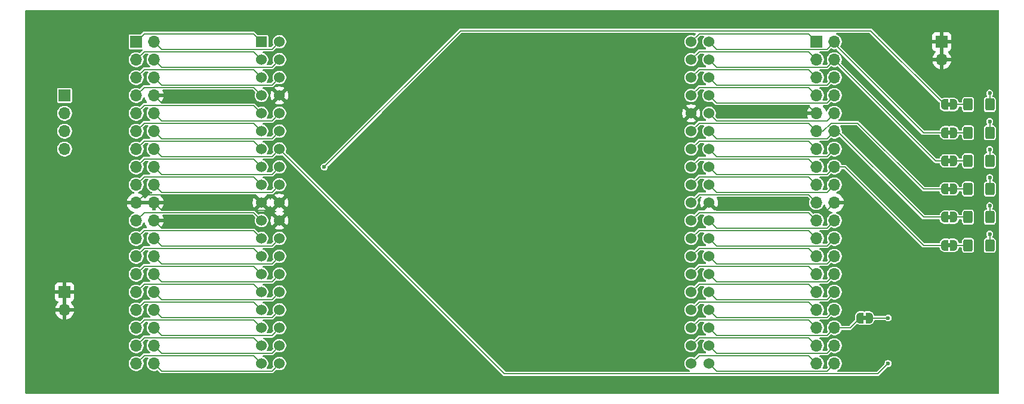
<source format=gbr>
%TF.GenerationSoftware,KiCad,Pcbnew,9.0.0*%
%TF.CreationDate,2025-07-15T20:53:32+01:00*%
%TF.ProjectId,debug,64656275-672e-46b6-9963-61645f706362,rev?*%
%TF.SameCoordinates,Original*%
%TF.FileFunction,Copper,L2,Bot*%
%TF.FilePolarity,Positive*%
%FSLAX46Y46*%
G04 Gerber Fmt 4.6, Leading zero omitted, Abs format (unit mm)*
G04 Created by KiCad (PCBNEW 9.0.0) date 2025-07-15 20:53:32*
%MOMM*%
%LPD*%
G01*
G04 APERTURE LIST*
G04 Aperture macros list*
%AMRoundRect*
0 Rectangle with rounded corners*
0 $1 Rounding radius*
0 $2 $3 $4 $5 $6 $7 $8 $9 X,Y pos of 4 corners*
0 Add a 4 corners polygon primitive as box body*
4,1,4,$2,$3,$4,$5,$6,$7,$8,$9,$2,$3,0*
0 Add four circle primitives for the rounded corners*
1,1,$1+$1,$2,$3*
1,1,$1+$1,$4,$5*
1,1,$1+$1,$6,$7*
1,1,$1+$1,$8,$9*
0 Add four rect primitives between the rounded corners*
20,1,$1+$1,$2,$3,$4,$5,0*
20,1,$1+$1,$4,$5,$6,$7,0*
20,1,$1+$1,$6,$7,$8,$9,0*
20,1,$1+$1,$8,$9,$2,$3,0*%
%AMFreePoly0*
4,1,23,0.500000,-0.750000,0.000000,-0.750000,0.000000,-0.745722,-0.065263,-0.745722,-0.191342,-0.711940,-0.304381,-0.646677,-0.396677,-0.554381,-0.461940,-0.441342,-0.495722,-0.315263,-0.495722,-0.250000,-0.500000,-0.250000,-0.500000,0.250000,-0.495722,0.250000,-0.495722,0.315263,-0.461940,0.441342,-0.396677,0.554381,-0.304381,0.646677,-0.191342,0.711940,-0.065263,0.745722,0.000000,0.745722,
0.000000,0.750000,0.500000,0.750000,0.500000,-0.750000,0.500000,-0.750000,$1*%
%AMFreePoly1*
4,1,23,0.000000,0.745722,0.065263,0.745722,0.191342,0.711940,0.304381,0.646677,0.396677,0.554381,0.461940,0.441342,0.495722,0.315263,0.495722,0.250000,0.500000,0.250000,0.500000,-0.250000,0.495722,-0.250000,0.495722,-0.315263,0.461940,-0.441342,0.396677,-0.554381,0.304381,-0.646677,0.191342,-0.711940,0.065263,-0.745722,0.000000,-0.745722,0.000000,-0.750000,-0.500000,-0.750000,
-0.500000,0.750000,0.000000,0.750000,0.000000,0.745722,0.000000,0.745722,$1*%
G04 Aperture macros list end*
%TA.AperFunction,EtchedComponent*%
%ADD10C,0.000000*%
%TD*%
%TA.AperFunction,ComponentPad*%
%ADD11R,1.700000X1.700000*%
%TD*%
%TA.AperFunction,ComponentPad*%
%ADD12O,1.700000X1.700000*%
%TD*%
%TA.AperFunction,ComponentPad*%
%ADD13R,1.524000X1.524000*%
%TD*%
%TA.AperFunction,ComponentPad*%
%ADD14C,1.524000*%
%TD*%
%TA.AperFunction,SMDPad,CuDef*%
%ADD15RoundRect,0.250000X0.400000X0.625000X-0.400000X0.625000X-0.400000X-0.625000X0.400000X-0.625000X0*%
%TD*%
%TA.AperFunction,SMDPad,CuDef*%
%ADD16FreePoly0,180.000000*%
%TD*%
%TA.AperFunction,SMDPad,CuDef*%
%ADD17FreePoly1,180.000000*%
%TD*%
%TA.AperFunction,SMDPad,CuDef*%
%ADD18FreePoly0,0.000000*%
%TD*%
%TA.AperFunction,SMDPad,CuDef*%
%ADD19FreePoly1,0.000000*%
%TD*%
%TA.AperFunction,ViaPad*%
%ADD20C,0.600000*%
%TD*%
%TA.AperFunction,Conductor*%
%ADD21C,0.200000*%
%TD*%
G04 APERTURE END LIST*
D10*
%TA.AperFunction,EtchedComponent*%
%TO.C,JP2*%
G36*
X184195000Y-94500000D02*
G01*
X183695000Y-94500000D01*
X183695000Y-93900000D01*
X184195000Y-93900000D01*
X184195000Y-94500000D01*
G37*
%TD.AperFunction*%
%TA.AperFunction,EtchedComponent*%
%TO.C,JP1*%
G36*
X184195000Y-90500000D02*
G01*
X183695000Y-90500000D01*
X183695000Y-89900000D01*
X184195000Y-89900000D01*
X184195000Y-90500000D01*
G37*
%TD.AperFunction*%
%TA.AperFunction,EtchedComponent*%
%TO.C,JP7*%
G36*
X172180000Y-120820000D02*
G01*
X171680000Y-120820000D01*
X171680000Y-120220000D01*
X172180000Y-120220000D01*
X172180000Y-120820000D01*
G37*
%TD.AperFunction*%
%TA.AperFunction,EtchedComponent*%
%TO.C,JP6*%
G36*
X184195000Y-110500000D02*
G01*
X183695000Y-110500000D01*
X183695000Y-109900000D01*
X184195000Y-109900000D01*
X184195000Y-110500000D01*
G37*
%TD.AperFunction*%
%TA.AperFunction,EtchedComponent*%
%TO.C,JP3*%
G36*
X184195000Y-98500000D02*
G01*
X183695000Y-98500000D01*
X183695000Y-97900000D01*
X184195000Y-97900000D01*
X184195000Y-98500000D01*
G37*
%TD.AperFunction*%
%TA.AperFunction,EtchedComponent*%
%TO.C,JP5*%
G36*
X184195000Y-106500000D02*
G01*
X183695000Y-106500000D01*
X183695000Y-105900000D01*
X184195000Y-105900000D01*
X184195000Y-106500000D01*
G37*
%TD.AperFunction*%
%TA.AperFunction,EtchedComponent*%
%TO.C,JP4*%
G36*
X184195000Y-102500000D02*
G01*
X183695000Y-102500000D01*
X183695000Y-101900000D01*
X184195000Y-101900000D01*
X184195000Y-102500000D01*
G37*
%TD.AperFunction*%
%TD*%
D11*
%TO.P,CN7,1,Pin_1*%
%TO.N,/CN7_1*%
X68580000Y-81280000D03*
D12*
%TO.P,CN7,2,Pin_2*%
%TO.N,/CN7_2*%
X71120000Y-81280000D03*
%TO.P,CN7,3,Pin_3*%
%TO.N,/CN7_3*%
X68580000Y-83820000D03*
%TO.P,CN7,4,Pin_4*%
%TO.N,/CN7_4*%
X71120000Y-83820000D03*
%TO.P,CN7,5,Pin_5*%
%TO.N,/CN7_5*%
X68580000Y-86360000D03*
%TO.P,CN7,6,Pin_6*%
%TO.N,/CN7_6*%
X71120000Y-86360000D03*
%TO.P,CN7,7,Pin_7*%
%TO.N,/CN7_7*%
X68580000Y-88900000D03*
%TO.P,CN7,8,Pin_8*%
%TO.N,GND*%
X71120000Y-88900000D03*
%TO.P,CN7,9,Pin_9*%
%TO.N,/CN7_9*%
X68580000Y-91440000D03*
%TO.P,CN7,10,Pin_10*%
%TO.N,/CN7_10*%
X71120000Y-91440000D03*
%TO.P,CN7,11,Pin_11*%
%TO.N,/CN7_11*%
X68580000Y-93980000D03*
%TO.P,CN7,12,Pin_12*%
%TO.N,/CN7_12*%
X71120000Y-93980000D03*
%TO.P,CN7,13,Pin_13*%
%TO.N,/CN7_13*%
X68580000Y-96520000D03*
%TO.P,CN7,14,Pin_14*%
%TO.N,/CN7_14*%
X71120000Y-96520000D03*
%TO.P,CN7,15,Pin_15*%
%TO.N,/CN7_15*%
X68580000Y-99060000D03*
%TO.P,CN7,16,Pin_16*%
%TO.N,/CN7_16*%
X71120000Y-99060000D03*
%TO.P,CN7,17,Pin_17*%
%TO.N,/CN7_17*%
X68580000Y-101600000D03*
%TO.P,CN7,18,Pin_18*%
%TO.N,/CN7_18*%
X71120000Y-101600000D03*
%TO.P,CN7,19,Pin_19*%
%TO.N,GND*%
X68580000Y-104140000D03*
%TO.P,CN7,20,Pin_20*%
X71120000Y-104140000D03*
%TO.P,CN7,21,Pin_21*%
%TO.N,/CN7_21*%
X68580000Y-106680000D03*
%TO.P,CN7,22,Pin_22*%
%TO.N,GND*%
X71120000Y-106680000D03*
%TO.P,CN7,23,Pin_23*%
%TO.N,/CN7_23*%
X68580000Y-109220000D03*
%TO.P,CN7,24,Pin_24*%
%TO.N,/CN7_24*%
X71120000Y-109220000D03*
%TO.P,CN7,25,Pin_25*%
%TO.N,/CN7_25*%
X68580000Y-111760000D03*
%TO.P,CN7,26,Pin_26*%
%TO.N,/CN7_26*%
X71120000Y-111760000D03*
%TO.P,CN7,27,Pin_27*%
%TO.N,/CN7_27*%
X68580000Y-114300000D03*
%TO.P,CN7,28,Pin_28*%
%TO.N,/CN7_28*%
X71120000Y-114300000D03*
%TO.P,CN7,29,Pin_29*%
%TO.N,/CN7_29*%
X68580000Y-116840000D03*
%TO.P,CN7,30,Pin_30*%
%TO.N,/CN7_30*%
X71120000Y-116840000D03*
%TO.P,CN7,31,Pin_31*%
%TO.N,/CN7_31*%
X68580000Y-119380000D03*
%TO.P,CN7,32,Pin_32*%
%TO.N,/CN7_32*%
X71120000Y-119380000D03*
%TO.P,CN7,33,Pin_33*%
%TO.N,/CN7_33*%
X68580000Y-121920000D03*
%TO.P,CN7,34,Pin_34*%
%TO.N,/CN7_34*%
X71120000Y-121920000D03*
%TO.P,CN7,35,Pin_35*%
%TO.N,/CN7_35*%
X68580000Y-124460000D03*
%TO.P,CN7,36,Pin_36*%
%TO.N,/CN7_36*%
X71120000Y-124460000D03*
%TO.P,CN7,37,Pin_37*%
%TO.N,/CN7_37*%
X68580000Y-127000000D03*
%TO.P,CN7,38,Pin_38*%
%TO.N,/CN7_38*%
X71120000Y-127000000D03*
%TD*%
D11*
%TO.P,J2,1,Pin_1*%
%TO.N,GND*%
X58420000Y-116840000D03*
D12*
%TO.P,J2,2,Pin_2*%
X58420000Y-119380000D03*
%TD*%
D11*
%TO.P,J3,1,Pin_1*%
%TO.N,unconnected-(J3-Pin_1-Pad1)*%
X58420000Y-88900000D03*
D12*
%TO.P,J3,2,Pin_2*%
%TO.N,unconnected-(J3-Pin_2-Pad2)*%
X58420000Y-91440000D03*
%TO.P,J3,3,Pin_3*%
%TO.N,unconnected-(J3-Pin_3-Pad3)*%
X58420000Y-93980000D03*
%TO.P,J3,4,Pin_4*%
%TO.N,unconnected-(J3-Pin_4-Pad4)*%
X58420000Y-96520000D03*
%TD*%
D11*
%TO.P,CN10,1,Pin_1*%
%TO.N,/CN10_1*%
X165100000Y-81280000D03*
D12*
%TO.P,CN10,2,Pin_2*%
%TO.N,/CN10_2*%
X167640000Y-81280000D03*
%TO.P,CN10,3,Pin_3*%
%TO.N,/CN10_3*%
X165100000Y-83820000D03*
%TO.P,CN10,4,Pin_4*%
%TO.N,/CN10_4*%
X167640000Y-83820000D03*
%TO.P,CN10,5,Pin_5*%
%TO.N,/CN10_5*%
X165100000Y-86360000D03*
%TO.P,CN10,6,Pin_6*%
%TO.N,/CN10_6*%
X167640000Y-86360000D03*
%TO.P,CN10,7,Pin_7*%
%TO.N,/CN10_7*%
X165100000Y-88900000D03*
%TO.P,CN10,8,Pin_8*%
%TO.N,/CN10_8*%
X167640000Y-88900000D03*
%TO.P,CN10,9,Pin_9*%
%TO.N,GND*%
X165100000Y-91440000D03*
%TO.P,CN10,10,Pin_10*%
%TO.N,/CN10_10*%
X167640000Y-91440000D03*
%TO.P,CN10,11,Pin_11*%
%TO.N,/CN10_11*%
X165100000Y-93980000D03*
%TO.P,CN10,12,Pin_12*%
%TO.N,/CN10_12*%
X167640000Y-93980000D03*
%TO.P,CN10,13,Pin_13*%
%TO.N,/CN10_13*%
X165100000Y-96520000D03*
%TO.P,CN10,14,Pin_14*%
%TO.N,/CN10_14*%
X167640000Y-96520000D03*
%TO.P,CN10,15,Pin_15*%
%TO.N,/CN10_15*%
X165100000Y-99060000D03*
%TO.P,CN10,16,Pin_16*%
%TO.N,/CN10_16*%
X167640000Y-99060000D03*
%TO.P,CN10,17,Pin_17*%
%TO.N,/CN10_17*%
X165100000Y-101600000D03*
%TO.P,CN10,18,Pin_18*%
%TO.N,/CN10_18*%
X167640000Y-101600000D03*
%TO.P,CN10,19,Pin_19*%
%TO.N,/CN10_19*%
X165100000Y-104140000D03*
%TO.P,CN10,20,Pin_20*%
%TO.N,GND*%
X167640000Y-104140000D03*
%TO.P,CN10,21,Pin_21*%
%TO.N,/CN10_21*%
X165100000Y-106680000D03*
%TO.P,CN10,22,Pin_22*%
%TO.N,/CN10_22*%
X167640000Y-106680000D03*
%TO.P,CN10,23,Pin_23*%
%TO.N,/CN10_23*%
X165100000Y-109220000D03*
%TO.P,CN10,24,Pin_24*%
%TO.N,/CN10_24*%
X167640000Y-109220000D03*
%TO.P,CN10,25,Pin_25*%
%TO.N,/CN10_25*%
X165100000Y-111760000D03*
%TO.P,CN10,26,Pin_26*%
%TO.N,/CN10_26*%
X167640000Y-111760000D03*
%TO.P,CN10,27,Pin_27*%
%TO.N,/CN10_27*%
X165100000Y-114300000D03*
%TO.P,CN10,28,Pin_28*%
%TO.N,/CN10_28*%
X167640000Y-114300000D03*
%TO.P,CN10,29,Pin_29*%
%TO.N,/CN10_29*%
X165100000Y-116840000D03*
%TO.P,CN10,30,Pin_30*%
%TO.N,/CN10_30*%
X167640000Y-116840000D03*
%TO.P,CN10,31,Pin_31*%
%TO.N,/CN10_31*%
X165100000Y-119380000D03*
%TO.P,CN10,32,Pin_32*%
%TO.N,/CN10_32*%
X167640000Y-119380000D03*
%TO.P,CN10,33,Pin_33*%
%TO.N,/CN10_33*%
X165100000Y-121920000D03*
%TO.P,CN10,34,Pin_34*%
%TO.N,/CN10_34*%
X167640000Y-121920000D03*
%TO.P,CN10,35,Pin_35*%
%TO.N,/CN10_35*%
X165100000Y-124460000D03*
%TO.P,CN10,36,Pin_36*%
%TO.N,/CN10_36*%
X167640000Y-124460000D03*
%TO.P,CN10,37,Pin_37*%
%TO.N,/CN10_37*%
X165100000Y-127000000D03*
%TO.P,CN10,38,Pin_38*%
%TO.N,/CN10_38*%
X167640000Y-127000000D03*
%TD*%
D11*
%TO.P,J1,1,Pin_1*%
%TO.N,GND*%
X182880000Y-81280000D03*
D12*
%TO.P,J1,2,Pin_2*%
X182880000Y-83820000D03*
%TD*%
D13*
%TO.P,U1,CN7_1,PC10*%
%TO.N,/CN7_1*%
X86360000Y-81280000D03*
D14*
%TO.P,U1,CN7_2,PC11*%
%TO.N,/CN7_2*%
X88900000Y-81280000D03*
%TO.P,U1,CN7_3,PC12*%
%TO.N,/CN7_3*%
X86360000Y-83820000D03*
%TO.P,U1,CN7_4,PD2*%
%TO.N,/CN7_4*%
X88900000Y-83820000D03*
%TO.P,U1,CN7_5,VDD*%
%TO.N,/CN7_5*%
X86360000Y-86360000D03*
%TO.P,U1,CN7_6,E5V*%
%TO.N,/CN7_6*%
X88900000Y-86360000D03*
%TO.P,U1,CN7_7,P8-BOOT0*%
%TO.N,/CN7_7*%
X86360000Y-88900000D03*
%TO.P,U1,CN7_8,GND_CN7_8*%
%TO.N,GND*%
X88900000Y-88900000D03*
%TO.P,U1,CN7_9,NC_CN7_9*%
%TO.N,/CN7_9*%
X86360000Y-91440000D03*
%TO.P,U1,CN7_10,NC_CN7_10*%
%TO.N,/CN7_10*%
X88900000Y-91440000D03*
%TO.P,U1,CN7_11,NC_CN7_11*%
%TO.N,/CN7_11*%
X86360000Y-93980000D03*
%TO.P,U1,CN7_12,IOREF*%
%TO.N,/CN7_12*%
X88900000Y-93980000D03*
%TO.P,U1,CN7_13,PA13*%
%TO.N,/CN7_13*%
X86360000Y-96520000D03*
%TO.P,U1,CN7_14,~{RST}*%
%TO.N,/CN7_14*%
X88900000Y-96520000D03*
%TO.P,U1,CN7_15,PA14*%
%TO.N,/CN7_15*%
X86360000Y-99060000D03*
%TO.P,U1,CN7_16,+3V3*%
%TO.N,/CN7_16*%
X88900000Y-99060000D03*
%TO.P,U1,CN7_17,PA15*%
%TO.N,/CN7_17*%
X86360000Y-101600000D03*
%TO.P,U1,CN7_18,+5V*%
%TO.N,/CN7_18*%
X88900000Y-101600000D03*
%TO.P,U1,CN7_19,GND_CN7_19*%
%TO.N,GND*%
X86360000Y-104140000D03*
%TO.P,U1,CN7_20,GND_CN7_20*%
X88900000Y-104140000D03*
%TO.P,U1,CN7_21,PB7*%
%TO.N,/CN7_21*%
X86360000Y-106680000D03*
%TO.P,U1,CN7_22,GND_CN7_22*%
%TO.N,GND*%
X88900000Y-106680000D03*
%TO.P,U1,CN7_23,PC13*%
%TO.N,/CN7_23*%
X86360000Y-109220000D03*
%TO.P,U1,CN7_24,VIN*%
%TO.N,/CN7_24*%
X88900000Y-109220000D03*
%TO.P,U1,CN7_25,PC14*%
%TO.N,/CN7_25*%
X86360000Y-111760000D03*
%TO.P,U1,CN7_26,NC_CN7_26*%
%TO.N,/CN7_26*%
X88900000Y-111760000D03*
%TO.P,U1,CN7_27,PC15*%
%TO.N,/CN7_27*%
X86360000Y-114300000D03*
%TO.P,U1,CN7_28,PA0*%
%TO.N,/CN7_28*%
X88900000Y-114300000D03*
%TO.P,U1,CN7_29,PF0*%
%TO.N,/CN7_29*%
X86360000Y-116840000D03*
%TO.P,U1,CN7_30,PA1*%
%TO.N,/CN7_30*%
X88900000Y-116840000D03*
%TO.P,U1,CN7_31,PF1*%
%TO.N,/CN7_31*%
X86360000Y-119380000D03*
%TO.P,U1,CN7_32,PA4*%
%TO.N,/CN7_32*%
X88900000Y-119380000D03*
%TO.P,U1,CN7_33,VBAT*%
%TO.N,/CN7_33*%
X86360000Y-121920000D03*
%TO.P,U1,CN7_34,PB0*%
%TO.N,/CN7_34*%
X88900000Y-121920000D03*
%TO.P,U1,CN7_35,PC2*%
%TO.N,/CN7_35*%
X86360000Y-124460000D03*
%TO.P,U1,CN7_36,PC1/PB9*%
%TO.N,/CN7_36*%
X88900000Y-124460000D03*
%TO.P,U1,CN7_37,PC3*%
%TO.N,/CN7_37*%
X86360000Y-127000000D03*
%TO.P,U1,CN7_38,PC0/PA15*%
%TO.N,/CN7_38*%
X88900000Y-127000000D03*
%TO.P,U1,CN10_1,PC9*%
%TO.N,/CN10_1*%
X147320000Y-81280000D03*
%TO.P,U1,CN10_2,PC8*%
%TO.N,/CN10_2*%
X149860000Y-81280000D03*
%TO.P,U1,CN10_3,PB8*%
%TO.N,/CN10_3*%
X147320000Y-83820000D03*
%TO.P,U1,CN10_4,PC6*%
%TO.N,/CN10_4*%
X149860000Y-83820000D03*
%TO.P,U1,CN10_5,PB9*%
%TO.N,/CN10_5*%
X147320000Y-86360000D03*
%TO.P,U1,CN10_6,PC5*%
%TO.N,/CN10_6*%
X149860000Y-86360000D03*
%TO.P,U1,CN10_7,AVDD*%
%TO.N,/CN10_7*%
X147320000Y-88900000D03*
%TO.P,U1,CN10_8,5V_USB_CHGR*%
%TO.N,/CN10_8*%
X149860000Y-88900000D03*
%TO.P,U1,CN10_9,GND_CN10_9*%
%TO.N,GND*%
X147320000Y-91440000D03*
%TO.P,U1,CN10_10,NC_CN10_10*%
%TO.N,/CN10_10*%
X149860000Y-91440000D03*
%TO.P,U1,CN10_11,PA5*%
%TO.N,/CN10_11*%
X147320000Y-93980000D03*
%TO.P,U1,CN10_12,PA12*%
%TO.N,/CN10_12*%
X149860000Y-93980000D03*
%TO.P,U1,CN10_13,PA6*%
%TO.N,/CN10_13*%
X147320000Y-96520000D03*
%TO.P,U1,CN10_14,PA11*%
%TO.N,/CN10_14*%
X149860000Y-96520000D03*
%TO.P,U1,CN10_15,PA7*%
%TO.N,/CN10_15*%
X147320000Y-99060000D03*
%TO.P,U1,CN10_16,PB12*%
%TO.N,/CN10_16*%
X149860000Y-99060000D03*
%TO.P,U1,CN10_17,PB6*%
%TO.N,/CN10_17*%
X147320000Y-101600000D03*
%TO.P,U1,CN10_18,PB11*%
%TO.N,/CN10_18*%
X149860000Y-101600000D03*
%TO.P,U1,CN10_19,PC7*%
%TO.N,/CN10_19*%
X147320000Y-104140000D03*
%TO.P,U1,CN10_20,GND_CN10_20*%
%TO.N,GND*%
X149860000Y-104140000D03*
%TO.P,U1,CN10_21,PA9*%
%TO.N,/CN10_21*%
X147320000Y-106680000D03*
%TO.P,U1,CN10_22,PB2*%
%TO.N,/CN10_22*%
X149860000Y-106680000D03*
%TO.P,U1,CN10_23,PA8*%
%TO.N,/CN10_23*%
X147320000Y-109220000D03*
%TO.P,U1,CN10_24,PB1*%
%TO.N,/CN10_24*%
X149860000Y-109220000D03*
%TO.P,U1,CN10_25,PB10*%
%TO.N,/CN10_25*%
X147320000Y-111760000D03*
%TO.P,U1,CN10_26,PB15*%
%TO.N,/CN10_26*%
X149860000Y-111760000D03*
%TO.P,U1,CN10_27,PB4*%
%TO.N,/CN10_27*%
X147320000Y-114300000D03*
%TO.P,U1,CN10_28,PB14*%
%TO.N,/CN10_28*%
X149860000Y-114300000D03*
%TO.P,U1,CN10_29,PB5*%
%TO.N,/CN10_29*%
X147320000Y-116840000D03*
%TO.P,U1,CN10_30,PB13*%
%TO.N,/CN10_30*%
X149860000Y-116840000D03*
%TO.P,U1,CN10_31,PB3*%
%TO.N,/CN10_31*%
X147320000Y-119380000D03*
%TO.P,U1,CN10_32,AGND*%
%TO.N,/CN10_32*%
X149860000Y-119380000D03*
%TO.P,U1,CN10_33,PA10*%
%TO.N,/CN10_33*%
X147320000Y-121920000D03*
%TO.P,U1,CN10_34,PC4*%
%TO.N,/CN10_34*%
X149860000Y-121920000D03*
%TO.P,U1,CN10_35,PA2/PC4*%
%TO.N,/CN10_35*%
X147320000Y-124460000D03*
%TO.P,U1,CN10_36,NC_CN10_36*%
%TO.N,/CN10_36*%
X149860000Y-124460000D03*
%TO.P,U1,CN10_37,PA3/PC5*%
%TO.N,/CN10_37*%
X147320000Y-127000000D03*
%TO.P,U1,CN10_38,NC_CN10_38*%
%TO.N,/CN10_38*%
X149860000Y-127000000D03*
%TD*%
D15*
%TO.P,R2,1*%
%TO.N,Net-(D2-A)*%
X189695000Y-94200000D03*
%TO.P,R2,2*%
%TO.N,Net-(JP2-A)*%
X186595000Y-94200000D03*
%TD*%
%TO.P,R4,1*%
%TO.N,Net-(PWM1-A)*%
X189695000Y-102200000D03*
%TO.P,R4,2*%
%TO.N,Net-(JP4-A)*%
X186595000Y-102200000D03*
%TD*%
D16*
%TO.P,JP2,1,A*%
%TO.N,Net-(JP2-A)*%
X184595000Y-94200000D03*
D17*
%TO.P,JP2,2,B*%
%TO.N,/CN10_2*%
X183295000Y-94200000D03*
%TD*%
D16*
%TO.P,JP1,1,A*%
%TO.N,Net-(JP1-A)*%
X184595000Y-90200000D03*
D17*
%TO.P,JP1,2,B*%
%TO.N,/CN7_16*%
X183295000Y-90200000D03*
%TD*%
D15*
%TO.P,R3,1*%
%TO.N,Net-(D3-A)*%
X189695000Y-98200000D03*
%TO.P,R3,2*%
%TO.N,Net-(JP3-A)*%
X186595000Y-98200000D03*
%TD*%
D18*
%TO.P,JP7,1,A*%
%TO.N,/CN10_34*%
X171280000Y-120520000D03*
D19*
%TO.P,JP7,2,B*%
%TO.N,Net-(JP7-B)*%
X172580000Y-120520000D03*
%TD*%
D16*
%TO.P,JP6,1,A*%
%TO.N,Net-(JP6-A)*%
X184595000Y-110200000D03*
D17*
%TO.P,JP6,2,B*%
%TO.N,/CN10_16*%
X183295000Y-110200000D03*
%TD*%
D15*
%TO.P,R1,1*%
%TO.N,Net-(PWR1-A)*%
X189695000Y-90200000D03*
%TO.P,R1,2*%
%TO.N,Net-(JP1-A)*%
X186595000Y-90200000D03*
%TD*%
D16*
%TO.P,JP3,1,A*%
%TO.N,Net-(JP3-A)*%
X184595000Y-98200000D03*
D17*
%TO.P,JP3,2,B*%
%TO.N,/CN10_4*%
X183295000Y-98200000D03*
%TD*%
D15*
%TO.P,R6,1*%
%TO.N,Net-(D6-A)*%
X189695000Y-110200000D03*
%TO.P,R6,2*%
%TO.N,Net-(JP6-A)*%
X186595000Y-110200000D03*
%TD*%
D16*
%TO.P,JP5,1,A*%
%TO.N,Net-(JP5-A)*%
X184595000Y-106200000D03*
D17*
%TO.P,JP5,2,B*%
%TO.N,/CN10_12*%
X183295000Y-106200000D03*
%TD*%
D15*
%TO.P,R5,1*%
%TO.N,Net-(D5-A)*%
X189695000Y-106200000D03*
%TO.P,R5,2*%
%TO.N,Net-(JP5-A)*%
X186595000Y-106200000D03*
%TD*%
D16*
%TO.P,JP4,1,A*%
%TO.N,Net-(JP4-A)*%
X184595000Y-102200000D03*
D17*
%TO.P,JP4,2,B*%
%TO.N,/CN10_11*%
X183295000Y-102200000D03*
%TD*%
D20*
%TO.N,Net-(PWM1-A)*%
X189680000Y-100580000D03*
%TO.N,Net-(PWR1-A)*%
X189680000Y-88580000D03*
%TO.N,/CN7_14*%
X175260000Y-127000000D03*
%TO.N,/CN7_16*%
X95260000Y-99060000D03*
%TO.N,Net-(D2-A)*%
X189680000Y-92580000D03*
%TO.N,Net-(D3-A)*%
X189680000Y-96580000D03*
%TO.N,Net-(D5-A)*%
X189680000Y-104580000D03*
%TO.N,Net-(JP7-B)*%
X175260000Y-120520000D03*
%TO.N,Net-(D6-A)*%
X189680000Y-108580000D03*
%TD*%
D21*
%TO.N,Net-(D6-A)*%
X189680000Y-110185000D02*
X189695000Y-110200000D01*
X189680000Y-108580000D02*
X189680000Y-110185000D01*
%TO.N,Net-(JP6-A)*%
X184595000Y-110200000D02*
X186595000Y-110200000D01*
%TO.N,Net-(JP5-A)*%
X184595000Y-106200000D02*
X186595000Y-106200000D01*
%TO.N,Net-(D5-A)*%
X189695000Y-104595000D02*
X189680000Y-104580000D01*
X189695000Y-106200000D02*
X189695000Y-104595000D01*
%TO.N,/CN7_3*%
X86360000Y-83820000D02*
X85209000Y-82669000D01*
X85209000Y-82669000D02*
X69731000Y-82669000D01*
X69731000Y-82669000D02*
X68580000Y-83820000D01*
%TO.N,/CN7_27*%
X69731000Y-113149000D02*
X68580000Y-114300000D01*
X85209000Y-113149000D02*
X69731000Y-113149000D01*
X86360000Y-114300000D02*
X85209000Y-113149000D01*
%TO.N,/CN7_11*%
X86360000Y-93980000D02*
X85209000Y-92829000D01*
X85209000Y-92829000D02*
X69731000Y-92829000D01*
X69731000Y-92829000D02*
X68580000Y-93980000D01*
%TO.N,Net-(PWM1-A)*%
X189695000Y-100595000D02*
X189680000Y-100580000D01*
X189695000Y-102200000D02*
X189695000Y-100595000D01*
%TO.N,Net-(PWR1-A)*%
X189695000Y-90200000D02*
X189695000Y-88595000D01*
X189695000Y-88595000D02*
X189680000Y-88580000D01*
%TO.N,/CN7_25*%
X85209000Y-110609000D02*
X69731000Y-110609000D01*
X69731000Y-110609000D02*
X68580000Y-111760000D01*
X86360000Y-111760000D02*
X85209000Y-110609000D01*
%TO.N,/CN7_13*%
X86360000Y-96520000D02*
X85209000Y-95369000D01*
X69731000Y-95369000D02*
X68580000Y-96520000D01*
X85209000Y-95369000D02*
X69731000Y-95369000D01*
%TO.N,/CN7_18*%
X88900000Y-101600000D02*
X87837000Y-102663000D01*
X72183000Y-102663000D02*
X71120000Y-101600000D01*
X87837000Y-102663000D02*
X72183000Y-102663000D01*
%TO.N,/CN7_29*%
X86360000Y-116840000D02*
X85209000Y-115689000D01*
X85209000Y-115689000D02*
X69731000Y-115689000D01*
X69731000Y-115689000D02*
X68580000Y-116840000D01*
%TO.N,/CN7_12*%
X87837000Y-95043000D02*
X72183000Y-95043000D01*
X88900000Y-93980000D02*
X87837000Y-95043000D01*
X72183000Y-95043000D02*
X71120000Y-93980000D01*
%TO.N,/CN7_17*%
X85209000Y-100449000D02*
X69731000Y-100449000D01*
X86360000Y-101600000D02*
X85209000Y-100449000D01*
X69731000Y-100449000D02*
X68580000Y-101600000D01*
%TO.N,/CN7_28*%
X88900000Y-114300000D02*
X87837000Y-115363000D01*
X72183000Y-115363000D02*
X71120000Y-114300000D01*
X87837000Y-115363000D02*
X72183000Y-115363000D01*
%TO.N,/CN7_38*%
X88900000Y-127000000D02*
X87837000Y-128063000D01*
X87837000Y-128063000D02*
X72183000Y-128063000D01*
X72183000Y-128063000D02*
X71120000Y-127000000D01*
%TO.N,/CN7_9*%
X85209000Y-90289000D02*
X69731000Y-90289000D01*
X69731000Y-90289000D02*
X68580000Y-91440000D01*
X86360000Y-91440000D02*
X85209000Y-90289000D01*
%TO.N,/CN7_36*%
X87837000Y-125523000D02*
X72183000Y-125523000D01*
X72183000Y-125523000D02*
X71120000Y-124460000D01*
X88900000Y-124460000D02*
X87837000Y-125523000D01*
%TO.N,/CN7_24*%
X88900000Y-109220000D02*
X87837000Y-110283000D01*
X72183000Y-110283000D02*
X71120000Y-109220000D01*
X87837000Y-110283000D02*
X72183000Y-110283000D01*
%TO.N,GND*%
X88900000Y-88900000D02*
X87837000Y-89963000D01*
X72183000Y-89963000D02*
X71120000Y-88900000D01*
X85209000Y-102989000D02*
X69731000Y-102989000D01*
X87837000Y-89963000D02*
X72183000Y-89963000D01*
X87837000Y-107743000D02*
X72183000Y-107743000D01*
X165064681Y-91477072D02*
X163913681Y-90326072D01*
X69731000Y-102989000D02*
X68580000Y-104140000D01*
X72183000Y-107743000D02*
X71120000Y-106680000D01*
X86360000Y-104140000D02*
X85209000Y-102989000D01*
X166577000Y-105203000D02*
X150923000Y-105203000D01*
X87837000Y-105203000D02*
X72183000Y-105203000D01*
X88900000Y-106680000D02*
X87837000Y-107743000D01*
X72183000Y-105203000D02*
X71120000Y-104140000D01*
X167640000Y-104140000D02*
X166577000Y-105203000D01*
X88900000Y-104140000D02*
X87837000Y-105203000D01*
X163913681Y-90326072D02*
X148435681Y-90326072D01*
X150923000Y-105203000D02*
X149860000Y-104140000D01*
X148435681Y-90326072D02*
X147284681Y-91477072D01*
%TO.N,/CN7_26*%
X88900000Y-111760000D02*
X87837000Y-112823000D01*
X72183000Y-112823000D02*
X71120000Y-111760000D01*
X87837000Y-112823000D02*
X72183000Y-112823000D01*
%TO.N,/CN7_10*%
X72183000Y-92503000D02*
X71120000Y-91440000D01*
X88900000Y-91440000D02*
X87837000Y-92503000D01*
X87837000Y-92503000D02*
X72183000Y-92503000D01*
%TO.N,/CN7_14*%
X72183000Y-97583000D02*
X71120000Y-96520000D01*
X175260000Y-127000000D02*
X173796000Y-128464000D01*
X87837000Y-97583000D02*
X72183000Y-97583000D01*
X88900000Y-96520000D02*
X87837000Y-97583000D01*
X120844000Y-128464000D02*
X88900000Y-96520000D01*
X173796000Y-128464000D02*
X120844000Y-128464000D01*
%TO.N,/CN7_31*%
X86360000Y-119380000D02*
X85209000Y-118229000D01*
X69731000Y-118229000D02*
X68580000Y-119380000D01*
X85209000Y-118229000D02*
X69731000Y-118229000D01*
%TO.N,/CN7_23*%
X86360000Y-109220000D02*
X85209000Y-108069000D01*
X69731000Y-108069000D02*
X68580000Y-109220000D01*
X85209000Y-108069000D02*
X69731000Y-108069000D01*
%TO.N,/CN7_5*%
X85209000Y-85209000D02*
X69731000Y-85209000D01*
X69731000Y-85209000D02*
X68580000Y-86360000D01*
X86360000Y-86360000D02*
X85209000Y-85209000D01*
%TO.N,/CN10_10*%
X150923000Y-92503000D02*
X149860000Y-91440000D01*
X166577000Y-92503000D02*
X150923000Y-92503000D01*
X167640000Y-91440000D02*
X166577000Y-92503000D01*
%TO.N,/CN7_33*%
X86362544Y-121944199D02*
X85211544Y-120793199D01*
X85211544Y-120793199D02*
X69733544Y-120793199D01*
X69733544Y-120793199D02*
X68582544Y-121944199D01*
%TO.N,/CN10_36*%
X150923000Y-125523000D02*
X149860000Y-124460000D01*
X167640000Y-124460000D02*
X166577000Y-125523000D01*
X166577000Y-125523000D02*
X150923000Y-125523000D01*
%TO.N,/CN7_16*%
X114592000Y-79728000D02*
X95260000Y-99060000D01*
X183295000Y-90200000D02*
X172823000Y-79728000D01*
X88900000Y-99060000D02*
X87837000Y-100123000D01*
X87837000Y-100123000D02*
X72183000Y-100123000D01*
X72183000Y-100123000D02*
X71120000Y-99060000D01*
X172823000Y-79728000D02*
X114592000Y-79728000D01*
%TO.N,/CN7_37*%
X85209000Y-125849000D02*
X69731000Y-125849000D01*
X86360000Y-127000000D02*
X85209000Y-125849000D01*
X69731000Y-125849000D02*
X68580000Y-127000000D01*
%TO.N,/CN7_34*%
X87839544Y-123007199D02*
X72185544Y-123007199D01*
X72185544Y-123007199D02*
X71122544Y-121944199D01*
X88902544Y-121944199D02*
X87839544Y-123007199D01*
%TO.N,/CN10_38*%
X150923000Y-128063000D02*
X149860000Y-127000000D01*
X167640000Y-127000000D02*
X166577000Y-128063000D01*
X166577000Y-128063000D02*
X150923000Y-128063000D01*
%TO.N,/CN7_4*%
X72183000Y-84883000D02*
X71120000Y-83820000D01*
X87837000Y-84883000D02*
X72183000Y-84883000D01*
X88900000Y-83820000D02*
X87837000Y-84883000D01*
%TO.N,/CN7_7*%
X86360000Y-88900000D02*
X85209000Y-87749000D01*
X69731000Y-87749000D02*
X68580000Y-88900000D01*
X85209000Y-87749000D02*
X69731000Y-87749000D01*
%TO.N,/CN7_2*%
X72183000Y-82343000D02*
X71120000Y-81280000D01*
X87837000Y-82343000D02*
X72183000Y-82343000D01*
X88900000Y-81280000D02*
X87837000Y-82343000D01*
%TO.N,/CN7_35*%
X69731000Y-123309000D02*
X68580000Y-124460000D01*
X85209000Y-123309000D02*
X69731000Y-123309000D01*
X86360000Y-124460000D02*
X85209000Y-123309000D01*
%TO.N,/CN7_1*%
X86360000Y-81280000D02*
X85209000Y-80129000D01*
X69731000Y-80129000D02*
X68580000Y-81280000D01*
X85209000Y-80129000D02*
X69731000Y-80129000D01*
%TO.N,/CN7_30*%
X88900000Y-116840000D02*
X87837000Y-117903000D01*
X72183000Y-117903000D02*
X71120000Y-116840000D01*
X87837000Y-117903000D02*
X72183000Y-117903000D01*
%TO.N,/CN7_6*%
X87837000Y-87423000D02*
X72183000Y-87423000D01*
X72183000Y-87423000D02*
X71120000Y-86360000D01*
X88900000Y-86360000D02*
X87837000Y-87423000D01*
%TO.N,/CN7_15*%
X85209000Y-97909000D02*
X69731000Y-97909000D01*
X69731000Y-97909000D02*
X68580000Y-99060000D01*
X86360000Y-99060000D02*
X85209000Y-97909000D01*
%TO.N,/CN7_32*%
X88900000Y-119380000D02*
X87837000Y-120443000D01*
X87837000Y-120443000D02*
X72183000Y-120443000D01*
X72183000Y-120443000D02*
X71120000Y-119380000D01*
%TO.N,/CN7_21*%
X69731000Y-105529000D02*
X68580000Y-106680000D01*
X86360000Y-106680000D02*
X85209000Y-105529000D01*
X85209000Y-105529000D02*
X69731000Y-105529000D01*
%TO.N,Net-(D2-A)*%
X189695000Y-94200000D02*
X189695000Y-92595000D01*
X189695000Y-92595000D02*
X189680000Y-92580000D01*
%TO.N,Net-(D3-A)*%
X189695000Y-98200000D02*
X189695000Y-96595000D01*
X189695000Y-96595000D02*
X189680000Y-96580000D01*
%TO.N,Net-(JP1-A)*%
X184595000Y-90200000D02*
X186595000Y-90200000D01*
%TO.N,/CN10_4*%
X167640000Y-83820000D02*
X166577000Y-84883000D01*
X166577000Y-84883000D02*
X150923000Y-84883000D01*
X183295000Y-98200000D02*
X182020000Y-98200000D01*
X182020000Y-98200000D02*
X167640000Y-83820000D01*
X150923000Y-84883000D02*
X149860000Y-83820000D01*
%TO.N,Net-(JP2-A)*%
X184595000Y-94200000D02*
X186595000Y-94200000D01*
%TO.N,/CN10_19*%
X163949000Y-102989000D02*
X148471000Y-102989000D01*
X165100000Y-104140000D02*
X163949000Y-102989000D01*
X148471000Y-102989000D02*
X147320000Y-104140000D01*
%TO.N,Net-(JP3-A)*%
X184595000Y-98200000D02*
X186595000Y-98200000D01*
%TO.N,/CN10_2*%
X150923000Y-82343000D02*
X149860000Y-81280000D01*
X167640000Y-81280000D02*
X166577000Y-82343000D01*
X180295000Y-94200000D02*
X167640000Y-81545000D01*
X167640000Y-81545000D02*
X167640000Y-81280000D01*
X180295000Y-94200000D02*
X183295000Y-94200000D01*
X166577000Y-82343000D02*
X150923000Y-82343000D01*
%TO.N,Net-(JP4-A)*%
X184595000Y-102200000D02*
X186595000Y-102200000D01*
%TO.N,/CN10_1*%
X148471000Y-80129000D02*
X147320000Y-81280000D01*
X163949000Y-80129000D02*
X148471000Y-80129000D01*
X165100000Y-81280000D02*
X163949000Y-80129000D01*
%TO.N,/CN10_33*%
X165100000Y-121920000D02*
X163949000Y-120769000D01*
X148471000Y-120769000D02*
X147320000Y-121920000D01*
X163949000Y-120769000D02*
X148471000Y-120769000D01*
%TO.N,/CN10_11*%
X167163240Y-92829000D02*
X166012240Y-93980000D01*
X165100000Y-93980000D02*
X163949000Y-92829000D01*
X148471000Y-92829000D02*
X147320000Y-93980000D01*
X166012240Y-93980000D02*
X165100000Y-93980000D01*
X180295000Y-102200000D02*
X170924000Y-92829000D01*
X163949000Y-92829000D02*
X148471000Y-92829000D01*
X183595000Y-102200000D02*
X180295000Y-102200000D01*
X170924000Y-92829000D02*
X167163240Y-92829000D01*
%TO.N,/CN10_31*%
X148471000Y-118229000D02*
X147320000Y-119380000D01*
X165100000Y-119380000D02*
X163949000Y-118229000D01*
X163949000Y-118229000D02*
X148471000Y-118229000D01*
%TO.N,/CN10_13*%
X148471000Y-95369000D02*
X147320000Y-96520000D01*
X163949000Y-95369000D02*
X148471000Y-95369000D01*
X165100000Y-96520000D02*
X163949000Y-95369000D01*
%TO.N,/CN10_24*%
X150923000Y-110283000D02*
X149860000Y-109220000D01*
X166577000Y-110283000D02*
X150923000Y-110283000D01*
X167640000Y-109220000D02*
X166577000Y-110283000D01*
%TO.N,/CN10_28*%
X167640000Y-114300000D02*
X166577000Y-115363000D01*
X150923000Y-115363000D02*
X149860000Y-114300000D01*
X166577000Y-115363000D02*
X150923000Y-115363000D01*
%TO.N,/CN10_21*%
X148471000Y-105529000D02*
X147320000Y-106680000D01*
X165100000Y-106680000D02*
X163949000Y-105529000D01*
X163949000Y-105529000D02*
X148471000Y-105529000D01*
%TO.N,/CN10_29*%
X163949000Y-115689000D02*
X148471000Y-115689000D01*
X148471000Y-115689000D02*
X147320000Y-116840000D01*
X165100000Y-116840000D02*
X163949000Y-115689000D01*
%TO.N,/CN10_30*%
X167640000Y-116840000D02*
X166577000Y-117903000D01*
X150923000Y-117903000D02*
X149860000Y-116840000D01*
X166577000Y-117903000D02*
X150923000Y-117903000D01*
%TO.N,/CN10_23*%
X163949000Y-108069000D02*
X148471000Y-108069000D01*
X148471000Y-108069000D02*
X147320000Y-109220000D01*
X165100000Y-109220000D02*
X163949000Y-108069000D01*
%TO.N,/CN10_37*%
X163949000Y-125849000D02*
X148471000Y-125849000D01*
X148471000Y-125849000D02*
X147320000Y-127000000D01*
X165100000Y-127000000D02*
X163949000Y-125849000D01*
%TO.N,/CN10_34*%
X167640000Y-121920000D02*
X166577000Y-122983000D01*
X150923000Y-122983000D02*
X149860000Y-121920000D01*
X166577000Y-122983000D02*
X150923000Y-122983000D01*
X171280000Y-120520000D02*
X169880000Y-121920000D01*
X169880000Y-121920000D02*
X167640000Y-121920000D01*
%TO.N,/CN10_17*%
X148471000Y-100449000D02*
X147320000Y-101600000D01*
X163949000Y-100449000D02*
X148471000Y-100449000D01*
X165100000Y-101600000D02*
X163949000Y-100449000D01*
%TO.N,/CN10_27*%
X165100000Y-114300000D02*
X163949000Y-113149000D01*
X163949000Y-113149000D02*
X148471000Y-113149000D01*
X148471000Y-113149000D02*
X147320000Y-114300000D01*
%TO.N,/CN10_5*%
X148471000Y-85209000D02*
X147320000Y-86360000D01*
X163949000Y-85209000D02*
X148471000Y-85209000D01*
X165100000Y-86360000D02*
X163949000Y-85209000D01*
%TO.N,/CN10_8*%
X167640000Y-88900000D02*
X166577000Y-89963000D01*
X166577000Y-89963000D02*
X150923000Y-89963000D01*
X150923000Y-89963000D02*
X149860000Y-88900000D01*
%TO.N,/CN10_22*%
X150923000Y-107743000D02*
X149860000Y-106680000D01*
X167640000Y-106680000D02*
X166577000Y-107743000D01*
X166577000Y-107743000D02*
X150923000Y-107743000D01*
%TO.N,/CN10_18*%
X150923000Y-102663000D02*
X149860000Y-101600000D01*
X167640000Y-101600000D02*
X166577000Y-102663000D01*
X166577000Y-102663000D02*
X150923000Y-102663000D01*
%TO.N,/CN10_3*%
X148471000Y-82669000D02*
X147320000Y-83820000D01*
X163949000Y-82669000D02*
X148471000Y-82669000D01*
X165100000Y-83820000D02*
X163949000Y-82669000D01*
%TO.N,/CN10_26*%
X150923000Y-112823000D02*
X149860000Y-111760000D01*
X167640000Y-111760000D02*
X166577000Y-112823000D01*
X166577000Y-112823000D02*
X150923000Y-112823000D01*
%TO.N,/CN10_14*%
X167640000Y-96520000D02*
X166577000Y-97583000D01*
X150923000Y-97583000D02*
X149860000Y-96520000D01*
X166577000Y-97583000D02*
X150923000Y-97583000D01*
%TO.N,/CN10_35*%
X163949000Y-123309000D02*
X148471000Y-123309000D01*
X165100000Y-124460000D02*
X163949000Y-123309000D01*
X148471000Y-123309000D02*
X147320000Y-124460000D01*
%TO.N,/CN10_15*%
X165100000Y-99060000D02*
X163949000Y-97909000D01*
X148471000Y-97909000D02*
X147320000Y-99060000D01*
X163949000Y-97909000D02*
X148471000Y-97909000D01*
%TO.N,/CN10_32*%
X166577000Y-120443000D02*
X150923000Y-120443000D01*
X150923000Y-120443000D02*
X149860000Y-119380000D01*
X167640000Y-119380000D02*
X166577000Y-120443000D01*
%TO.N,/CN10_12*%
X166577000Y-95043000D02*
X150923000Y-95043000D01*
X180295000Y-106200000D02*
X168075000Y-93980000D01*
X183595000Y-106200000D02*
X180295000Y-106200000D01*
X150923000Y-95043000D02*
X149860000Y-93980000D01*
X168075000Y-93980000D02*
X167640000Y-93980000D01*
X167640000Y-93980000D02*
X166577000Y-95043000D01*
%TO.N,/CN10_25*%
X163949000Y-110609000D02*
X148471000Y-110609000D01*
X165100000Y-111760000D02*
X163949000Y-110609000D01*
X148471000Y-110609000D02*
X147320000Y-111760000D01*
%TO.N,/CN10_7*%
X165100000Y-88900000D02*
X163949000Y-87749000D01*
X148471000Y-87749000D02*
X147320000Y-88900000D01*
X163949000Y-87749000D02*
X148471000Y-87749000D01*
%TO.N,/CN10_6*%
X150923000Y-87423000D02*
X149860000Y-86360000D01*
X167640000Y-86360000D02*
X166577000Y-87423000D01*
X166577000Y-87423000D02*
X150923000Y-87423000D01*
%TO.N,/CN10_16*%
X167640000Y-99060000D02*
X166577000Y-100123000D01*
X166577000Y-100123000D02*
X150923000Y-100123000D01*
X150923000Y-100123000D02*
X149860000Y-99060000D01*
X180295000Y-110200000D02*
X169155000Y-99060000D01*
X169155000Y-99060000D02*
X167640000Y-99060000D01*
X183595000Y-110200000D02*
X180295000Y-110200000D01*
%TO.N,Net-(JP7-B)*%
X175260000Y-120520000D02*
X172580000Y-120520000D01*
%TD*%
%TA.AperFunction,Conductor*%
%TO.N,GND*%
G36*
X163840206Y-103309185D02*
G01*
X163860848Y-103325819D01*
X164112924Y-103577895D01*
X164146409Y-103639218D01*
X164141425Y-103708910D01*
X164139804Y-103713029D01*
X164089870Y-103833579D01*
X164089868Y-103833587D01*
X164049500Y-104036530D01*
X164049500Y-104243469D01*
X164089868Y-104446412D01*
X164089870Y-104446420D01*
X164163607Y-104624437D01*
X164169059Y-104637598D01*
X164182836Y-104658217D01*
X164284024Y-104809657D01*
X164430342Y-104955975D01*
X164430345Y-104955977D01*
X164602402Y-105070941D01*
X164793580Y-105150130D01*
X164996530Y-105190499D01*
X164996534Y-105190500D01*
X164996535Y-105190500D01*
X165203466Y-105190500D01*
X165203467Y-105190499D01*
X165406420Y-105150130D01*
X165597598Y-105070941D01*
X165769655Y-104955977D01*
X165915977Y-104809655D01*
X166030941Y-104637598D01*
X166099165Y-104472889D01*
X166143004Y-104418488D01*
X166209298Y-104396423D01*
X166276998Y-104413702D01*
X166324609Y-104464839D01*
X166331656Y-104482026D01*
X166388904Y-104658216D01*
X166485379Y-104847557D01*
X166610272Y-105019459D01*
X166610276Y-105019464D01*
X166760535Y-105169723D01*
X166760540Y-105169727D01*
X166932442Y-105294620D01*
X167121782Y-105391095D01*
X167297973Y-105448343D01*
X167355648Y-105487780D01*
X167382847Y-105552139D01*
X167370932Y-105620985D01*
X167323688Y-105672461D01*
X167307108Y-105680835D01*
X167142403Y-105749057D01*
X166970342Y-105864024D01*
X166824024Y-106010342D01*
X166709058Y-106182403D01*
X166629870Y-106373579D01*
X166629868Y-106373587D01*
X166589500Y-106576530D01*
X166589500Y-106783469D01*
X166629868Y-106986412D01*
X166629871Y-106986424D01*
X166679803Y-107106971D01*
X166681939Y-107126845D01*
X166688926Y-107145576D01*
X166685598Y-107160873D01*
X166687272Y-107176440D01*
X166678323Y-107194315D01*
X166674075Y-107213849D01*
X166657387Y-107236141D01*
X166655997Y-107238919D01*
X166652924Y-107242104D01*
X166488846Y-107406182D01*
X166427526Y-107439666D01*
X166401167Y-107442500D01*
X166085927Y-107442500D01*
X166018888Y-107422815D01*
X165973133Y-107370011D01*
X165963189Y-107300853D01*
X165982825Y-107249609D01*
X165997402Y-107227793D01*
X166030941Y-107177598D01*
X166110130Y-106986420D01*
X166150500Y-106783465D01*
X166150500Y-106576535D01*
X166110130Y-106373580D01*
X166030941Y-106182402D01*
X165915977Y-106010345D01*
X165915975Y-106010342D01*
X165769657Y-105864024D01*
X165658199Y-105789551D01*
X165597598Y-105749059D01*
X165597593Y-105749057D01*
X165406420Y-105669870D01*
X165406412Y-105669868D01*
X165203469Y-105629500D01*
X165203465Y-105629500D01*
X164996535Y-105629500D01*
X164996530Y-105629500D01*
X164793587Y-105669868D01*
X164793579Y-105669870D01*
X164673029Y-105719804D01*
X164603559Y-105727273D01*
X164541080Y-105695998D01*
X164537895Y-105692924D01*
X164133512Y-105288541D01*
X164133507Y-105288537D01*
X164096117Y-105266951D01*
X164092480Y-105264851D01*
X164092478Y-105264849D01*
X164092478Y-105264850D01*
X164092476Y-105264849D01*
X164071694Y-105252850D01*
X164064990Y-105248979D01*
X164064991Y-105248979D01*
X164026775Y-105238739D01*
X163988562Y-105228500D01*
X150646309Y-105228500D01*
X150579270Y-105208815D01*
X150558628Y-105192181D01*
X149995942Y-104629494D01*
X150056081Y-104613381D01*
X150171920Y-104546502D01*
X150266502Y-104451920D01*
X150333381Y-104336081D01*
X150349495Y-104275942D01*
X150912268Y-104838715D01*
X150939362Y-104801425D01*
X151029542Y-104624437D01*
X151090924Y-104435523D01*
X151090924Y-104435520D01*
X151122000Y-104239321D01*
X151122000Y-104040678D01*
X151090924Y-103844479D01*
X151090924Y-103844476D01*
X151029542Y-103655562D01*
X150939359Y-103478569D01*
X150939189Y-103478291D01*
X150939156Y-103478170D01*
X150937147Y-103474227D01*
X150937975Y-103473804D01*
X150920944Y-103410845D01*
X150942060Y-103344243D01*
X150995831Y-103299629D01*
X151044916Y-103289500D01*
X163773167Y-103289500D01*
X163840206Y-103309185D01*
G37*
%TD.AperFunction*%
%TA.AperFunction,Conductor*%
G36*
X71313039Y-105849185D02*
G01*
X71358794Y-105901989D01*
X71370000Y-105953500D01*
X71370000Y-106246988D01*
X71312993Y-106214075D01*
X71185826Y-106180000D01*
X71054174Y-106180000D01*
X70927007Y-106214075D01*
X70870000Y-106246988D01*
X70870000Y-105953500D01*
X70889685Y-105886461D01*
X70942489Y-105840706D01*
X70994000Y-105829500D01*
X71246000Y-105829500D01*
X71313039Y-105849185D01*
G37*
%TD.AperFunction*%
%TA.AperFunction,Conductor*%
G36*
X71370000Y-105104500D02*
G01*
X71350315Y-105171539D01*
X71297511Y-105217294D01*
X71246000Y-105228500D01*
X70994000Y-105228500D01*
X70926961Y-105208815D01*
X70881206Y-105156011D01*
X70870000Y-105104500D01*
X70870000Y-104573012D01*
X70927007Y-104605925D01*
X71054174Y-104640000D01*
X71185826Y-104640000D01*
X71312993Y-104605925D01*
X71370000Y-104573012D01*
X71370000Y-105104500D01*
G37*
%TD.AperFunction*%
%TA.AperFunction,Conductor*%
G36*
X70654075Y-103947007D02*
G01*
X70620000Y-104074174D01*
X70620000Y-104205826D01*
X70654075Y-104332993D01*
X70686988Y-104390000D01*
X69013012Y-104390000D01*
X69045925Y-104332993D01*
X69080000Y-104205826D01*
X69080000Y-104074174D01*
X69045925Y-103947007D01*
X69013012Y-103890000D01*
X70686988Y-103890000D01*
X70654075Y-103947007D01*
G37*
%TD.AperFunction*%
%TA.AperFunction,Conductor*%
G36*
X70259911Y-100769185D02*
G01*
X70305666Y-100821989D01*
X70315610Y-100891147D01*
X70295974Y-100942390D01*
X70189059Y-101102399D01*
X70189059Y-101102400D01*
X70109870Y-101293579D01*
X70109868Y-101293587D01*
X70069500Y-101496530D01*
X70069500Y-101703469D01*
X70109868Y-101906412D01*
X70109870Y-101906420D01*
X70189058Y-102097596D01*
X70304024Y-102269657D01*
X70450342Y-102415975D01*
X70622405Y-102530943D01*
X70713381Y-102568626D01*
X70787108Y-102599164D01*
X70841511Y-102643005D01*
X70863576Y-102709299D01*
X70846297Y-102776998D01*
X70795160Y-102824609D01*
X70777974Y-102831656D01*
X70601781Y-102888905D01*
X70412442Y-102985379D01*
X70240540Y-103110272D01*
X70240535Y-103110276D01*
X70090276Y-103260535D01*
X70090272Y-103260540D01*
X69965377Y-103432444D01*
X69960484Y-103442048D01*
X69912509Y-103492844D01*
X69844688Y-103509638D01*
X69778553Y-103487100D01*
X69739516Y-103442048D01*
X69734622Y-103432444D01*
X69609727Y-103260540D01*
X69609723Y-103260535D01*
X69459464Y-103110276D01*
X69459459Y-103110272D01*
X69287557Y-102985379D01*
X69098216Y-102888904D01*
X68922026Y-102831656D01*
X68864350Y-102792218D01*
X68837152Y-102727860D01*
X68849067Y-102659013D01*
X68896311Y-102607538D01*
X68912882Y-102599168D01*
X69077598Y-102530941D01*
X69249655Y-102415977D01*
X69395977Y-102269655D01*
X69510941Y-102097598D01*
X69590130Y-101906420D01*
X69630500Y-101703465D01*
X69630500Y-101496535D01*
X69590130Y-101293580D01*
X69540194Y-101173026D01*
X69532726Y-101103559D01*
X69564001Y-101041080D01*
X69567015Y-101037954D01*
X69819153Y-100785816D01*
X69880475Y-100752334D01*
X69906833Y-100749500D01*
X70192872Y-100749500D01*
X70259911Y-100769185D01*
G37*
%TD.AperFunction*%
%TA.AperFunction,Conductor*%
G36*
X58670000Y-118946988D02*
G01*
X58612993Y-118914075D01*
X58485826Y-118880000D01*
X58354174Y-118880000D01*
X58227007Y-118914075D01*
X58170000Y-118946988D01*
X58170000Y-117273012D01*
X58227007Y-117305925D01*
X58354174Y-117340000D01*
X58485826Y-117340000D01*
X58612993Y-117305925D01*
X58670000Y-117273012D01*
X58670000Y-118946988D01*
G37*
%TD.AperFunction*%
%TA.AperFunction,Conductor*%
G36*
X183130000Y-83386988D02*
G01*
X183072993Y-83354075D01*
X182945826Y-83320000D01*
X182814174Y-83320000D01*
X182687007Y-83354075D01*
X182630000Y-83386988D01*
X182630000Y-81713012D01*
X182687007Y-81745925D01*
X182814174Y-81780000D01*
X182945826Y-81780000D01*
X183072993Y-81745925D01*
X183130000Y-81713012D01*
X183130000Y-83386988D01*
G37*
%TD.AperFunction*%
%TA.AperFunction,Conductor*%
G36*
X190962539Y-76800185D02*
G01*
X191008294Y-76852989D01*
X191019500Y-76904500D01*
X191019500Y-131155500D01*
X190999815Y-131222539D01*
X190947011Y-131268294D01*
X190895500Y-131279500D01*
X52944500Y-131279500D01*
X52877461Y-131259815D01*
X52831706Y-131207011D01*
X52820500Y-131155500D01*
X52820500Y-115942155D01*
X57070000Y-115942155D01*
X57070000Y-116590000D01*
X57986988Y-116590000D01*
X57954075Y-116647007D01*
X57920000Y-116774174D01*
X57920000Y-116905826D01*
X57954075Y-117032993D01*
X57986988Y-117090000D01*
X57070000Y-117090000D01*
X57070000Y-117737844D01*
X57076401Y-117797372D01*
X57076403Y-117797379D01*
X57126645Y-117932086D01*
X57126649Y-117932093D01*
X57212809Y-118047187D01*
X57212812Y-118047190D01*
X57327906Y-118133350D01*
X57327913Y-118133354D01*
X57459986Y-118182614D01*
X57515920Y-118224485D01*
X57540337Y-118289949D01*
X57525486Y-118358222D01*
X57504335Y-118386477D01*
X57390271Y-118500541D01*
X57265379Y-118672442D01*
X57168904Y-118861782D01*
X57103242Y-119063870D01*
X57103242Y-119063873D01*
X57092769Y-119130000D01*
X57986988Y-119130000D01*
X57954075Y-119187007D01*
X57920000Y-119314174D01*
X57920000Y-119445826D01*
X57954075Y-119572993D01*
X57986988Y-119630000D01*
X57092769Y-119630000D01*
X57103242Y-119696126D01*
X57103242Y-119696129D01*
X57168904Y-119898217D01*
X57265379Y-120087557D01*
X57390272Y-120259459D01*
X57390276Y-120259464D01*
X57540535Y-120409723D01*
X57540540Y-120409727D01*
X57712442Y-120534620D01*
X57901782Y-120631095D01*
X58103871Y-120696757D01*
X58170000Y-120707231D01*
X58170000Y-119813012D01*
X58227007Y-119845925D01*
X58354174Y-119880000D01*
X58485826Y-119880000D01*
X58612993Y-119845925D01*
X58670000Y-119813012D01*
X58670000Y-120707230D01*
X58736126Y-120696757D01*
X58736129Y-120696757D01*
X58938217Y-120631095D01*
X59127557Y-120534620D01*
X59299459Y-120409727D01*
X59299464Y-120409723D01*
X59449723Y-120259464D01*
X59449727Y-120259459D01*
X59574620Y-120087557D01*
X59671095Y-119898217D01*
X59736757Y-119696129D01*
X59736757Y-119696126D01*
X59747231Y-119630000D01*
X58853012Y-119630000D01*
X58885925Y-119572993D01*
X58920000Y-119445826D01*
X58920000Y-119314174D01*
X58885925Y-119187007D01*
X58853012Y-119130000D01*
X59747231Y-119130000D01*
X59736757Y-119063873D01*
X59736757Y-119063870D01*
X59671095Y-118861782D01*
X59574620Y-118672442D01*
X59449727Y-118500540D01*
X59449723Y-118500535D01*
X59335665Y-118386477D01*
X59302180Y-118325154D01*
X59307164Y-118255462D01*
X59349036Y-118199529D01*
X59380013Y-118182614D01*
X59512086Y-118133354D01*
X59512093Y-118133350D01*
X59627187Y-118047190D01*
X59627190Y-118047187D01*
X59713350Y-117932093D01*
X59713354Y-117932086D01*
X59763596Y-117797379D01*
X59763598Y-117797372D01*
X59769999Y-117737844D01*
X59770000Y-117737827D01*
X59770000Y-117090000D01*
X58853012Y-117090000D01*
X58885925Y-117032993D01*
X58920000Y-116905826D01*
X58920000Y-116774174D01*
X58885925Y-116647007D01*
X58853012Y-116590000D01*
X59770000Y-116590000D01*
X59770000Y-115942172D01*
X59769999Y-115942155D01*
X59763598Y-115882627D01*
X59763596Y-115882620D01*
X59713354Y-115747913D01*
X59713350Y-115747906D01*
X59627190Y-115632812D01*
X59627187Y-115632809D01*
X59512093Y-115546649D01*
X59512086Y-115546645D01*
X59377379Y-115496403D01*
X59377372Y-115496401D01*
X59317844Y-115490000D01*
X58670000Y-115490000D01*
X58670000Y-116406988D01*
X58612993Y-116374075D01*
X58485826Y-116340000D01*
X58354174Y-116340000D01*
X58227007Y-116374075D01*
X58170000Y-116406988D01*
X58170000Y-115490000D01*
X57522155Y-115490000D01*
X57462627Y-115496401D01*
X57462620Y-115496403D01*
X57327913Y-115546645D01*
X57327906Y-115546649D01*
X57212812Y-115632809D01*
X57212809Y-115632812D01*
X57126649Y-115747906D01*
X57126645Y-115747913D01*
X57076403Y-115882620D01*
X57076401Y-115882627D01*
X57070000Y-115942155D01*
X52820500Y-115942155D01*
X52820500Y-103890000D01*
X67252769Y-103890000D01*
X68146988Y-103890000D01*
X68114075Y-103947007D01*
X68080000Y-104074174D01*
X68080000Y-104205826D01*
X68114075Y-104332993D01*
X68146988Y-104390000D01*
X67252769Y-104390000D01*
X67263242Y-104456126D01*
X67263242Y-104456129D01*
X67328904Y-104658217D01*
X67425379Y-104847557D01*
X67550272Y-105019459D01*
X67550276Y-105019464D01*
X67700535Y-105169723D01*
X67700540Y-105169727D01*
X67872442Y-105294620D01*
X68061782Y-105391095D01*
X68237973Y-105448343D01*
X68295648Y-105487780D01*
X68322847Y-105552139D01*
X68310932Y-105620985D01*
X68263688Y-105672461D01*
X68247108Y-105680835D01*
X68082403Y-105749057D01*
X67910342Y-105864024D01*
X67764024Y-106010342D01*
X67649058Y-106182403D01*
X67569870Y-106373579D01*
X67569868Y-106373587D01*
X67529500Y-106576530D01*
X67529500Y-106783469D01*
X67569868Y-106986412D01*
X67569870Y-106986420D01*
X67643607Y-107164437D01*
X67649059Y-107177598D01*
X67662836Y-107198217D01*
X67764024Y-107349657D01*
X67910342Y-107495975D01*
X67910345Y-107495977D01*
X68082402Y-107610941D01*
X68273580Y-107690130D01*
X68413316Y-107717925D01*
X68476530Y-107730499D01*
X68476534Y-107730500D01*
X68476535Y-107730500D01*
X68683466Y-107730500D01*
X68683467Y-107730499D01*
X68886420Y-107690130D01*
X69077598Y-107610941D01*
X69249655Y-107495977D01*
X69395977Y-107349655D01*
X69510941Y-107177598D01*
X69579165Y-107012889D01*
X69623004Y-106958488D01*
X69689298Y-106936423D01*
X69756998Y-106953702D01*
X69804609Y-107004839D01*
X69811656Y-107022026D01*
X69868904Y-107198216D01*
X69965379Y-107387557D01*
X70090272Y-107559459D01*
X70093435Y-107563162D01*
X70091839Y-107564525D01*
X70121116Y-107618142D01*
X70116132Y-107687834D01*
X70074260Y-107743767D01*
X70008796Y-107768184D01*
X69999950Y-107768500D01*
X69691438Y-107768500D01*
X69653224Y-107778739D01*
X69615009Y-107788979D01*
X69615004Y-107788982D01*
X69546495Y-107828535D01*
X69546487Y-107828541D01*
X69142104Y-108232923D01*
X69080781Y-108266408D01*
X69011089Y-108261424D01*
X69006971Y-108259803D01*
X68886424Y-108209871D01*
X68886412Y-108209868D01*
X68683469Y-108169500D01*
X68683465Y-108169500D01*
X68476535Y-108169500D01*
X68476530Y-108169500D01*
X68273587Y-108209868D01*
X68273579Y-108209870D01*
X68082403Y-108289058D01*
X67910342Y-108404024D01*
X67764024Y-108550342D01*
X67649058Y-108722403D01*
X67569870Y-108913579D01*
X67569868Y-108913587D01*
X67529500Y-109116530D01*
X67529500Y-109323469D01*
X67569868Y-109526412D01*
X67569870Y-109526420D01*
X67649058Y-109717596D01*
X67764024Y-109889657D01*
X67910342Y-110035975D01*
X67910345Y-110035977D01*
X68082402Y-110150941D01*
X68273580Y-110230130D01*
X68413316Y-110257925D01*
X68476530Y-110270499D01*
X68476534Y-110270500D01*
X68476535Y-110270500D01*
X68683466Y-110270500D01*
X68683467Y-110270499D01*
X68886420Y-110230130D01*
X69077598Y-110150941D01*
X69249655Y-110035977D01*
X69395977Y-109889655D01*
X69510941Y-109717598D01*
X69590130Y-109526420D01*
X69630500Y-109323465D01*
X69630500Y-109116535D01*
X69590130Y-108913580D01*
X69540194Y-108793026D01*
X69532726Y-108723559D01*
X69564001Y-108661080D01*
X69567015Y-108657954D01*
X69819153Y-108405816D01*
X69880475Y-108372334D01*
X69906833Y-108369500D01*
X70192872Y-108369500D01*
X70259911Y-108389185D01*
X70305666Y-108441989D01*
X70315610Y-108511147D01*
X70295974Y-108562390D01*
X70189059Y-108722399D01*
X70189059Y-108722400D01*
X70109870Y-108913579D01*
X70109868Y-108913587D01*
X70069500Y-109116530D01*
X70069500Y-109323469D01*
X70109868Y-109526412D01*
X70109870Y-109526420D01*
X70189058Y-109717596D01*
X70304024Y-109889657D01*
X70450342Y-110035975D01*
X70450345Y-110035977D01*
X70518322Y-110081398D01*
X70563127Y-110135009D01*
X70571835Y-110204334D01*
X70541681Y-110267362D01*
X70482239Y-110304081D01*
X70449432Y-110308500D01*
X69691438Y-110308500D01*
X69653224Y-110318739D01*
X69615009Y-110328979D01*
X69615004Y-110328982D01*
X69546495Y-110368535D01*
X69546487Y-110368541D01*
X69142104Y-110772923D01*
X69080781Y-110806408D01*
X69011089Y-110801424D01*
X69006971Y-110799803D01*
X68886424Y-110749871D01*
X68886412Y-110749868D01*
X68683469Y-110709500D01*
X68683465Y-110709500D01*
X68476535Y-110709500D01*
X68476530Y-110709500D01*
X68273587Y-110749868D01*
X68273579Y-110749870D01*
X68082403Y-110829058D01*
X67910342Y-110944024D01*
X67764024Y-111090342D01*
X67649058Y-111262403D01*
X67569870Y-111453579D01*
X67569868Y-111453587D01*
X67529500Y-111656530D01*
X67529500Y-111863469D01*
X67569868Y-112066412D01*
X67569870Y-112066420D01*
X67649058Y-112257596D01*
X67764024Y-112429657D01*
X67910342Y-112575975D01*
X67910345Y-112575977D01*
X68082402Y-112690941D01*
X68273580Y-112770130D01*
X68413316Y-112797925D01*
X68476530Y-112810499D01*
X68476534Y-112810500D01*
X68476535Y-112810500D01*
X68683466Y-112810500D01*
X68683467Y-112810499D01*
X68886420Y-112770130D01*
X69077598Y-112690941D01*
X69249655Y-112575977D01*
X69395977Y-112429655D01*
X69510941Y-112257598D01*
X69590130Y-112066420D01*
X69630500Y-111863465D01*
X69630500Y-111656535D01*
X69590130Y-111453580D01*
X69540194Y-111333026D01*
X69532726Y-111263559D01*
X69564001Y-111201080D01*
X69567015Y-111197954D01*
X69819153Y-110945816D01*
X69880475Y-110912334D01*
X69906833Y-110909500D01*
X70192872Y-110909500D01*
X70259911Y-110929185D01*
X70305666Y-110981989D01*
X70315610Y-111051147D01*
X70295974Y-111102390D01*
X70189059Y-111262399D01*
X70189059Y-111262400D01*
X70109870Y-111453579D01*
X70109868Y-111453587D01*
X70069500Y-111656530D01*
X70069500Y-111863469D01*
X70109868Y-112066412D01*
X70109870Y-112066420D01*
X70189058Y-112257596D01*
X70304024Y-112429657D01*
X70450342Y-112575975D01*
X70450345Y-112575977D01*
X70518322Y-112621398D01*
X70563127Y-112675009D01*
X70571835Y-112744334D01*
X70541681Y-112807362D01*
X70482239Y-112844081D01*
X70449432Y-112848500D01*
X69691438Y-112848500D01*
X69653224Y-112858739D01*
X69615009Y-112868979D01*
X69615004Y-112868982D01*
X69546495Y-112908535D01*
X69546487Y-112908541D01*
X69142104Y-113312923D01*
X69080781Y-113346408D01*
X69011089Y-113341424D01*
X69006971Y-113339803D01*
X68886424Y-113289871D01*
X68886412Y-113289868D01*
X68683469Y-113249500D01*
X68683465Y-113249500D01*
X68476535Y-113249500D01*
X68476530Y-113249500D01*
X68273587Y-113289868D01*
X68273579Y-113289870D01*
X68082403Y-113369058D01*
X67910342Y-113484024D01*
X67764024Y-113630342D01*
X67649058Y-113802403D01*
X67569870Y-113993579D01*
X67569868Y-113993587D01*
X67529500Y-114196530D01*
X67529500Y-114403469D01*
X67569868Y-114606412D01*
X67569870Y-114606420D01*
X67649058Y-114797596D01*
X67764024Y-114969657D01*
X67910342Y-115115975D01*
X67910345Y-115115977D01*
X68082402Y-115230941D01*
X68273580Y-115310130D01*
X68413316Y-115337925D01*
X68476530Y-115350499D01*
X68476534Y-115350500D01*
X68476535Y-115350500D01*
X68683466Y-115350500D01*
X68683467Y-115350499D01*
X68886420Y-115310130D01*
X69077598Y-115230941D01*
X69249655Y-115115977D01*
X69395977Y-114969655D01*
X69510941Y-114797598D01*
X69590130Y-114606420D01*
X69630500Y-114403465D01*
X69630500Y-114196535D01*
X69590130Y-113993580D01*
X69540194Y-113873026D01*
X69532726Y-113803559D01*
X69564001Y-113741080D01*
X69567015Y-113737954D01*
X69819153Y-113485816D01*
X69880475Y-113452334D01*
X69906833Y-113449500D01*
X70192872Y-113449500D01*
X70259911Y-113469185D01*
X70305666Y-113521989D01*
X70315610Y-113591147D01*
X70295974Y-113642390D01*
X70189059Y-113802399D01*
X70189059Y-113802400D01*
X70109870Y-113993579D01*
X70109868Y-113993587D01*
X70069500Y-114196530D01*
X70069500Y-114403469D01*
X70109868Y-114606412D01*
X70109870Y-114606420D01*
X70189058Y-114797596D01*
X70304024Y-114969657D01*
X70450342Y-115115975D01*
X70450345Y-115115977D01*
X70518322Y-115161398D01*
X70563127Y-115215009D01*
X70571835Y-115284334D01*
X70541681Y-115347362D01*
X70482239Y-115384081D01*
X70449432Y-115388500D01*
X69691438Y-115388500D01*
X69653224Y-115398739D01*
X69615009Y-115408979D01*
X69615004Y-115408982D01*
X69546495Y-115448535D01*
X69546487Y-115448541D01*
X69142104Y-115852923D01*
X69080781Y-115886408D01*
X69011089Y-115881424D01*
X69006971Y-115879803D01*
X68886424Y-115829871D01*
X68886412Y-115829868D01*
X68683469Y-115789500D01*
X68683465Y-115789500D01*
X68476535Y-115789500D01*
X68476530Y-115789500D01*
X68273587Y-115829868D01*
X68273579Y-115829870D01*
X68082403Y-115909058D01*
X67910342Y-116024024D01*
X67764024Y-116170342D01*
X67649058Y-116342403D01*
X67569870Y-116533579D01*
X67569868Y-116533587D01*
X67529500Y-116736530D01*
X67529500Y-116943469D01*
X67569868Y-117146412D01*
X67569870Y-117146420D01*
X67649058Y-117337596D01*
X67764024Y-117509657D01*
X67910342Y-117655975D01*
X67910345Y-117655977D01*
X68082402Y-117770941D01*
X68273580Y-117850130D01*
X68413316Y-117877925D01*
X68476530Y-117890499D01*
X68476534Y-117890500D01*
X68476535Y-117890500D01*
X68683466Y-117890500D01*
X68683467Y-117890499D01*
X68886420Y-117850130D01*
X69077598Y-117770941D01*
X69249655Y-117655977D01*
X69395977Y-117509655D01*
X69510941Y-117337598D01*
X69590130Y-117146420D01*
X69630500Y-116943465D01*
X69630500Y-116736535D01*
X69590130Y-116533580D01*
X69540194Y-116413026D01*
X69532726Y-116343559D01*
X69564001Y-116281080D01*
X69567015Y-116277954D01*
X69819153Y-116025816D01*
X69880475Y-115992334D01*
X69906833Y-115989500D01*
X70192872Y-115989500D01*
X70259911Y-116009185D01*
X70305666Y-116061989D01*
X70315610Y-116131147D01*
X70295974Y-116182390D01*
X70189059Y-116342399D01*
X70189059Y-116342400D01*
X70109870Y-116533579D01*
X70109868Y-116533587D01*
X70069500Y-116736530D01*
X70069500Y-116943469D01*
X70109868Y-117146412D01*
X70109870Y-117146420D01*
X70189058Y-117337596D01*
X70304024Y-117509657D01*
X70450342Y-117655975D01*
X70450345Y-117655977D01*
X70518322Y-117701398D01*
X70563127Y-117755009D01*
X70571835Y-117824334D01*
X70541681Y-117887362D01*
X70482239Y-117924081D01*
X70449432Y-117928500D01*
X69691438Y-117928500D01*
X69653224Y-117938739D01*
X69615009Y-117948979D01*
X69615004Y-117948982D01*
X69546495Y-117988535D01*
X69546487Y-117988541D01*
X69142104Y-118392923D01*
X69080781Y-118426408D01*
X69011089Y-118421424D01*
X69006971Y-118419803D01*
X68886424Y-118369871D01*
X68886412Y-118369868D01*
X68683469Y-118329500D01*
X68683465Y-118329500D01*
X68476535Y-118329500D01*
X68476530Y-118329500D01*
X68273587Y-118369868D01*
X68273579Y-118369870D01*
X68082403Y-118449058D01*
X67910342Y-118564024D01*
X67764024Y-118710342D01*
X67649058Y-118882403D01*
X67569870Y-119073579D01*
X67569868Y-119073587D01*
X67529500Y-119276530D01*
X67529500Y-119483469D01*
X67569868Y-119686412D01*
X67569870Y-119686420D01*
X67649058Y-119877596D01*
X67764024Y-120049657D01*
X67910342Y-120195975D01*
X67910345Y-120195977D01*
X68082402Y-120310941D01*
X68273580Y-120390130D01*
X68413316Y-120417925D01*
X68476530Y-120430499D01*
X68476534Y-120430500D01*
X68476535Y-120430500D01*
X68683466Y-120430500D01*
X68683467Y-120430499D01*
X68886420Y-120390130D01*
X69077598Y-120310941D01*
X69249655Y-120195977D01*
X69395977Y-120049655D01*
X69510941Y-119877598D01*
X69590130Y-119686420D01*
X69630500Y-119483465D01*
X69630500Y-119276535D01*
X69590130Y-119073580D01*
X69540194Y-118953026D01*
X69532726Y-118883559D01*
X69564001Y-118821080D01*
X69567015Y-118817954D01*
X69819153Y-118565816D01*
X69880475Y-118532334D01*
X69906833Y-118529500D01*
X70192872Y-118529500D01*
X70259911Y-118549185D01*
X70305666Y-118601989D01*
X70315610Y-118671147D01*
X70295974Y-118722390D01*
X70189059Y-118882399D01*
X70189059Y-118882400D01*
X70109870Y-119073579D01*
X70109868Y-119073587D01*
X70069500Y-119276530D01*
X70069500Y-119483469D01*
X70109868Y-119686412D01*
X70109870Y-119686420D01*
X70189058Y-119877596D01*
X70304024Y-120049657D01*
X70450341Y-120195974D01*
X70450349Y-120195980D01*
X70554538Y-120265597D01*
X70599344Y-120319209D01*
X70608051Y-120388534D01*
X70577897Y-120451561D01*
X70518454Y-120488281D01*
X70485648Y-120492699D01*
X69693982Y-120492699D01*
X69655768Y-120502938D01*
X69617553Y-120513178D01*
X69617548Y-120513181D01*
X69549039Y-120552734D01*
X69549031Y-120552740D01*
X69161014Y-120940756D01*
X69099691Y-120974241D01*
X69029999Y-120969257D01*
X69025881Y-120967636D01*
X68886424Y-120909871D01*
X68886412Y-120909868D01*
X68683469Y-120869500D01*
X68683465Y-120869500D01*
X68476535Y-120869500D01*
X68476530Y-120869500D01*
X68273587Y-120909868D01*
X68273579Y-120909870D01*
X68082403Y-120989058D01*
X67910342Y-121104024D01*
X67764024Y-121250342D01*
X67649058Y-121422403D01*
X67569870Y-121613579D01*
X67569868Y-121613587D01*
X67529500Y-121816530D01*
X67529500Y-122023469D01*
X67564763Y-122200747D01*
X67569870Y-122226420D01*
X67649059Y-122417598D01*
X67661418Y-122436094D01*
X67764024Y-122589657D01*
X67910342Y-122735975D01*
X67910345Y-122735977D01*
X68082402Y-122850941D01*
X68273580Y-122930130D01*
X68413316Y-122957925D01*
X68476530Y-122970499D01*
X68476534Y-122970500D01*
X68476535Y-122970500D01*
X68683466Y-122970500D01*
X68683467Y-122970499D01*
X68886420Y-122930130D01*
X69077598Y-122850941D01*
X69249655Y-122735977D01*
X69395977Y-122589655D01*
X69510941Y-122417598D01*
X69590130Y-122226420D01*
X69630500Y-122023465D01*
X69630500Y-121816535D01*
X69590130Y-121613580D01*
X69548028Y-121511938D01*
X69540559Y-121442469D01*
X69571834Y-121379989D01*
X69574848Y-121376864D01*
X69821697Y-121130015D01*
X69883019Y-121096533D01*
X69909377Y-121093699D01*
X70176703Y-121093699D01*
X70243742Y-121113384D01*
X70289497Y-121166188D01*
X70299441Y-121235346D01*
X70279805Y-121286589D01*
X70189059Y-121422399D01*
X70189059Y-121422400D01*
X70109870Y-121613579D01*
X70109868Y-121613587D01*
X70069500Y-121816530D01*
X70069500Y-122023469D01*
X70104763Y-122200747D01*
X70109870Y-122226420D01*
X70189059Y-122417598D01*
X70201418Y-122436094D01*
X70304024Y-122589657D01*
X70450342Y-122735975D01*
X70450345Y-122735977D01*
X70518322Y-122781398D01*
X70563127Y-122835009D01*
X70571835Y-122904334D01*
X70541681Y-122967362D01*
X70482239Y-123004081D01*
X70449432Y-123008500D01*
X69691438Y-123008500D01*
X69640486Y-123022152D01*
X69615010Y-123028979D01*
X69584214Y-123046760D01*
X69584212Y-123046761D01*
X69546490Y-123068539D01*
X69546487Y-123068541D01*
X69142104Y-123472923D01*
X69080781Y-123506408D01*
X69011089Y-123501424D01*
X69006971Y-123499803D01*
X68886424Y-123449871D01*
X68886412Y-123449868D01*
X68683469Y-123409500D01*
X68683465Y-123409500D01*
X68476535Y-123409500D01*
X68476530Y-123409500D01*
X68273587Y-123449868D01*
X68273579Y-123449870D01*
X68082403Y-123529058D01*
X67910342Y-123644024D01*
X67764024Y-123790342D01*
X67649058Y-123962403D01*
X67569870Y-124153579D01*
X67569868Y-124153587D01*
X67529500Y-124356530D01*
X67529500Y-124563469D01*
X67569868Y-124766412D01*
X67569870Y-124766420D01*
X67649058Y-124957596D01*
X67764024Y-125129657D01*
X67910342Y-125275975D01*
X67910345Y-125275977D01*
X68082402Y-125390941D01*
X68273580Y-125470130D01*
X68413316Y-125497925D01*
X68476530Y-125510499D01*
X68476534Y-125510500D01*
X68476535Y-125510500D01*
X68683466Y-125510500D01*
X68683467Y-125510499D01*
X68886420Y-125470130D01*
X69077598Y-125390941D01*
X69249655Y-125275977D01*
X69395977Y-125129655D01*
X69510941Y-124957598D01*
X69590130Y-124766420D01*
X69630500Y-124563465D01*
X69630500Y-124356535D01*
X69590130Y-124153580D01*
X69540194Y-124033026D01*
X69532726Y-123963559D01*
X69564001Y-123901080D01*
X69567015Y-123897954D01*
X69819153Y-123645816D01*
X69880475Y-123612334D01*
X69906833Y-123609500D01*
X70192872Y-123609500D01*
X70259911Y-123629185D01*
X70305666Y-123681989D01*
X70315610Y-123751147D01*
X70295974Y-123802390D01*
X70189059Y-123962399D01*
X70189059Y-123962400D01*
X70109870Y-124153579D01*
X70109868Y-124153587D01*
X70069500Y-124356530D01*
X70069500Y-124563469D01*
X70109868Y-124766412D01*
X70109870Y-124766420D01*
X70189058Y-124957596D01*
X70304024Y-125129657D01*
X70450342Y-125275975D01*
X70450345Y-125275977D01*
X70518322Y-125321398D01*
X70563127Y-125375009D01*
X70571835Y-125444334D01*
X70541681Y-125507362D01*
X70482239Y-125544081D01*
X70449432Y-125548500D01*
X69691438Y-125548500D01*
X69653224Y-125558739D01*
X69615009Y-125568979D01*
X69615004Y-125568982D01*
X69546495Y-125608535D01*
X69546487Y-125608541D01*
X69142104Y-126012923D01*
X69080781Y-126046408D01*
X69011089Y-126041424D01*
X69006971Y-126039803D01*
X68886424Y-125989871D01*
X68886412Y-125989868D01*
X68683469Y-125949500D01*
X68683465Y-125949500D01*
X68476535Y-125949500D01*
X68476530Y-125949500D01*
X68273587Y-125989868D01*
X68273579Y-125989870D01*
X68082403Y-126069058D01*
X67910342Y-126184024D01*
X67764024Y-126330342D01*
X67649058Y-126502403D01*
X67569870Y-126693579D01*
X67569868Y-126693587D01*
X67529500Y-126896530D01*
X67529500Y-127103469D01*
X67569868Y-127306412D01*
X67569870Y-127306420D01*
X67636132Y-127466391D01*
X67649059Y-127497598D01*
X67688176Y-127556141D01*
X67764024Y-127669657D01*
X67910342Y-127815975D01*
X67910345Y-127815977D01*
X68082402Y-127930941D01*
X68273580Y-128010130D01*
X68476530Y-128050499D01*
X68476534Y-128050500D01*
X68476535Y-128050500D01*
X68683466Y-128050500D01*
X68683467Y-128050499D01*
X68886420Y-128010130D01*
X69077598Y-127930941D01*
X69249655Y-127815977D01*
X69395977Y-127669655D01*
X69510941Y-127497598D01*
X69590130Y-127306420D01*
X69630500Y-127103465D01*
X69630500Y-126896535D01*
X69590130Y-126693580D01*
X69540194Y-126573026D01*
X69532726Y-126503559D01*
X69564001Y-126441080D01*
X69567015Y-126437954D01*
X69819153Y-126185816D01*
X69880475Y-126152334D01*
X69906833Y-126149500D01*
X70192872Y-126149500D01*
X70259911Y-126169185D01*
X70305666Y-126221989D01*
X70315610Y-126291147D01*
X70295974Y-126342390D01*
X70189059Y-126502399D01*
X70189059Y-126502400D01*
X70109870Y-126693579D01*
X70109868Y-126693587D01*
X70069500Y-126896530D01*
X70069500Y-127103469D01*
X70109868Y-127306412D01*
X70109870Y-127306420D01*
X70176132Y-127466391D01*
X70189059Y-127497598D01*
X70228176Y-127556141D01*
X70304024Y-127669657D01*
X70450342Y-127815975D01*
X70450345Y-127815977D01*
X70622402Y-127930941D01*
X70813580Y-128010130D01*
X71016530Y-128050499D01*
X71016534Y-128050500D01*
X71016535Y-128050500D01*
X71223466Y-128050500D01*
X71223467Y-128050499D01*
X71426420Y-128010130D01*
X71546974Y-127960194D01*
X71616438Y-127952726D01*
X71678918Y-127984000D01*
X71682104Y-127987075D01*
X71942540Y-128247511D01*
X71998489Y-128303460D01*
X71998491Y-128303461D01*
X71998495Y-128303464D01*
X72067004Y-128343017D01*
X72067011Y-128343021D01*
X72143438Y-128363500D01*
X72143440Y-128363500D01*
X87876560Y-128363500D01*
X87876562Y-128363500D01*
X87952989Y-128343021D01*
X88021511Y-128303460D01*
X88077460Y-128247511D01*
X88405249Y-127919720D01*
X88466569Y-127886238D01*
X88536260Y-127891222D01*
X88540380Y-127892843D01*
X88619249Y-127925512D01*
X88784072Y-127958297D01*
X88805197Y-127962499D01*
X88805201Y-127962500D01*
X88805202Y-127962500D01*
X88994799Y-127962500D01*
X88994800Y-127962499D01*
X89180751Y-127925512D01*
X89355915Y-127852956D01*
X89513558Y-127747622D01*
X89647622Y-127613558D01*
X89752956Y-127455915D01*
X89825512Y-127280751D01*
X89862500Y-127094798D01*
X89862500Y-126905202D01*
X89825512Y-126719249D01*
X89752956Y-126544085D01*
X89682001Y-126437893D01*
X89647622Y-126386441D01*
X89513558Y-126252377D01*
X89355912Y-126147042D01*
X89180751Y-126074488D01*
X89180743Y-126074486D01*
X88994802Y-126037500D01*
X88994798Y-126037500D01*
X88805202Y-126037500D01*
X88805197Y-126037500D01*
X88619256Y-126074486D01*
X88619248Y-126074488D01*
X88444087Y-126147042D01*
X88286441Y-126252377D01*
X88152377Y-126386441D01*
X88047042Y-126544087D01*
X87974488Y-126719248D01*
X87974486Y-126719256D01*
X87937500Y-126905197D01*
X87937500Y-127094802D01*
X87974486Y-127280743D01*
X87974488Y-127280751D01*
X88007156Y-127359618D01*
X88014625Y-127429088D01*
X87983350Y-127491567D01*
X87980276Y-127494752D01*
X87748848Y-127726181D01*
X87687525Y-127759666D01*
X87661167Y-127762500D01*
X87240090Y-127762500D01*
X87173051Y-127742815D01*
X87127296Y-127690011D01*
X87117352Y-127620853D01*
X87136988Y-127569609D01*
X87145987Y-127556141D01*
X87212956Y-127455915D01*
X87285512Y-127280751D01*
X87322500Y-127094798D01*
X87322500Y-126905202D01*
X87285512Y-126719249D01*
X87212956Y-126544085D01*
X87142001Y-126437893D01*
X87107622Y-126386441D01*
X86973558Y-126252377D01*
X86815912Y-126147042D01*
X86640751Y-126074488D01*
X86640743Y-126074486D01*
X86613751Y-126069117D01*
X86551840Y-126036733D01*
X86517266Y-125976017D01*
X86521005Y-125906248D01*
X86561871Y-125849575D01*
X86626889Y-125823994D01*
X86637942Y-125823500D01*
X87876560Y-125823500D01*
X87876562Y-125823500D01*
X87952989Y-125803021D01*
X88021511Y-125763460D01*
X88077460Y-125707511D01*
X88405249Y-125379720D01*
X88466569Y-125346238D01*
X88536260Y-125351222D01*
X88540380Y-125352843D01*
X88619249Y-125385512D01*
X88793614Y-125420195D01*
X88805197Y-125422499D01*
X88805201Y-125422500D01*
X88805202Y-125422500D01*
X88994799Y-125422500D01*
X88994800Y-125422499D01*
X89180751Y-125385512D01*
X89355915Y-125312956D01*
X89513558Y-125207622D01*
X89647622Y-125073558D01*
X89752956Y-124915915D01*
X89825512Y-124740751D01*
X89862500Y-124554798D01*
X89862500Y-124365202D01*
X89825512Y-124179249D01*
X89752956Y-124004085D01*
X89682001Y-123897893D01*
X89647622Y-123846441D01*
X89513558Y-123712377D01*
X89355912Y-123607042D01*
X89180751Y-123534488D01*
X89180743Y-123534486D01*
X88994802Y-123497500D01*
X88994798Y-123497500D01*
X88805202Y-123497500D01*
X88805197Y-123497500D01*
X88619256Y-123534486D01*
X88619248Y-123534488D01*
X88444087Y-123607042D01*
X88286441Y-123712377D01*
X88152377Y-123846441D01*
X88047042Y-124004087D01*
X87974488Y-124179248D01*
X87974486Y-124179256D01*
X87937500Y-124365197D01*
X87937500Y-124554802D01*
X87974486Y-124740743D01*
X87974488Y-124740751D01*
X88007156Y-124819618D01*
X88014625Y-124889088D01*
X87983350Y-124951567D01*
X87980276Y-124954752D01*
X87748848Y-125186181D01*
X87687525Y-125219666D01*
X87661167Y-125222500D01*
X87240090Y-125222500D01*
X87173051Y-125202815D01*
X87127296Y-125150011D01*
X87117352Y-125080853D01*
X87136988Y-125029609D01*
X87185104Y-124957598D01*
X87212956Y-124915915D01*
X87285512Y-124740751D01*
X87322500Y-124554798D01*
X87322500Y-124365202D01*
X87285512Y-124179249D01*
X87212956Y-124004085D01*
X87142001Y-123897893D01*
X87107622Y-123846441D01*
X86973558Y-123712377D01*
X86815912Y-123607042D01*
X86669171Y-123546260D01*
X86614768Y-123502419D01*
X86592703Y-123436125D01*
X86609982Y-123368425D01*
X86661120Y-123320815D01*
X86716624Y-123307699D01*
X87879104Y-123307699D01*
X87879106Y-123307699D01*
X87955533Y-123287220D01*
X88024055Y-123247659D01*
X88080004Y-123191710D01*
X88424157Y-122847555D01*
X88485480Y-122814071D01*
X88555171Y-122819055D01*
X88559279Y-122820671D01*
X88619249Y-122845512D01*
X88793614Y-122880195D01*
X88805197Y-122882499D01*
X88805201Y-122882500D01*
X88805202Y-122882500D01*
X88994799Y-122882500D01*
X88994800Y-122882499D01*
X89180751Y-122845512D01*
X89355915Y-122772956D01*
X89513558Y-122667622D01*
X89647622Y-122533558D01*
X89752956Y-122375915D01*
X89825512Y-122200751D01*
X89862500Y-122014798D01*
X89862500Y-121825202D01*
X89825512Y-121639249D01*
X89752956Y-121464085D01*
X89653614Y-121315409D01*
X89647622Y-121306441D01*
X89513558Y-121172377D01*
X89355912Y-121067042D01*
X89180751Y-120994488D01*
X89180743Y-120994486D01*
X88994802Y-120957500D01*
X88994798Y-120957500D01*
X88805202Y-120957500D01*
X88805197Y-120957500D01*
X88619256Y-120994486D01*
X88619248Y-120994488D01*
X88444087Y-121067042D01*
X88286441Y-121172377D01*
X88152377Y-121306441D01*
X88047042Y-121464087D01*
X87974488Y-121639248D01*
X87974486Y-121639256D01*
X87937500Y-121825197D01*
X87937500Y-122014802D01*
X87974486Y-122200743D01*
X87974488Y-122200751D01*
X88014375Y-122297047D01*
X88014989Y-122298528D01*
X88022458Y-122367997D01*
X87991183Y-122430477D01*
X87988109Y-122433662D01*
X87751392Y-122670380D01*
X87690069Y-122703865D01*
X87663711Y-122706699D01*
X87223921Y-122706699D01*
X87156882Y-122687014D01*
X87111127Y-122634210D01*
X87101183Y-122565052D01*
X87120819Y-122513809D01*
X87185105Y-122417597D01*
X87212956Y-122375915D01*
X87285512Y-122200751D01*
X87322500Y-122014798D01*
X87322500Y-121825202D01*
X87285512Y-121639249D01*
X87212956Y-121464085D01*
X87113614Y-121315409D01*
X87107622Y-121306441D01*
X86973558Y-121172377D01*
X86815912Y-121067042D01*
X86640751Y-120994488D01*
X86640743Y-120994486D01*
X86613751Y-120989117D01*
X86551840Y-120956733D01*
X86517266Y-120896017D01*
X86521005Y-120826248D01*
X86561871Y-120769575D01*
X86626889Y-120743994D01*
X86637942Y-120743500D01*
X87876560Y-120743500D01*
X87876562Y-120743500D01*
X87952989Y-120723021D01*
X88021511Y-120683460D01*
X88077460Y-120627511D01*
X88405249Y-120299720D01*
X88466569Y-120266238D01*
X88536260Y-120271222D01*
X88540380Y-120272843D01*
X88619249Y-120305512D01*
X88793614Y-120340195D01*
X88805197Y-120342499D01*
X88805201Y-120342500D01*
X88805202Y-120342500D01*
X88994799Y-120342500D01*
X88994800Y-120342499D01*
X89180751Y-120305512D01*
X89355915Y-120232956D01*
X89513558Y-120127622D01*
X89647622Y-119993558D01*
X89752956Y-119835915D01*
X89825512Y-119660751D01*
X89862500Y-119474798D01*
X89862500Y-119285202D01*
X89825512Y-119099249D01*
X89752956Y-118924085D01*
X89682001Y-118817893D01*
X89647622Y-118766441D01*
X89513558Y-118632377D01*
X89355912Y-118527042D01*
X89180751Y-118454488D01*
X89180743Y-118454486D01*
X88994802Y-118417500D01*
X88994798Y-118417500D01*
X88805202Y-118417500D01*
X88805197Y-118417500D01*
X88619256Y-118454486D01*
X88619248Y-118454488D01*
X88444087Y-118527042D01*
X88286441Y-118632377D01*
X88152377Y-118766441D01*
X88047042Y-118924087D01*
X87974488Y-119099248D01*
X87974486Y-119099256D01*
X87937500Y-119285197D01*
X87937500Y-119474802D01*
X87974486Y-119660743D01*
X87974488Y-119660751D01*
X88007156Y-119739618D01*
X88014625Y-119809088D01*
X87983350Y-119871567D01*
X87980276Y-119874752D01*
X87748848Y-120106181D01*
X87687525Y-120139666D01*
X87661167Y-120142500D01*
X87240090Y-120142500D01*
X87173051Y-120122815D01*
X87127296Y-120070011D01*
X87117352Y-120000853D01*
X87136988Y-119949609D01*
X87185104Y-119877598D01*
X87212956Y-119835915D01*
X87285512Y-119660751D01*
X87322500Y-119474798D01*
X87322500Y-119285202D01*
X87285512Y-119099249D01*
X87212956Y-118924085D01*
X87142001Y-118817893D01*
X87107622Y-118766441D01*
X86973558Y-118632377D01*
X86815912Y-118527042D01*
X86640751Y-118454488D01*
X86640743Y-118454486D01*
X86613751Y-118449117D01*
X86551840Y-118416733D01*
X86517266Y-118356017D01*
X86521005Y-118286248D01*
X86561871Y-118229575D01*
X86626889Y-118203994D01*
X86637942Y-118203500D01*
X87876560Y-118203500D01*
X87876562Y-118203500D01*
X87952989Y-118183021D01*
X88021511Y-118143460D01*
X88077460Y-118087511D01*
X88405249Y-117759720D01*
X88466569Y-117726238D01*
X88536260Y-117731222D01*
X88540380Y-117732843D01*
X88619249Y-117765512D01*
X88793614Y-117800195D01*
X88805197Y-117802499D01*
X88805201Y-117802500D01*
X88805202Y-117802500D01*
X88994799Y-117802500D01*
X88994800Y-117802499D01*
X89180751Y-117765512D01*
X89355915Y-117692956D01*
X89513558Y-117587622D01*
X89647622Y-117453558D01*
X89752956Y-117295915D01*
X89825512Y-117120751D01*
X89862500Y-116934798D01*
X89862500Y-116745202D01*
X89825512Y-116559249D01*
X89752956Y-116384085D01*
X89682001Y-116277893D01*
X89647622Y-116226441D01*
X89513558Y-116092377D01*
X89355912Y-115987042D01*
X89180751Y-115914488D01*
X89180743Y-115914486D01*
X88994802Y-115877500D01*
X88994798Y-115877500D01*
X88805202Y-115877500D01*
X88805197Y-115877500D01*
X88619256Y-115914486D01*
X88619248Y-115914488D01*
X88444087Y-115987042D01*
X88286441Y-116092377D01*
X88152377Y-116226441D01*
X88047042Y-116384087D01*
X87974488Y-116559248D01*
X87974486Y-116559256D01*
X87937500Y-116745197D01*
X87937500Y-116934802D01*
X87974486Y-117120743D01*
X87974488Y-117120751D01*
X88007156Y-117199618D01*
X88014625Y-117269088D01*
X87983350Y-117331567D01*
X87980276Y-117334752D01*
X87748848Y-117566181D01*
X87687525Y-117599666D01*
X87661167Y-117602500D01*
X87240090Y-117602500D01*
X87173051Y-117582815D01*
X87127296Y-117530011D01*
X87117352Y-117460853D01*
X87136988Y-117409609D01*
X87185104Y-117337598D01*
X87212956Y-117295915D01*
X87285512Y-117120751D01*
X87322500Y-116934798D01*
X87322500Y-116745202D01*
X87285512Y-116559249D01*
X87212956Y-116384085D01*
X87142001Y-116277893D01*
X87107622Y-116226441D01*
X86973558Y-116092377D01*
X86815912Y-115987042D01*
X86640751Y-115914488D01*
X86640743Y-115914486D01*
X86613751Y-115909117D01*
X86551840Y-115876733D01*
X86517266Y-115816017D01*
X86521005Y-115746248D01*
X86561871Y-115689575D01*
X86626889Y-115663994D01*
X86637942Y-115663500D01*
X87876560Y-115663500D01*
X87876562Y-115663500D01*
X87952989Y-115643021D01*
X88021511Y-115603460D01*
X88077460Y-115547511D01*
X88405249Y-115219720D01*
X88466569Y-115186238D01*
X88536260Y-115191222D01*
X88540380Y-115192843D01*
X88619249Y-115225512D01*
X88793614Y-115260195D01*
X88805197Y-115262499D01*
X88805201Y-115262500D01*
X88805202Y-115262500D01*
X88994799Y-115262500D01*
X88994800Y-115262499D01*
X89180751Y-115225512D01*
X89355915Y-115152956D01*
X89513558Y-115047622D01*
X89647622Y-114913558D01*
X89752956Y-114755915D01*
X89825512Y-114580751D01*
X89862500Y-114394798D01*
X89862500Y-114205202D01*
X89825512Y-114019249D01*
X89752956Y-113844085D01*
X89682001Y-113737893D01*
X89647622Y-113686441D01*
X89513558Y-113552377D01*
X89355912Y-113447042D01*
X89180751Y-113374488D01*
X89180743Y-113374486D01*
X88994802Y-113337500D01*
X88994798Y-113337500D01*
X88805202Y-113337500D01*
X88805197Y-113337500D01*
X88619256Y-113374486D01*
X88619248Y-113374488D01*
X88444087Y-113447042D01*
X88286441Y-113552377D01*
X88152377Y-113686441D01*
X88047042Y-113844087D01*
X87974488Y-114019248D01*
X87974486Y-114019256D01*
X87937500Y-114205197D01*
X87937500Y-114394802D01*
X87974486Y-114580743D01*
X87974488Y-114580751D01*
X88007156Y-114659618D01*
X88014625Y-114729088D01*
X87983350Y-114791567D01*
X87980276Y-114794752D01*
X87748848Y-115026181D01*
X87687525Y-115059666D01*
X87661167Y-115062500D01*
X87240090Y-115062500D01*
X87173051Y-115042815D01*
X87127296Y-114990011D01*
X87117352Y-114920853D01*
X87136988Y-114869609D01*
X87185104Y-114797598D01*
X87212956Y-114755915D01*
X87285512Y-114580751D01*
X87322500Y-114394798D01*
X87322500Y-114205202D01*
X87285512Y-114019249D01*
X87212956Y-113844085D01*
X87142001Y-113737893D01*
X87107622Y-113686441D01*
X86973558Y-113552377D01*
X86815912Y-113447042D01*
X86640751Y-113374488D01*
X86640743Y-113374486D01*
X86613751Y-113369117D01*
X86551840Y-113336733D01*
X86517266Y-113276017D01*
X86521005Y-113206248D01*
X86561871Y-113149575D01*
X86626889Y-113123994D01*
X86637942Y-113123500D01*
X87876560Y-113123500D01*
X87876562Y-113123500D01*
X87952989Y-113103021D01*
X88021511Y-113063460D01*
X88077460Y-113007511D01*
X88405249Y-112679720D01*
X88466569Y-112646238D01*
X88536260Y-112651222D01*
X88540380Y-112652843D01*
X88619249Y-112685512D01*
X88793614Y-112720195D01*
X88805197Y-112722499D01*
X88805201Y-112722500D01*
X88805202Y-112722500D01*
X88994799Y-112722500D01*
X88994800Y-112722499D01*
X89180751Y-112685512D01*
X89355915Y-112612956D01*
X89513558Y-112507622D01*
X89647622Y-112373558D01*
X89752956Y-112215915D01*
X89825512Y-112040751D01*
X89862500Y-111854798D01*
X89862500Y-111665202D01*
X89825512Y-111479249D01*
X89752956Y-111304085D01*
X89701979Y-111227793D01*
X89647622Y-111146441D01*
X89513558Y-111012377D01*
X89355912Y-110907042D01*
X89180751Y-110834488D01*
X89180743Y-110834486D01*
X88994802Y-110797500D01*
X88994798Y-110797500D01*
X88805202Y-110797500D01*
X88805197Y-110797500D01*
X88619256Y-110834486D01*
X88619248Y-110834488D01*
X88444087Y-110907042D01*
X88286441Y-111012377D01*
X88152377Y-111146441D01*
X88047042Y-111304087D01*
X87974488Y-111479248D01*
X87974486Y-111479256D01*
X87937500Y-111665197D01*
X87937500Y-111854802D01*
X87974486Y-112040743D01*
X87974488Y-112040751D01*
X88007156Y-112119618D01*
X88014625Y-112189088D01*
X87983350Y-112251567D01*
X87980276Y-112254752D01*
X87748848Y-112486181D01*
X87687525Y-112519666D01*
X87661167Y-112522500D01*
X87240090Y-112522500D01*
X87173051Y-112502815D01*
X87127296Y-112450011D01*
X87117352Y-112380853D01*
X87136988Y-112329609D01*
X87185104Y-112257598D01*
X87212956Y-112215915D01*
X87285512Y-112040751D01*
X87322500Y-111854798D01*
X87322500Y-111665202D01*
X87285512Y-111479249D01*
X87212956Y-111304085D01*
X87161979Y-111227793D01*
X87107622Y-111146441D01*
X86973558Y-111012377D01*
X86815912Y-110907042D01*
X86640751Y-110834488D01*
X86640743Y-110834486D01*
X86613751Y-110829117D01*
X86551840Y-110796733D01*
X86517266Y-110736017D01*
X86521005Y-110666248D01*
X86561871Y-110609575D01*
X86626889Y-110583994D01*
X86637942Y-110583500D01*
X87876560Y-110583500D01*
X87876562Y-110583500D01*
X87952989Y-110563021D01*
X88021511Y-110523460D01*
X88077460Y-110467511D01*
X88405249Y-110139720D01*
X88466569Y-110106238D01*
X88536260Y-110111222D01*
X88540380Y-110112843D01*
X88619249Y-110145512D01*
X88793614Y-110180195D01*
X88805197Y-110182499D01*
X88805201Y-110182500D01*
X88805202Y-110182500D01*
X88994799Y-110182500D01*
X88994800Y-110182499D01*
X89180751Y-110145512D01*
X89355915Y-110072956D01*
X89513558Y-109967622D01*
X89647622Y-109833558D01*
X89752956Y-109675915D01*
X89825512Y-109500751D01*
X89862500Y-109314798D01*
X89862500Y-109125202D01*
X89825512Y-108939249D01*
X89752956Y-108764085D01*
X89673981Y-108645891D01*
X89647622Y-108606441D01*
X89513558Y-108472377D01*
X89355912Y-108367042D01*
X89180751Y-108294488D01*
X89180743Y-108294486D01*
X88994802Y-108257500D01*
X88994798Y-108257500D01*
X88805202Y-108257500D01*
X88805197Y-108257500D01*
X88619256Y-108294486D01*
X88619248Y-108294488D01*
X88444087Y-108367042D01*
X88286441Y-108472377D01*
X88152377Y-108606441D01*
X88047042Y-108764087D01*
X87974488Y-108939248D01*
X87974486Y-108939256D01*
X87937500Y-109125197D01*
X87937500Y-109314802D01*
X87974486Y-109500743D01*
X87974488Y-109500751D01*
X88007156Y-109579618D01*
X88014625Y-109649088D01*
X87983350Y-109711567D01*
X87980276Y-109714752D01*
X87748848Y-109946181D01*
X87687525Y-109979666D01*
X87661167Y-109982500D01*
X87240090Y-109982500D01*
X87173051Y-109962815D01*
X87127296Y-109910011D01*
X87117352Y-109840853D01*
X87136988Y-109789609D01*
X87185104Y-109717598D01*
X87212956Y-109675915D01*
X87285512Y-109500751D01*
X87322500Y-109314798D01*
X87322500Y-109125202D01*
X87285512Y-108939249D01*
X87212956Y-108764085D01*
X87133981Y-108645891D01*
X87107622Y-108606441D01*
X86973558Y-108472377D01*
X86815912Y-108367042D01*
X86640751Y-108294488D01*
X86640743Y-108294486D01*
X86454802Y-108257500D01*
X86454798Y-108257500D01*
X86265202Y-108257500D01*
X86265197Y-108257500D01*
X86079256Y-108294486D01*
X86079244Y-108294489D01*
X86000380Y-108327156D01*
X85930911Y-108334625D01*
X85868432Y-108303350D01*
X85865247Y-108300276D01*
X85393512Y-107828541D01*
X85393504Y-107828535D01*
X85324995Y-107788982D01*
X85324990Y-107788979D01*
X85299513Y-107782152D01*
X85248562Y-107768500D01*
X72240050Y-107768500D01*
X72173011Y-107748815D01*
X72127256Y-107696011D01*
X72117312Y-107626853D01*
X72146337Y-107563297D01*
X72147701Y-107561832D01*
X72149727Y-107559459D01*
X72274620Y-107387557D01*
X72371095Y-107198217D01*
X72436757Y-106996129D01*
X72436757Y-106996126D01*
X72447231Y-106930000D01*
X71553012Y-106930000D01*
X71585925Y-106872993D01*
X71620000Y-106745826D01*
X71620000Y-106614174D01*
X71585925Y-106487007D01*
X71553012Y-106430000D01*
X72447231Y-106430000D01*
X72436757Y-106363873D01*
X72436757Y-106363870D01*
X72371095Y-106161782D01*
X72293653Y-106009795D01*
X72280757Y-105941126D01*
X72307033Y-105876386D01*
X72364139Y-105836128D01*
X72404138Y-105829500D01*
X85033167Y-105829500D01*
X85100206Y-105849185D01*
X85120848Y-105865819D01*
X85440276Y-106185247D01*
X85473761Y-106246570D01*
X85468777Y-106316262D01*
X85467156Y-106320380D01*
X85434489Y-106399244D01*
X85434486Y-106399256D01*
X85397500Y-106585197D01*
X85397500Y-106774802D01*
X85434486Y-106960743D01*
X85434488Y-106960751D01*
X85507042Y-107135912D01*
X85612377Y-107293558D01*
X85746441Y-107427622D01*
X85768708Y-107442500D01*
X85904085Y-107532956D01*
X86079249Y-107605512D01*
X86253614Y-107640195D01*
X86265197Y-107642499D01*
X86265201Y-107642500D01*
X86265202Y-107642500D01*
X86454799Y-107642500D01*
X86454800Y-107642499D01*
X86640751Y-107605512D01*
X86815915Y-107532956D01*
X86973558Y-107427622D01*
X87107622Y-107293558D01*
X87212956Y-107135915D01*
X87285512Y-106960751D01*
X87322500Y-106774798D01*
X87322500Y-106585202D01*
X87322500Y-106585201D01*
X87322500Y-106585199D01*
X87293709Y-106440457D01*
X87285512Y-106399249D01*
X87212956Y-106224085D01*
X87142002Y-106117895D01*
X87107622Y-106066441D01*
X86973558Y-105932377D01*
X86815912Y-105827042D01*
X86725400Y-105789551D01*
X86640751Y-105754488D01*
X86640743Y-105754486D01*
X86454802Y-105717500D01*
X86454798Y-105717500D01*
X86265202Y-105717500D01*
X86265197Y-105717500D01*
X86079256Y-105754486D01*
X86079244Y-105754489D01*
X86000380Y-105787156D01*
X85930911Y-105794625D01*
X85868432Y-105763350D01*
X85865247Y-105760276D01*
X85393512Y-105288541D01*
X85393507Y-105288537D01*
X85356117Y-105266951D01*
X85352480Y-105264851D01*
X85330904Y-105252394D01*
X85330903Y-105252393D01*
X85324990Y-105248979D01*
X85324991Y-105248979D01*
X85286775Y-105238739D01*
X85248562Y-105228500D01*
X72240050Y-105228500D01*
X72173011Y-105208815D01*
X72127256Y-105156011D01*
X72117312Y-105086853D01*
X72146337Y-105023297D01*
X72147701Y-105021832D01*
X72149727Y-105019459D01*
X72274620Y-104847557D01*
X72371095Y-104658217D01*
X72436757Y-104456129D01*
X72436757Y-104456126D01*
X72447231Y-104390000D01*
X71553012Y-104390000D01*
X71585925Y-104332993D01*
X71620000Y-104205826D01*
X71620000Y-104074174D01*
X71585925Y-103947007D01*
X71553012Y-103890000D01*
X72447231Y-103890000D01*
X72436757Y-103823873D01*
X72436757Y-103823870D01*
X72371095Y-103621782D01*
X72274620Y-103432442D01*
X72149727Y-103260540D01*
X72149723Y-103260535D01*
X72064369Y-103175181D01*
X72030884Y-103113858D01*
X72035868Y-103044166D01*
X72077740Y-102988233D01*
X72143204Y-102963816D01*
X72152050Y-102963500D01*
X85536917Y-102963500D01*
X85603956Y-102983185D01*
X85649711Y-103035989D01*
X85658335Y-103084783D01*
X86224058Y-103650504D01*
X86163919Y-103666619D01*
X86048080Y-103733498D01*
X85953498Y-103828080D01*
X85886619Y-103943919D01*
X85870504Y-104004057D01*
X85307730Y-103441282D01*
X85307729Y-103441283D01*
X85280643Y-103478564D01*
X85190457Y-103655562D01*
X85129075Y-103844476D01*
X85129075Y-103844479D01*
X85098000Y-104040678D01*
X85098000Y-104239321D01*
X85129075Y-104435520D01*
X85129075Y-104435523D01*
X85190457Y-104624437D01*
X85280641Y-104801432D01*
X85307730Y-104838715D01*
X85307731Y-104838716D01*
X85870504Y-104275942D01*
X85886619Y-104336081D01*
X85953498Y-104451920D01*
X86048080Y-104546502D01*
X86163919Y-104613381D01*
X86224057Y-104629494D01*
X85661283Y-105192268D01*
X85661283Y-105192269D01*
X85698567Y-105219358D01*
X85875562Y-105309542D01*
X86064477Y-105370924D01*
X86260679Y-105402000D01*
X86459321Y-105402000D01*
X86655520Y-105370924D01*
X86655523Y-105370924D01*
X86844437Y-105309542D01*
X87021425Y-105219362D01*
X87058716Y-105192268D01*
X86495942Y-104629494D01*
X86556081Y-104613381D01*
X86671920Y-104546502D01*
X86766502Y-104451920D01*
X86833381Y-104336081D01*
X86849495Y-104275942D01*
X87412268Y-104838715D01*
X87439362Y-104801425D01*
X87519515Y-104644117D01*
X87567489Y-104593321D01*
X87635310Y-104576526D01*
X87701445Y-104599063D01*
X87740485Y-104644117D01*
X87820641Y-104801432D01*
X87847730Y-104838715D01*
X87847731Y-104838716D01*
X88410504Y-104275942D01*
X88426619Y-104336081D01*
X88493498Y-104451920D01*
X88588080Y-104546502D01*
X88703919Y-104613381D01*
X88764057Y-104629494D01*
X88201283Y-105192268D01*
X88201283Y-105192269D01*
X88238567Y-105219358D01*
X88395882Y-105299515D01*
X88446678Y-105347490D01*
X88463473Y-105415311D01*
X88440935Y-105481446D01*
X88395882Y-105520485D01*
X88238564Y-105600643D01*
X88201283Y-105627729D01*
X88201282Y-105627730D01*
X88764058Y-106190504D01*
X88703919Y-106206619D01*
X88588080Y-106273498D01*
X88493498Y-106368080D01*
X88426619Y-106483919D01*
X88410504Y-106544057D01*
X87847730Y-105981282D01*
X87847729Y-105981283D01*
X87820643Y-106018564D01*
X87730457Y-106195562D01*
X87669075Y-106384476D01*
X87669075Y-106384479D01*
X87638000Y-106580678D01*
X87638000Y-106779321D01*
X87669075Y-106975520D01*
X87669075Y-106975523D01*
X87730457Y-107164437D01*
X87820641Y-107341432D01*
X87847730Y-107378715D01*
X87847731Y-107378716D01*
X88410504Y-106815942D01*
X88426619Y-106876081D01*
X88493498Y-106991920D01*
X88588080Y-107086502D01*
X88703919Y-107153381D01*
X88764057Y-107169494D01*
X88201283Y-107732268D01*
X88201283Y-107732269D01*
X88238567Y-107759358D01*
X88415562Y-107849542D01*
X88604477Y-107910924D01*
X88800679Y-107942000D01*
X88999321Y-107942000D01*
X89195520Y-107910924D01*
X89195523Y-107910924D01*
X89384437Y-107849542D01*
X89561425Y-107759362D01*
X89598716Y-107732268D01*
X89035942Y-107169494D01*
X89096081Y-107153381D01*
X89211920Y-107086502D01*
X89306502Y-106991920D01*
X89373381Y-106876081D01*
X89389495Y-106815942D01*
X89952268Y-107378715D01*
X89979362Y-107341425D01*
X90069542Y-107164437D01*
X90130924Y-106975523D01*
X90130924Y-106975520D01*
X90162000Y-106779321D01*
X90162000Y-106580678D01*
X90130924Y-106384479D01*
X90130924Y-106384476D01*
X90069542Y-106195562D01*
X89979358Y-106018567D01*
X89952268Y-105981283D01*
X89389494Y-106544057D01*
X89373381Y-106483919D01*
X89306502Y-106368080D01*
X89211920Y-106273498D01*
X89096081Y-106206619D01*
X89035942Y-106190504D01*
X89598716Y-105627731D01*
X89598715Y-105627730D01*
X89561432Y-105600641D01*
X89404117Y-105520485D01*
X89353321Y-105472510D01*
X89336526Y-105404689D01*
X89359063Y-105338554D01*
X89404117Y-105299515D01*
X89561425Y-105219362D01*
X89598716Y-105192268D01*
X89035942Y-104629494D01*
X89096081Y-104613381D01*
X89211920Y-104546502D01*
X89306502Y-104451920D01*
X89373381Y-104336081D01*
X89389495Y-104275942D01*
X89952268Y-104838715D01*
X89979362Y-104801425D01*
X90069542Y-104624437D01*
X90130924Y-104435523D01*
X90130924Y-104435520D01*
X90162000Y-104239321D01*
X90162000Y-104040678D01*
X90130924Y-103844479D01*
X90130924Y-103844476D01*
X90069542Y-103655562D01*
X89979358Y-103478567D01*
X89952268Y-103441283D01*
X89389494Y-104004057D01*
X89373381Y-103943919D01*
X89306502Y-103828080D01*
X89211920Y-103733498D01*
X89096081Y-103666619D01*
X89035942Y-103650504D01*
X89598716Y-103087731D01*
X89598715Y-103087730D01*
X89561432Y-103060641D01*
X89384437Y-102970457D01*
X89195522Y-102909075D01*
X88999321Y-102878000D01*
X88800679Y-102878000D01*
X88604479Y-102909075D01*
X88604476Y-102909075D01*
X88415562Y-102970457D01*
X88238564Y-103060643D01*
X88201283Y-103087729D01*
X88201282Y-103087730D01*
X88764058Y-103650504D01*
X88703919Y-103666619D01*
X88588080Y-103733498D01*
X88493498Y-103828080D01*
X88426619Y-103943919D01*
X88410504Y-104004057D01*
X87847730Y-103441282D01*
X87847729Y-103441283D01*
X87820643Y-103478564D01*
X87740485Y-103635882D01*
X87692510Y-103686678D01*
X87624689Y-103703473D01*
X87558554Y-103680935D01*
X87519515Y-103635882D01*
X87439358Y-103478567D01*
X87412268Y-103441283D01*
X86849494Y-104004057D01*
X86833381Y-103943919D01*
X86766502Y-103828080D01*
X86671920Y-103733498D01*
X86556081Y-103666619D01*
X86495941Y-103650504D01*
X87062188Y-103084258D01*
X87073829Y-103028850D01*
X87122881Y-102979094D01*
X87183082Y-102963500D01*
X87876560Y-102963500D01*
X87876562Y-102963500D01*
X87952989Y-102943021D01*
X88021511Y-102903460D01*
X88077460Y-102847511D01*
X88405249Y-102519720D01*
X88466569Y-102486238D01*
X88536260Y-102491222D01*
X88540380Y-102492843D01*
X88619249Y-102525512D01*
X88805197Y-102562499D01*
X88805201Y-102562500D01*
X88805202Y-102562500D01*
X88994799Y-102562500D01*
X88994800Y-102562499D01*
X89180751Y-102525512D01*
X89355915Y-102452956D01*
X89513558Y-102347622D01*
X89647622Y-102213558D01*
X89752956Y-102055915D01*
X89825512Y-101880751D01*
X89862500Y-101694798D01*
X89862500Y-101505202D01*
X89825512Y-101319249D01*
X89752956Y-101144085D01*
X89652067Y-100993094D01*
X89647622Y-100986441D01*
X89513558Y-100852377D01*
X89355912Y-100747042D01*
X89180751Y-100674488D01*
X89180743Y-100674486D01*
X88994802Y-100637500D01*
X88994798Y-100637500D01*
X88805202Y-100637500D01*
X88805197Y-100637500D01*
X88619256Y-100674486D01*
X88619248Y-100674488D01*
X88444087Y-100747042D01*
X88286441Y-100852377D01*
X88152377Y-100986441D01*
X88047042Y-101144087D01*
X87974488Y-101319248D01*
X87974486Y-101319256D01*
X87937500Y-101505197D01*
X87937500Y-101694802D01*
X87974486Y-101880743D01*
X87974488Y-101880751D01*
X88007156Y-101959618D01*
X88014625Y-102029088D01*
X87983350Y-102091567D01*
X87980276Y-102094752D01*
X87748848Y-102326181D01*
X87687525Y-102359666D01*
X87661167Y-102362500D01*
X87240090Y-102362500D01*
X87173051Y-102342815D01*
X87127296Y-102290011D01*
X87117352Y-102220853D01*
X87136988Y-102169609D01*
X87185104Y-102097598D01*
X87212956Y-102055915D01*
X87285512Y-101880751D01*
X87322500Y-101694798D01*
X87322500Y-101505202D01*
X87285512Y-101319249D01*
X87212956Y-101144085D01*
X87112067Y-100993094D01*
X87107622Y-100986441D01*
X86973558Y-100852377D01*
X86815912Y-100747042D01*
X86640751Y-100674488D01*
X86640743Y-100674486D01*
X86613751Y-100669117D01*
X86551840Y-100636733D01*
X86517266Y-100576017D01*
X86521005Y-100506248D01*
X86561871Y-100449575D01*
X86626889Y-100423994D01*
X86637942Y-100423500D01*
X87876560Y-100423500D01*
X87876562Y-100423500D01*
X87952989Y-100403021D01*
X88021511Y-100363460D01*
X88077460Y-100307511D01*
X88405249Y-99979720D01*
X88466569Y-99946238D01*
X88536260Y-99951222D01*
X88540380Y-99952843D01*
X88619249Y-99985512D01*
X88793614Y-100020195D01*
X88805197Y-100022499D01*
X88805201Y-100022500D01*
X88805202Y-100022500D01*
X88994799Y-100022500D01*
X88994800Y-100022499D01*
X89180751Y-99985512D01*
X89355915Y-99912956D01*
X89513558Y-99807622D01*
X89647622Y-99673558D01*
X89752956Y-99515915D01*
X89825512Y-99340751D01*
X89862500Y-99154798D01*
X89862500Y-98965202D01*
X89825512Y-98779249D01*
X89752956Y-98604085D01*
X89670059Y-98480021D01*
X89647622Y-98446441D01*
X89513558Y-98312377D01*
X89355912Y-98207042D01*
X89180751Y-98134488D01*
X89180743Y-98134486D01*
X88994802Y-98097500D01*
X88994798Y-98097500D01*
X88805202Y-98097500D01*
X88805197Y-98097500D01*
X88619256Y-98134486D01*
X88619248Y-98134488D01*
X88444087Y-98207042D01*
X88286441Y-98312377D01*
X88152377Y-98446441D01*
X88047042Y-98604087D01*
X87974488Y-98779248D01*
X87974486Y-98779256D01*
X87937500Y-98965197D01*
X87937500Y-99154802D01*
X87974486Y-99340743D01*
X87974488Y-99340751D01*
X88007156Y-99419618D01*
X88014625Y-99489088D01*
X87983350Y-99551567D01*
X87980276Y-99554752D01*
X87748848Y-99786181D01*
X87687525Y-99819666D01*
X87661167Y-99822500D01*
X87240090Y-99822500D01*
X87173051Y-99802815D01*
X87127296Y-99750011D01*
X87117352Y-99680853D01*
X87136988Y-99629609D01*
X87183165Y-99560500D01*
X87212956Y-99515915D01*
X87285512Y-99340751D01*
X87322500Y-99154798D01*
X87322500Y-98965202D01*
X87285512Y-98779249D01*
X87212956Y-98604085D01*
X87130059Y-98480021D01*
X87107622Y-98446441D01*
X86973558Y-98312377D01*
X86815912Y-98207042D01*
X86640751Y-98134488D01*
X86640743Y-98134486D01*
X86613751Y-98129117D01*
X86551840Y-98096733D01*
X86517266Y-98036017D01*
X86521005Y-97966248D01*
X86561871Y-97909575D01*
X86626889Y-97883994D01*
X86637942Y-97883500D01*
X87876560Y-97883500D01*
X87876562Y-97883500D01*
X87952989Y-97863021D01*
X88021511Y-97823460D01*
X88077460Y-97767511D01*
X88405249Y-97439720D01*
X88466569Y-97406238D01*
X88536260Y-97411222D01*
X88540380Y-97412843D01*
X88619249Y-97445512D01*
X88793614Y-97480195D01*
X88805197Y-97482499D01*
X88805201Y-97482500D01*
X88805202Y-97482500D01*
X88994799Y-97482500D01*
X88994800Y-97482499D01*
X89180751Y-97445512D01*
X89259619Y-97412842D01*
X89329086Y-97405374D01*
X89391566Y-97436648D01*
X89394752Y-97439723D01*
X120603540Y-128648511D01*
X120659489Y-128704460D01*
X120659491Y-128704461D01*
X120659495Y-128704464D01*
X120728004Y-128744017D01*
X120728011Y-128744021D01*
X120804438Y-128764500D01*
X120804440Y-128764500D01*
X173835560Y-128764500D01*
X173835562Y-128764500D01*
X173911989Y-128744021D01*
X173980511Y-128704460D01*
X174036460Y-128648511D01*
X175148151Y-127536818D01*
X175209474Y-127503334D01*
X175235832Y-127500500D01*
X175325890Y-127500500D01*
X175325892Y-127500500D01*
X175453186Y-127466392D01*
X175567314Y-127400500D01*
X175660500Y-127307314D01*
X175726392Y-127193186D01*
X175760500Y-127065892D01*
X175760500Y-126934108D01*
X175726392Y-126806814D01*
X175660500Y-126692686D01*
X175567314Y-126599500D01*
X175505539Y-126563834D01*
X175453187Y-126533608D01*
X175347340Y-126505247D01*
X175325892Y-126499500D01*
X175194108Y-126499500D01*
X175066812Y-126533608D01*
X174952686Y-126599500D01*
X174952683Y-126599502D01*
X174859502Y-126692683D01*
X174859500Y-126692686D01*
X174793608Y-126806812D01*
X174759500Y-126934108D01*
X174759500Y-127024166D01*
X174739815Y-127091205D01*
X174723181Y-127111847D01*
X173707848Y-128127181D01*
X173646525Y-128160666D01*
X173620167Y-128163500D01*
X168197547Y-128163500D01*
X168130508Y-128143815D01*
X168084753Y-128091011D01*
X168074809Y-128021853D01*
X168103834Y-127958297D01*
X168132992Y-127935013D01*
X168132533Y-127934325D01*
X168137598Y-127930941D01*
X168309655Y-127815977D01*
X168455977Y-127669655D01*
X168570941Y-127497598D01*
X168650130Y-127306420D01*
X168690500Y-127103465D01*
X168690500Y-126896535D01*
X168650130Y-126693580D01*
X168570941Y-126502402D01*
X168455977Y-126330345D01*
X168455975Y-126330342D01*
X168309657Y-126184024D01*
X168204500Y-126113761D01*
X168137598Y-126069059D01*
X168137593Y-126069057D01*
X167946420Y-125989870D01*
X167946412Y-125989868D01*
X167743469Y-125949500D01*
X167743465Y-125949500D01*
X167536535Y-125949500D01*
X167536530Y-125949500D01*
X167333587Y-125989868D01*
X167333579Y-125989870D01*
X167142403Y-126069058D01*
X166970342Y-126184024D01*
X166824024Y-126330342D01*
X166709058Y-126502403D01*
X166629870Y-126693579D01*
X166629868Y-126693587D01*
X166589500Y-126896530D01*
X166589500Y-127103469D01*
X166629868Y-127306412D01*
X166629871Y-127306424D01*
X166679803Y-127426971D01*
X166681939Y-127446845D01*
X166688926Y-127465576D01*
X166685598Y-127480873D01*
X166687272Y-127496440D01*
X166678323Y-127514315D01*
X166674075Y-127533849D01*
X166657387Y-127556141D01*
X166655997Y-127558919D01*
X166652924Y-127562104D01*
X166488846Y-127726182D01*
X166427526Y-127759666D01*
X166401167Y-127762500D01*
X166085927Y-127762500D01*
X166018888Y-127742815D01*
X165973133Y-127690011D01*
X165963189Y-127620853D01*
X165982825Y-127569609D01*
X165991824Y-127556141D01*
X166030941Y-127497598D01*
X166110130Y-127306420D01*
X166150500Y-127103465D01*
X166150500Y-126896535D01*
X166110130Y-126693580D01*
X166030941Y-126502402D01*
X165915977Y-126330345D01*
X165915975Y-126330342D01*
X165769657Y-126184024D01*
X165597596Y-126069057D01*
X165580704Y-126062061D01*
X165526301Y-126018220D01*
X165504236Y-125951925D01*
X165521515Y-125884226D01*
X165572653Y-125836616D01*
X165628157Y-125823500D01*
X166616560Y-125823500D01*
X166616562Y-125823500D01*
X166692989Y-125803021D01*
X166761511Y-125763460D01*
X166817460Y-125707511D01*
X167077897Y-125447072D01*
X167139216Y-125413590D01*
X167208908Y-125418574D01*
X167213007Y-125420186D01*
X167333580Y-125470130D01*
X167473316Y-125497925D01*
X167536530Y-125510499D01*
X167536534Y-125510500D01*
X167536535Y-125510500D01*
X167743466Y-125510500D01*
X167743467Y-125510499D01*
X167946420Y-125470130D01*
X168137598Y-125390941D01*
X168309655Y-125275977D01*
X168455977Y-125129655D01*
X168570941Y-124957598D01*
X168650130Y-124766420D01*
X168690500Y-124563465D01*
X168690500Y-124356535D01*
X168650130Y-124153580D01*
X168570941Y-123962402D01*
X168455977Y-123790345D01*
X168455975Y-123790342D01*
X168309657Y-123644024D01*
X168204500Y-123573761D01*
X168137598Y-123529059D01*
X168137593Y-123529057D01*
X167946420Y-123449870D01*
X167946412Y-123449868D01*
X167743469Y-123409500D01*
X167743465Y-123409500D01*
X167536535Y-123409500D01*
X167536530Y-123409500D01*
X167333587Y-123449868D01*
X167333579Y-123449870D01*
X167142403Y-123529058D01*
X166970342Y-123644024D01*
X166824024Y-123790342D01*
X166709058Y-123962403D01*
X166629870Y-124153579D01*
X166629868Y-124153587D01*
X166589500Y-124356530D01*
X166589500Y-124563469D01*
X166629868Y-124766412D01*
X166629871Y-124766424D01*
X166679803Y-124886971D01*
X166681939Y-124906845D01*
X166688926Y-124925576D01*
X166685598Y-124940873D01*
X166687272Y-124956440D01*
X166678323Y-124974315D01*
X166674075Y-124993849D01*
X166657387Y-125016141D01*
X166655997Y-125018919D01*
X166652924Y-125022104D01*
X166488846Y-125186182D01*
X166427526Y-125219666D01*
X166401167Y-125222500D01*
X166085927Y-125222500D01*
X166018888Y-125202815D01*
X165973133Y-125150011D01*
X165963189Y-125080853D01*
X165982825Y-125029609D01*
X166019771Y-124974315D01*
X166030941Y-124957598D01*
X166110130Y-124766420D01*
X166150500Y-124563465D01*
X166150500Y-124356535D01*
X166110130Y-124153580D01*
X166030941Y-123962402D01*
X165915977Y-123790345D01*
X165915975Y-123790342D01*
X165769657Y-123644024D01*
X165597596Y-123529057D01*
X165580704Y-123522061D01*
X165526301Y-123478220D01*
X165504236Y-123411925D01*
X165521515Y-123344226D01*
X165572653Y-123296616D01*
X165628157Y-123283500D01*
X166616560Y-123283500D01*
X166616562Y-123283500D01*
X166692989Y-123263021D01*
X166761511Y-123223460D01*
X166817460Y-123167511D01*
X167077897Y-122907072D01*
X167139216Y-122873590D01*
X167208908Y-122878574D01*
X167213007Y-122880186D01*
X167333580Y-122930130D01*
X167473316Y-122957925D01*
X167536530Y-122970499D01*
X167536534Y-122970500D01*
X167536535Y-122970500D01*
X167743466Y-122970500D01*
X167743467Y-122970499D01*
X167946420Y-122930130D01*
X168137598Y-122850941D01*
X168309655Y-122735977D01*
X168455977Y-122589655D01*
X168570941Y-122417598D01*
X168620875Y-122297046D01*
X168664716Y-122242644D01*
X168731010Y-122220579D01*
X168735436Y-122220500D01*
X169919560Y-122220500D01*
X169919562Y-122220500D01*
X169995989Y-122200021D01*
X170064511Y-122160460D01*
X170120460Y-122104511D01*
X170807187Y-121417782D01*
X170868508Y-121384299D01*
X170938199Y-121389283D01*
X170956857Y-121398074D01*
X170984257Y-121413893D01*
X170984264Y-121413896D01*
X170984268Y-121413898D01*
X171033811Y-121434419D01*
X171033813Y-121434419D01*
X171033819Y-121434422D01*
X171160986Y-121468497D01*
X171214174Y-121475500D01*
X171214180Y-121475500D01*
X171780003Y-121475500D01*
X171780003Y-121475499D01*
X171825728Y-121470348D01*
X171838733Y-121464085D01*
X171870354Y-121448857D01*
X171939295Y-121437504D01*
X171976336Y-121453055D01*
X171978248Y-121449087D01*
X171990835Y-121455148D01*
X171990836Y-121455148D01*
X171990837Y-121455149D01*
X172057428Y-121470348D01*
X172079995Y-121475499D01*
X172080000Y-121475500D01*
X172645820Y-121475500D01*
X172645826Y-121475500D01*
X172699014Y-121468497D01*
X172826181Y-121434422D01*
X172875743Y-121413893D01*
X172989757Y-121348067D01*
X173032317Y-121315409D01*
X173125409Y-121222317D01*
X173158067Y-121179757D01*
X173223893Y-121065743D01*
X173244422Y-121016181D01*
X173272229Y-120912403D01*
X173308593Y-120852746D01*
X173371440Y-120822217D01*
X173392003Y-120820500D01*
X174801324Y-120820500D01*
X174868363Y-120840185D01*
X174889005Y-120856819D01*
X174952686Y-120920500D01*
X175045768Y-120974241D01*
X175059312Y-120982061D01*
X175066814Y-120986392D01*
X175194108Y-121020500D01*
X175194110Y-121020500D01*
X175325890Y-121020500D01*
X175325892Y-121020500D01*
X175453186Y-120986392D01*
X175567314Y-120920500D01*
X175660500Y-120827314D01*
X175726392Y-120713186D01*
X175760500Y-120585892D01*
X175760500Y-120454108D01*
X175726392Y-120326814D01*
X175660500Y-120212686D01*
X175567314Y-120119500D01*
X175481597Y-120070011D01*
X175453187Y-120053608D01*
X175389539Y-120036554D01*
X175325892Y-120019500D01*
X175194108Y-120019500D01*
X175066812Y-120053608D01*
X174952686Y-120119500D01*
X174952683Y-120119502D01*
X174889005Y-120183181D01*
X174827682Y-120216666D01*
X174801324Y-120219500D01*
X173392003Y-120219500D01*
X173324964Y-120199815D01*
X173279209Y-120147011D01*
X173272231Y-120127604D01*
X173244422Y-120023819D01*
X173242633Y-120019500D01*
X173223898Y-119974268D01*
X173223895Y-119974262D01*
X173223893Y-119974257D01*
X173158067Y-119860243D01*
X173146812Y-119845576D01*
X173125409Y-119817683D01*
X173032316Y-119724590D01*
X172989759Y-119691934D01*
X172875745Y-119626108D01*
X172875731Y-119626101D01*
X172826188Y-119605580D01*
X172814675Y-119602495D01*
X172699014Y-119571503D01*
X172699009Y-119571502D01*
X172699007Y-119571502D01*
X172645832Y-119564500D01*
X172645826Y-119564500D01*
X172080000Y-119564500D01*
X172079995Y-119564500D01*
X172034272Y-119569651D01*
X171989643Y-119591144D01*
X171920701Y-119602495D01*
X171883659Y-119586951D01*
X171881752Y-119590913D01*
X171869164Y-119584851D01*
X171780004Y-119564500D01*
X171780000Y-119564500D01*
X171214174Y-119564500D01*
X171214167Y-119564500D01*
X171160992Y-119571502D01*
X171160986Y-119571503D01*
X171033811Y-119605580D01*
X170984268Y-119626101D01*
X170984254Y-119626108D01*
X170870240Y-119691934D01*
X170827683Y-119724590D01*
X170734590Y-119817683D01*
X170701934Y-119860240D01*
X170636108Y-119974254D01*
X170636101Y-119974268D01*
X170615580Y-120023811D01*
X170581503Y-120150986D01*
X170581502Y-120150992D01*
X170574500Y-120204167D01*
X170574500Y-120749167D01*
X170554815Y-120816206D01*
X170538181Y-120836848D01*
X169791848Y-121583181D01*
X169730525Y-121616666D01*
X169704167Y-121619500D01*
X168735436Y-121619500D01*
X168668397Y-121599815D01*
X168622642Y-121547011D01*
X168620875Y-121542953D01*
X168603863Y-121501882D01*
X168570941Y-121422402D01*
X168455977Y-121250345D01*
X168455975Y-121250342D01*
X168309657Y-121104024D01*
X168204500Y-121033761D01*
X168137598Y-120989059D01*
X168137593Y-120989057D01*
X167946420Y-120909870D01*
X167946412Y-120909868D01*
X167743469Y-120869500D01*
X167743465Y-120869500D01*
X167536535Y-120869500D01*
X167536530Y-120869500D01*
X167333587Y-120909868D01*
X167333579Y-120909870D01*
X167142403Y-120989058D01*
X166970342Y-121104024D01*
X166824024Y-121250342D01*
X166709058Y-121422403D01*
X166629870Y-121613579D01*
X166629868Y-121613587D01*
X166589500Y-121816530D01*
X166589500Y-122023469D01*
X166629868Y-122226412D01*
X166629871Y-122226424D01*
X166679803Y-122346971D01*
X166681939Y-122366845D01*
X166688926Y-122385576D01*
X166685598Y-122400873D01*
X166687272Y-122416440D01*
X166678323Y-122434315D01*
X166674075Y-122453849D01*
X166657387Y-122476141D01*
X166655997Y-122478919D01*
X166652924Y-122482104D01*
X166488846Y-122646182D01*
X166427526Y-122679666D01*
X166401167Y-122682500D01*
X166085927Y-122682500D01*
X166018888Y-122662815D01*
X165973133Y-122610011D01*
X165963189Y-122540853D01*
X165982825Y-122489609D01*
X166018582Y-122436094D01*
X166030941Y-122417598D01*
X166110130Y-122226420D01*
X166150500Y-122023465D01*
X166150500Y-121816535D01*
X166110130Y-121613580D01*
X166030941Y-121422402D01*
X165915977Y-121250345D01*
X165915975Y-121250342D01*
X165769657Y-121104024D01*
X165597596Y-120989057D01*
X165580704Y-120982061D01*
X165526301Y-120938220D01*
X165504236Y-120871925D01*
X165521515Y-120804226D01*
X165572653Y-120756616D01*
X165628157Y-120743500D01*
X166616560Y-120743500D01*
X166616562Y-120743500D01*
X166692989Y-120723021D01*
X166761511Y-120683460D01*
X166817460Y-120627511D01*
X167077897Y-120367072D01*
X167139216Y-120333590D01*
X167208908Y-120338574D01*
X167213007Y-120340186D01*
X167333580Y-120390130D01*
X167473316Y-120417925D01*
X167536530Y-120430499D01*
X167536534Y-120430500D01*
X167536535Y-120430500D01*
X167743466Y-120430500D01*
X167743467Y-120430499D01*
X167946420Y-120390130D01*
X168137598Y-120310941D01*
X168309655Y-120195977D01*
X168455977Y-120049655D01*
X168570941Y-119877598D01*
X168650130Y-119686420D01*
X168690500Y-119483465D01*
X168690500Y-119276535D01*
X168650130Y-119073580D01*
X168570941Y-118882402D01*
X168455977Y-118710345D01*
X168455975Y-118710342D01*
X168309657Y-118564024D01*
X168204500Y-118493761D01*
X168137598Y-118449059D01*
X168137593Y-118449057D01*
X167946420Y-118369870D01*
X167946412Y-118369868D01*
X167743469Y-118329500D01*
X167743465Y-118329500D01*
X167536535Y-118329500D01*
X167536530Y-118329500D01*
X167333587Y-118369868D01*
X167333579Y-118369870D01*
X167142403Y-118449058D01*
X166970342Y-118564024D01*
X166824024Y-118710342D01*
X166709058Y-118882403D01*
X166629870Y-119073579D01*
X166629868Y-119073587D01*
X166589500Y-119276530D01*
X166589500Y-119483469D01*
X166629868Y-119686412D01*
X166629871Y-119686424D01*
X166679803Y-119806971D01*
X166681939Y-119826845D01*
X166688926Y-119845576D01*
X166685598Y-119860873D01*
X166687272Y-119876440D01*
X166678323Y-119894315D01*
X166674075Y-119913849D01*
X166657387Y-119936141D01*
X166655997Y-119938919D01*
X166652924Y-119942104D01*
X166488846Y-120106182D01*
X166427526Y-120139666D01*
X166401167Y-120142500D01*
X166085927Y-120142500D01*
X166018888Y-120122815D01*
X165973133Y-120070011D01*
X165963189Y-120000853D01*
X165982825Y-119949609D01*
X166006719Y-119913849D01*
X166030941Y-119877598D01*
X166110130Y-119686420D01*
X166150500Y-119483465D01*
X166150500Y-119276535D01*
X166110130Y-119073580D01*
X166030941Y-118882402D01*
X165915977Y-118710345D01*
X165915975Y-118710342D01*
X165769657Y-118564024D01*
X165597596Y-118449057D01*
X165580704Y-118442061D01*
X165526301Y-118398220D01*
X165504236Y-118331925D01*
X165521515Y-118264226D01*
X165572653Y-118216616D01*
X165628157Y-118203500D01*
X166616560Y-118203500D01*
X166616562Y-118203500D01*
X166692989Y-118183021D01*
X166761511Y-118143460D01*
X166817460Y-118087511D01*
X167077897Y-117827072D01*
X167139216Y-117793590D01*
X167208908Y-117798574D01*
X167213007Y-117800186D01*
X167333580Y-117850130D01*
X167473316Y-117877925D01*
X167536530Y-117890499D01*
X167536534Y-117890500D01*
X167536535Y-117890500D01*
X167743466Y-117890500D01*
X167743467Y-117890499D01*
X167946420Y-117850130D01*
X168137598Y-117770941D01*
X168309655Y-117655977D01*
X168455977Y-117509655D01*
X168570941Y-117337598D01*
X168650130Y-117146420D01*
X168690500Y-116943465D01*
X168690500Y-116736535D01*
X168650130Y-116533580D01*
X168570941Y-116342402D01*
X168455977Y-116170345D01*
X168455975Y-116170342D01*
X168309657Y-116024024D01*
X168204500Y-115953761D01*
X168137598Y-115909059D01*
X168137593Y-115909057D01*
X167946420Y-115829870D01*
X167946412Y-115829868D01*
X167743469Y-115789500D01*
X167743465Y-115789500D01*
X167536535Y-115789500D01*
X167536530Y-115789500D01*
X167333587Y-115829868D01*
X167333579Y-115829870D01*
X167142403Y-115909058D01*
X166970342Y-116024024D01*
X166824024Y-116170342D01*
X166709058Y-116342403D01*
X166629870Y-116533579D01*
X166629868Y-116533587D01*
X166589500Y-116736530D01*
X166589500Y-116943469D01*
X166629868Y-117146412D01*
X166629871Y-117146424D01*
X166679803Y-117266971D01*
X166681939Y-117286845D01*
X166688926Y-117305576D01*
X166685598Y-117320873D01*
X166687272Y-117336440D01*
X166678323Y-117354315D01*
X166674075Y-117373849D01*
X166657387Y-117396141D01*
X166655997Y-117398919D01*
X166652924Y-117402104D01*
X166488846Y-117566182D01*
X166427526Y-117599666D01*
X166401167Y-117602500D01*
X166085927Y-117602500D01*
X166018888Y-117582815D01*
X165973133Y-117530011D01*
X165963189Y-117460853D01*
X165982825Y-117409609D01*
X166019771Y-117354315D01*
X166030941Y-117337598D01*
X166110130Y-117146420D01*
X166150500Y-116943465D01*
X166150500Y-116736535D01*
X166110130Y-116533580D01*
X166030941Y-116342402D01*
X165915977Y-116170345D01*
X165915975Y-116170342D01*
X165769657Y-116024024D01*
X165597596Y-115909057D01*
X165580704Y-115902061D01*
X165526301Y-115858220D01*
X165504236Y-115791925D01*
X165521515Y-115724226D01*
X165572653Y-115676616D01*
X165628157Y-115663500D01*
X166616560Y-115663500D01*
X166616562Y-115663500D01*
X166692989Y-115643021D01*
X166761511Y-115603460D01*
X166817460Y-115547511D01*
X167077897Y-115287072D01*
X167139216Y-115253590D01*
X167208908Y-115258574D01*
X167213007Y-115260186D01*
X167333580Y-115310130D01*
X167473316Y-115337925D01*
X167536530Y-115350499D01*
X167536534Y-115350500D01*
X167536535Y-115350500D01*
X167743466Y-115350500D01*
X167743467Y-115350499D01*
X167946420Y-115310130D01*
X168137598Y-115230941D01*
X168309655Y-115115977D01*
X168455977Y-114969655D01*
X168570941Y-114797598D01*
X168650130Y-114606420D01*
X168690500Y-114403465D01*
X168690500Y-114196535D01*
X168650130Y-113993580D01*
X168570941Y-113802402D01*
X168455977Y-113630345D01*
X168455975Y-113630342D01*
X168309657Y-113484024D01*
X168204500Y-113413761D01*
X168137598Y-113369059D01*
X168137593Y-113369057D01*
X167946420Y-113289870D01*
X167946412Y-113289868D01*
X167743469Y-113249500D01*
X167743465Y-113249500D01*
X167536535Y-113249500D01*
X167536530Y-113249500D01*
X167333587Y-113289868D01*
X167333579Y-113289870D01*
X167142403Y-113369058D01*
X166970342Y-113484024D01*
X166824024Y-113630342D01*
X166709058Y-113802403D01*
X166629870Y-113993579D01*
X166629868Y-113993587D01*
X166589500Y-114196530D01*
X166589500Y-114403469D01*
X166629868Y-114606412D01*
X166629871Y-114606424D01*
X166679803Y-114726971D01*
X166681939Y-114746845D01*
X166688926Y-114765576D01*
X166685598Y-114780873D01*
X166687272Y-114796440D01*
X166678323Y-114814315D01*
X166674075Y-114833849D01*
X166657387Y-114856141D01*
X166655997Y-114858919D01*
X166652924Y-114862104D01*
X166488846Y-115026182D01*
X166427526Y-115059666D01*
X166401167Y-115062500D01*
X166085927Y-115062500D01*
X166018888Y-115042815D01*
X165973133Y-114990011D01*
X165963189Y-114920853D01*
X165982825Y-114869609D01*
X166019771Y-114814315D01*
X166030941Y-114797598D01*
X166110130Y-114606420D01*
X166150500Y-114403465D01*
X166150500Y-114196535D01*
X166110130Y-113993580D01*
X166030941Y-113802402D01*
X165915977Y-113630345D01*
X165915975Y-113630342D01*
X165769657Y-113484024D01*
X165597596Y-113369057D01*
X165580704Y-113362061D01*
X165526301Y-113318220D01*
X165504236Y-113251925D01*
X165521515Y-113184226D01*
X165572653Y-113136616D01*
X165628157Y-113123500D01*
X166616560Y-113123500D01*
X166616562Y-113123500D01*
X166692989Y-113103021D01*
X166761511Y-113063460D01*
X166817460Y-113007511D01*
X167077897Y-112747072D01*
X167139216Y-112713590D01*
X167208908Y-112718574D01*
X167213007Y-112720186D01*
X167333580Y-112770130D01*
X167473316Y-112797925D01*
X167536530Y-112810499D01*
X167536534Y-112810500D01*
X167536535Y-112810500D01*
X167743466Y-112810500D01*
X167743467Y-112810499D01*
X167946420Y-112770130D01*
X168137598Y-112690941D01*
X168309655Y-112575977D01*
X168455977Y-112429655D01*
X168570941Y-112257598D01*
X168650130Y-112066420D01*
X168690500Y-111863465D01*
X168690500Y-111656535D01*
X168650130Y-111453580D01*
X168570941Y-111262402D01*
X168455977Y-111090345D01*
X168455975Y-111090342D01*
X168309657Y-110944024D01*
X168204500Y-110873761D01*
X168137598Y-110829059D01*
X168137593Y-110829057D01*
X167946420Y-110749870D01*
X167946412Y-110749868D01*
X167743469Y-110709500D01*
X167743465Y-110709500D01*
X167536535Y-110709500D01*
X167536530Y-110709500D01*
X167333587Y-110749868D01*
X167333579Y-110749870D01*
X167142403Y-110829058D01*
X166970342Y-110944024D01*
X166824024Y-111090342D01*
X166709058Y-111262403D01*
X166629870Y-111453579D01*
X166629868Y-111453587D01*
X166589500Y-111656530D01*
X166589500Y-111863469D01*
X166629868Y-112066412D01*
X166629871Y-112066424D01*
X166679803Y-112186971D01*
X166681939Y-112206845D01*
X166688926Y-112225576D01*
X166685598Y-112240873D01*
X166687272Y-112256440D01*
X166678323Y-112274315D01*
X166674075Y-112293849D01*
X166657387Y-112316141D01*
X166655997Y-112318919D01*
X166652924Y-112322104D01*
X166488846Y-112486182D01*
X166427526Y-112519666D01*
X166401167Y-112522500D01*
X166085927Y-112522500D01*
X166018888Y-112502815D01*
X165973133Y-112450011D01*
X165963189Y-112380853D01*
X165982825Y-112329609D01*
X166019771Y-112274315D01*
X166030941Y-112257598D01*
X166110130Y-112066420D01*
X166150500Y-111863465D01*
X166150500Y-111656535D01*
X166110130Y-111453580D01*
X166030941Y-111262402D01*
X165915977Y-111090345D01*
X165915975Y-111090342D01*
X165769657Y-110944024D01*
X165597596Y-110829057D01*
X165580704Y-110822061D01*
X165526301Y-110778220D01*
X165504236Y-110711925D01*
X165521515Y-110644226D01*
X165572653Y-110596616D01*
X165628157Y-110583500D01*
X166616560Y-110583500D01*
X166616562Y-110583500D01*
X166692989Y-110563021D01*
X166761511Y-110523460D01*
X166817460Y-110467511D01*
X167077897Y-110207072D01*
X167139216Y-110173590D01*
X167208908Y-110178574D01*
X167213007Y-110180186D01*
X167333580Y-110230130D01*
X167473316Y-110257925D01*
X167536530Y-110270499D01*
X167536534Y-110270500D01*
X167536535Y-110270500D01*
X167743466Y-110270500D01*
X167743467Y-110270499D01*
X167946420Y-110230130D01*
X168137598Y-110150941D01*
X168309655Y-110035977D01*
X168455977Y-109889655D01*
X168570941Y-109717598D01*
X168650130Y-109526420D01*
X168690500Y-109323465D01*
X168690500Y-109116535D01*
X168650130Y-108913580D01*
X168570941Y-108722402D01*
X168455977Y-108550345D01*
X168455975Y-108550342D01*
X168309657Y-108404024D01*
X168204500Y-108333761D01*
X168137598Y-108289059D01*
X168137593Y-108289057D01*
X167946420Y-108209870D01*
X167946412Y-108209868D01*
X167743469Y-108169500D01*
X167743465Y-108169500D01*
X167536535Y-108169500D01*
X167536530Y-108169500D01*
X167333587Y-108209868D01*
X167333579Y-108209870D01*
X167142403Y-108289058D01*
X166970342Y-108404024D01*
X166824024Y-108550342D01*
X166709058Y-108722403D01*
X166629870Y-108913579D01*
X166629868Y-108913587D01*
X166589500Y-109116530D01*
X166589500Y-109323469D01*
X166629868Y-109526412D01*
X166629871Y-109526424D01*
X166679803Y-109646971D01*
X166681939Y-109666845D01*
X166688926Y-109685576D01*
X166685598Y-109700873D01*
X166687272Y-109716440D01*
X166678323Y-109734315D01*
X166674075Y-109753849D01*
X166657387Y-109776141D01*
X166655997Y-109778919D01*
X166652924Y-109782104D01*
X166488846Y-109946182D01*
X166427526Y-109979666D01*
X166401167Y-109982500D01*
X166085927Y-109982500D01*
X166018888Y-109962815D01*
X165973133Y-109910011D01*
X165963189Y-109840853D01*
X165982825Y-109789609D01*
X166019771Y-109734315D01*
X166030941Y-109717598D01*
X166110130Y-109526420D01*
X166150500Y-109323465D01*
X166150500Y-109116535D01*
X166110130Y-108913580D01*
X166030941Y-108722402D01*
X165915977Y-108550345D01*
X165915975Y-108550342D01*
X165769657Y-108404024D01*
X165597596Y-108289057D01*
X165580704Y-108282061D01*
X165526301Y-108238220D01*
X165504236Y-108171925D01*
X165521515Y-108104226D01*
X165572653Y-108056616D01*
X165628157Y-108043500D01*
X166616560Y-108043500D01*
X166616562Y-108043500D01*
X166692989Y-108023021D01*
X166761511Y-107983460D01*
X166817460Y-107927511D01*
X167077897Y-107667072D01*
X167139216Y-107633590D01*
X167208908Y-107638574D01*
X167213007Y-107640186D01*
X167333580Y-107690130D01*
X167473316Y-107717925D01*
X167536530Y-107730499D01*
X167536534Y-107730500D01*
X167536535Y-107730500D01*
X167743466Y-107730500D01*
X167743467Y-107730499D01*
X167946420Y-107690130D01*
X168137598Y-107610941D01*
X168309655Y-107495977D01*
X168455977Y-107349655D01*
X168570941Y-107177598D01*
X168650130Y-106986420D01*
X168690500Y-106783465D01*
X168690500Y-106576535D01*
X168650130Y-106373580D01*
X168570941Y-106182402D01*
X168455977Y-106010345D01*
X168455975Y-106010342D01*
X168309657Y-105864024D01*
X168198199Y-105789551D01*
X168137598Y-105749059D01*
X168137593Y-105749057D01*
X168061408Y-105717500D01*
X167972890Y-105680834D01*
X167918488Y-105636994D01*
X167896423Y-105570700D01*
X167913702Y-105503001D01*
X167964839Y-105455390D01*
X167982026Y-105448343D01*
X168158217Y-105391095D01*
X168347557Y-105294620D01*
X168519459Y-105169727D01*
X168519464Y-105169723D01*
X168669723Y-105019464D01*
X168669727Y-105019459D01*
X168794620Y-104847557D01*
X168891095Y-104658217D01*
X168956757Y-104456129D01*
X168956757Y-104456126D01*
X168967231Y-104390000D01*
X168073012Y-104390000D01*
X168105925Y-104332993D01*
X168140000Y-104205826D01*
X168140000Y-104074174D01*
X168105925Y-103947007D01*
X168073012Y-103890000D01*
X168967231Y-103890000D01*
X168956757Y-103823873D01*
X168956757Y-103823870D01*
X168891095Y-103621782D01*
X168794620Y-103432442D01*
X168669727Y-103260540D01*
X168669723Y-103260535D01*
X168519464Y-103110276D01*
X168519459Y-103110272D01*
X168347557Y-102985379D01*
X168158216Y-102888904D01*
X167982026Y-102831656D01*
X167924350Y-102792218D01*
X167897152Y-102727860D01*
X167909067Y-102659013D01*
X167956311Y-102607538D01*
X167972882Y-102599168D01*
X168137598Y-102530941D01*
X168309655Y-102415977D01*
X168455977Y-102269655D01*
X168570941Y-102097598D01*
X168650130Y-101906420D01*
X168690500Y-101703465D01*
X168690500Y-101496535D01*
X168650130Y-101293580D01*
X168570941Y-101102402D01*
X168455977Y-100930345D01*
X168455975Y-100930342D01*
X168309657Y-100784024D01*
X168204500Y-100713761D01*
X168137598Y-100669059D01*
X168137593Y-100669057D01*
X167946420Y-100589870D01*
X167946412Y-100589868D01*
X167743469Y-100549500D01*
X167743465Y-100549500D01*
X167536535Y-100549500D01*
X167536530Y-100549500D01*
X167333587Y-100589868D01*
X167333579Y-100589870D01*
X167142403Y-100669058D01*
X166970342Y-100784024D01*
X166824024Y-100930342D01*
X166709058Y-101102403D01*
X166629870Y-101293579D01*
X166629868Y-101293587D01*
X166589500Y-101496530D01*
X166589500Y-101703469D01*
X166629868Y-101906412D01*
X166629871Y-101906424D01*
X166679803Y-102026971D01*
X166681939Y-102046845D01*
X166688926Y-102065576D01*
X166685598Y-102080873D01*
X166687272Y-102096440D01*
X166678323Y-102114315D01*
X166674075Y-102133849D01*
X166657387Y-102156141D01*
X166655997Y-102158919D01*
X166652924Y-102162104D01*
X166488846Y-102326182D01*
X166427526Y-102359666D01*
X166401167Y-102362500D01*
X166085927Y-102362500D01*
X166018888Y-102342815D01*
X165973133Y-102290011D01*
X165963189Y-102220853D01*
X165982825Y-102169609D01*
X166019771Y-102114315D01*
X166030941Y-102097598D01*
X166110130Y-101906420D01*
X166150500Y-101703465D01*
X166150500Y-101496535D01*
X166110130Y-101293580D01*
X166030941Y-101102402D01*
X165915977Y-100930345D01*
X165915975Y-100930342D01*
X165769657Y-100784024D01*
X165597596Y-100669057D01*
X165580704Y-100662061D01*
X165526301Y-100618220D01*
X165504236Y-100551925D01*
X165521515Y-100484226D01*
X165572653Y-100436616D01*
X165628157Y-100423500D01*
X166616560Y-100423500D01*
X166616562Y-100423500D01*
X166692989Y-100403021D01*
X166761511Y-100363460D01*
X166817460Y-100307511D01*
X167077897Y-100047072D01*
X167139216Y-100013590D01*
X167208908Y-100018574D01*
X167213007Y-100020186D01*
X167333580Y-100070130D01*
X167473316Y-100097925D01*
X167536530Y-100110499D01*
X167536534Y-100110500D01*
X167536535Y-100110500D01*
X167743466Y-100110500D01*
X167743467Y-100110499D01*
X167946420Y-100070130D01*
X168137598Y-99990941D01*
X168309655Y-99875977D01*
X168455977Y-99729655D01*
X168570941Y-99557598D01*
X168620875Y-99437046D01*
X168633418Y-99421481D01*
X168641723Y-99403297D01*
X168654893Y-99394832D01*
X168664716Y-99382644D01*
X168683683Y-99376331D01*
X168700501Y-99365523D01*
X168728061Y-99361560D01*
X168731010Y-99360579D01*
X168735436Y-99360500D01*
X168979167Y-99360500D01*
X169046206Y-99380185D01*
X169066848Y-99396819D01*
X180054540Y-110384511D01*
X180110489Y-110440460D01*
X180110491Y-110440461D01*
X180110495Y-110440464D01*
X180157343Y-110467511D01*
X180179011Y-110480021D01*
X180255438Y-110500500D01*
X182482997Y-110500500D01*
X182550036Y-110520185D01*
X182595791Y-110572989D01*
X182602768Y-110592395D01*
X182630578Y-110696181D01*
X182630580Y-110696188D01*
X182651101Y-110745731D01*
X182651108Y-110745745D01*
X182716934Y-110859759D01*
X182749590Y-110902316D01*
X182749591Y-110902317D01*
X182842683Y-110995409D01*
X182885243Y-111028067D01*
X182999257Y-111093893D01*
X182999262Y-111093895D01*
X182999268Y-111093898D01*
X183048811Y-111114419D01*
X183048813Y-111114419D01*
X183048819Y-111114422D01*
X183175986Y-111148497D01*
X183229174Y-111155500D01*
X183229180Y-111155500D01*
X183795003Y-111155500D01*
X183795003Y-111155499D01*
X183840728Y-111150348D01*
X183849724Y-111146015D01*
X183885354Y-111128857D01*
X183954295Y-111117504D01*
X183991336Y-111133055D01*
X183993248Y-111129087D01*
X184005835Y-111135148D01*
X184005836Y-111135148D01*
X184005837Y-111135149D01*
X184072428Y-111150348D01*
X184094995Y-111155499D01*
X184095000Y-111155500D01*
X184660820Y-111155500D01*
X184660826Y-111155500D01*
X184714014Y-111148497D01*
X184841181Y-111114422D01*
X184890743Y-111093893D01*
X185004757Y-111028067D01*
X185047317Y-110995409D01*
X185140409Y-110902317D01*
X185173067Y-110859757D01*
X185238893Y-110745743D01*
X185259422Y-110696181D01*
X185287229Y-110592403D01*
X185301722Y-110568626D01*
X185313290Y-110543297D01*
X185319655Y-110539206D01*
X185323593Y-110532746D01*
X185348640Y-110520578D01*
X185372068Y-110505523D01*
X185382815Y-110503977D01*
X185386440Y-110502217D01*
X185407003Y-110500500D01*
X185620500Y-110500500D01*
X185687539Y-110520185D01*
X185733294Y-110572989D01*
X185744500Y-110624500D01*
X185744500Y-110879269D01*
X185747353Y-110909699D01*
X185747353Y-110909701D01*
X185791448Y-111035713D01*
X185792207Y-111037882D01*
X185872850Y-111147150D01*
X185982118Y-111227793D01*
X186024845Y-111242744D01*
X186110299Y-111272646D01*
X186140730Y-111275500D01*
X186140734Y-111275500D01*
X187049270Y-111275500D01*
X187079699Y-111272646D01*
X187079701Y-111272646D01*
X187143790Y-111250219D01*
X187207882Y-111227793D01*
X187317150Y-111147150D01*
X187397793Y-111037882D01*
X187430007Y-110945819D01*
X187442646Y-110909701D01*
X187442646Y-110909699D01*
X187445500Y-110879269D01*
X187445500Y-109520730D01*
X188844500Y-109520730D01*
X188844500Y-110879269D01*
X188847353Y-110909699D01*
X188847353Y-110909701D01*
X188891448Y-111035713D01*
X188892207Y-111037882D01*
X188972850Y-111147150D01*
X189082118Y-111227793D01*
X189124845Y-111242744D01*
X189210299Y-111272646D01*
X189240730Y-111275500D01*
X189240734Y-111275500D01*
X190149270Y-111275500D01*
X190179699Y-111272646D01*
X190179701Y-111272646D01*
X190243790Y-111250219D01*
X190307882Y-111227793D01*
X190417150Y-111147150D01*
X190497793Y-111037882D01*
X190530007Y-110945819D01*
X190542646Y-110909701D01*
X190542646Y-110909699D01*
X190545500Y-110879269D01*
X190545500Y-109520730D01*
X190542646Y-109490300D01*
X190542646Y-109490298D01*
X190497793Y-109362119D01*
X190497792Y-109362117D01*
X190417150Y-109252850D01*
X190307882Y-109172207D01*
X190307880Y-109172206D01*
X190179700Y-109127353D01*
X190149270Y-109124500D01*
X190149266Y-109124500D01*
X190142676Y-109124500D01*
X190075637Y-109104815D01*
X190029882Y-109052011D01*
X190019938Y-108982853D01*
X190048963Y-108919297D01*
X190054995Y-108912819D01*
X190080500Y-108887314D01*
X190146392Y-108773186D01*
X190180500Y-108645892D01*
X190180500Y-108514108D01*
X190146392Y-108386814D01*
X190080500Y-108272686D01*
X189987314Y-108179500D01*
X189930250Y-108146554D01*
X189873187Y-108113608D01*
X189809539Y-108096554D01*
X189745892Y-108079500D01*
X189614108Y-108079500D01*
X189486812Y-108113608D01*
X189372686Y-108179500D01*
X189372683Y-108179502D01*
X189279502Y-108272683D01*
X189279500Y-108272686D01*
X189213608Y-108386812D01*
X189179500Y-108514108D01*
X189179500Y-108645891D01*
X189213608Y-108773187D01*
X189225064Y-108793029D01*
X189279500Y-108887314D01*
X189279502Y-108887316D01*
X189306514Y-108914328D01*
X189339999Y-108975651D01*
X189335015Y-109045343D01*
X189293143Y-109101276D01*
X189230414Y-109125467D01*
X189210299Y-109127353D01*
X189210298Y-109127353D01*
X189082119Y-109172206D01*
X189082117Y-109172207D01*
X188972850Y-109252850D01*
X188892207Y-109362117D01*
X188892206Y-109362119D01*
X188847353Y-109490298D01*
X188847353Y-109490300D01*
X188844500Y-109520730D01*
X187445500Y-109520730D01*
X187442646Y-109490300D01*
X187442646Y-109490298D01*
X187397793Y-109362119D01*
X187397792Y-109362117D01*
X187317150Y-109252850D01*
X187207882Y-109172207D01*
X187207880Y-109172206D01*
X187079700Y-109127353D01*
X187049270Y-109124500D01*
X187049266Y-109124500D01*
X186140734Y-109124500D01*
X186140730Y-109124500D01*
X186110300Y-109127353D01*
X186110298Y-109127353D01*
X185982119Y-109172206D01*
X185982117Y-109172207D01*
X185872850Y-109252850D01*
X185792207Y-109362117D01*
X185792206Y-109362119D01*
X185747353Y-109490298D01*
X185747353Y-109490300D01*
X185744500Y-109520730D01*
X185744500Y-109775500D01*
X185741949Y-109784185D01*
X185743238Y-109793147D01*
X185732259Y-109817187D01*
X185724815Y-109842539D01*
X185717974Y-109848466D01*
X185714213Y-109856703D01*
X185691978Y-109870992D01*
X185672011Y-109888294D01*
X185661496Y-109890581D01*
X185655435Y-109894477D01*
X185620500Y-109899500D01*
X185407003Y-109899500D01*
X185339964Y-109879815D01*
X185294209Y-109827011D01*
X185287231Y-109807604D01*
X185259422Y-109703819D01*
X185244107Y-109666845D01*
X185238898Y-109654268D01*
X185238895Y-109654262D01*
X185238893Y-109654257D01*
X185173067Y-109540243D01*
X185140409Y-109497683D01*
X185047317Y-109404591D01*
X185047316Y-109404590D01*
X185004759Y-109371934D01*
X184890745Y-109306108D01*
X184890731Y-109306101D01*
X184841188Y-109285580D01*
X184829675Y-109282495D01*
X184714014Y-109251503D01*
X184714009Y-109251502D01*
X184714007Y-109251502D01*
X184660832Y-109244500D01*
X184660826Y-109244500D01*
X184095000Y-109244500D01*
X184094995Y-109244500D01*
X184049272Y-109249651D01*
X184004643Y-109271144D01*
X183935701Y-109282495D01*
X183898659Y-109266951D01*
X183896752Y-109270913D01*
X183884164Y-109264851D01*
X183795004Y-109244500D01*
X183795000Y-109244500D01*
X183229174Y-109244500D01*
X183229167Y-109244500D01*
X183175992Y-109251502D01*
X183175986Y-109251503D01*
X183048811Y-109285580D01*
X182999268Y-109306101D01*
X182999254Y-109306108D01*
X182885240Y-109371934D01*
X182842683Y-109404590D01*
X182749590Y-109497683D01*
X182716934Y-109540240D01*
X182651108Y-109654254D01*
X182651101Y-109654268D01*
X182630580Y-109703811D01*
X182630578Y-109703819D01*
X182602770Y-109807596D01*
X182566407Y-109867254D01*
X182503560Y-109897783D01*
X182482997Y-109899500D01*
X180470833Y-109899500D01*
X180403794Y-109879815D01*
X180383152Y-109863181D01*
X169339512Y-98819541D01*
X169339504Y-98819535D01*
X169270995Y-98779982D01*
X169270990Y-98779979D01*
X169245513Y-98773152D01*
X169194562Y-98759500D01*
X169194560Y-98759500D01*
X168735436Y-98759500D01*
X168668397Y-98739815D01*
X168622642Y-98687011D01*
X168620875Y-98682953D01*
X168611161Y-98659502D01*
X168570941Y-98562402D01*
X168455977Y-98390345D01*
X168455975Y-98390342D01*
X168309657Y-98244024D01*
X168204500Y-98173761D01*
X168137598Y-98129059D01*
X168137593Y-98129057D01*
X167946420Y-98049870D01*
X167946412Y-98049868D01*
X167743469Y-98009500D01*
X167743465Y-98009500D01*
X167536535Y-98009500D01*
X167536530Y-98009500D01*
X167333587Y-98049868D01*
X167333579Y-98049870D01*
X167142403Y-98129058D01*
X166970342Y-98244024D01*
X166824024Y-98390342D01*
X166709058Y-98562403D01*
X166629870Y-98753579D01*
X166629868Y-98753587D01*
X166589500Y-98956530D01*
X166589500Y-99163469D01*
X166629868Y-99366412D01*
X166629871Y-99366424D01*
X166679803Y-99486971D01*
X166681939Y-99506845D01*
X166688926Y-99525576D01*
X166685598Y-99540873D01*
X166687272Y-99556440D01*
X166678323Y-99574315D01*
X166674075Y-99593849D01*
X166657387Y-99616141D01*
X166655997Y-99618919D01*
X166652924Y-99622104D01*
X166488846Y-99786182D01*
X166427526Y-99819666D01*
X166401167Y-99822500D01*
X166085927Y-99822500D01*
X166018888Y-99802815D01*
X165973133Y-99750011D01*
X165963189Y-99680853D01*
X165982825Y-99629609D01*
X166019771Y-99574315D01*
X166030941Y-99557598D01*
X166110130Y-99366420D01*
X166150500Y-99163465D01*
X166150500Y-98956535D01*
X166110130Y-98753580D01*
X166030941Y-98562402D01*
X165915977Y-98390345D01*
X165915975Y-98390342D01*
X165769657Y-98244024D01*
X165597596Y-98129057D01*
X165580704Y-98122061D01*
X165526301Y-98078220D01*
X165504236Y-98011925D01*
X165521515Y-97944226D01*
X165572653Y-97896616D01*
X165628157Y-97883500D01*
X166616560Y-97883500D01*
X166616562Y-97883500D01*
X166692989Y-97863021D01*
X166761511Y-97823460D01*
X166817460Y-97767511D01*
X167077897Y-97507072D01*
X167139216Y-97473590D01*
X167208908Y-97478574D01*
X167213007Y-97480186D01*
X167333580Y-97530130D01*
X167473316Y-97557925D01*
X167536530Y-97570499D01*
X167536534Y-97570500D01*
X167536535Y-97570500D01*
X167743466Y-97570500D01*
X167743467Y-97570499D01*
X167946420Y-97530130D01*
X168137598Y-97450941D01*
X168309655Y-97335977D01*
X168455977Y-97189655D01*
X168570941Y-97017598D01*
X168650130Y-96826420D01*
X168690500Y-96623465D01*
X168690500Y-96416535D01*
X168650130Y-96213580D01*
X168570941Y-96022402D01*
X168455977Y-95850345D01*
X168455975Y-95850342D01*
X168309657Y-95704024D01*
X168204500Y-95633761D01*
X168137598Y-95589059D01*
X168137593Y-95589057D01*
X167946420Y-95509870D01*
X167946412Y-95509868D01*
X167743469Y-95469500D01*
X167743465Y-95469500D01*
X167536535Y-95469500D01*
X167536530Y-95469500D01*
X167333587Y-95509868D01*
X167333579Y-95509870D01*
X167142403Y-95589058D01*
X166970342Y-95704024D01*
X166824024Y-95850342D01*
X166709058Y-96022403D01*
X166629870Y-96213579D01*
X166629868Y-96213587D01*
X166589500Y-96416530D01*
X166589500Y-96623469D01*
X166629868Y-96826412D01*
X166629871Y-96826424D01*
X166679803Y-96946971D01*
X166681939Y-96966845D01*
X166688926Y-96985576D01*
X166685598Y-97000873D01*
X166687272Y-97016440D01*
X166678323Y-97034315D01*
X166674075Y-97053849D01*
X166657387Y-97076141D01*
X166655997Y-97078919D01*
X166652924Y-97082104D01*
X166488846Y-97246182D01*
X166427526Y-97279666D01*
X166401167Y-97282500D01*
X166085927Y-97282500D01*
X166018888Y-97262815D01*
X165973133Y-97210011D01*
X165963189Y-97140853D01*
X165982825Y-97089609D01*
X166007947Y-97052011D01*
X166030941Y-97017598D01*
X166110130Y-96826420D01*
X166150500Y-96623465D01*
X166150500Y-96416535D01*
X166110130Y-96213580D01*
X166030941Y-96022402D01*
X165915977Y-95850345D01*
X165915975Y-95850342D01*
X165769657Y-95704024D01*
X165597596Y-95589057D01*
X165580704Y-95582061D01*
X165526301Y-95538220D01*
X165504236Y-95471925D01*
X165521515Y-95404226D01*
X165572653Y-95356616D01*
X165628157Y-95343500D01*
X166616560Y-95343500D01*
X166616562Y-95343500D01*
X166692989Y-95323021D01*
X166761511Y-95283460D01*
X166817460Y-95227511D01*
X167077897Y-94967072D01*
X167139216Y-94933590D01*
X167208908Y-94938574D01*
X167213007Y-94940186D01*
X167333580Y-94990130D01*
X167536530Y-95030499D01*
X167536534Y-95030500D01*
X167536535Y-95030500D01*
X167743466Y-95030500D01*
X167743467Y-95030499D01*
X167946420Y-94990130D01*
X168137598Y-94910941D01*
X168309655Y-94795977D01*
X168309655Y-94795976D01*
X168314721Y-94792592D01*
X168315573Y-94793867D01*
X168372929Y-94769489D01*
X168441799Y-94781261D01*
X168474999Y-94804970D01*
X180110489Y-106440460D01*
X180179012Y-106480022D01*
X180255438Y-106500500D01*
X182482997Y-106500500D01*
X182550036Y-106520185D01*
X182595791Y-106572989D01*
X182602768Y-106592395D01*
X182630578Y-106696181D01*
X182630580Y-106696188D01*
X182651101Y-106745731D01*
X182651108Y-106745745D01*
X182716934Y-106859759D01*
X182729459Y-106876081D01*
X182749591Y-106902317D01*
X182842683Y-106995409D01*
X182885243Y-107028067D01*
X182999257Y-107093893D01*
X182999262Y-107093895D01*
X182999268Y-107093898D01*
X183048811Y-107114419D01*
X183048813Y-107114419D01*
X183048819Y-107114422D01*
X183175986Y-107148497D01*
X183229174Y-107155500D01*
X183229180Y-107155500D01*
X183795003Y-107155500D01*
X183795003Y-107155499D01*
X183840728Y-107150348D01*
X183870704Y-107135912D01*
X183885354Y-107128857D01*
X183954295Y-107117504D01*
X183991336Y-107133055D01*
X183993248Y-107129087D01*
X184005835Y-107135148D01*
X184005836Y-107135148D01*
X184005837Y-107135149D01*
X184072428Y-107150348D01*
X184094995Y-107155499D01*
X184095000Y-107155500D01*
X184660820Y-107155500D01*
X184660826Y-107155500D01*
X184714014Y-107148497D01*
X184841181Y-107114422D01*
X184890743Y-107093893D01*
X185004757Y-107028067D01*
X185047317Y-106995409D01*
X185140409Y-106902317D01*
X185173067Y-106859757D01*
X185238893Y-106745743D01*
X185259422Y-106696181D01*
X185287229Y-106592403D01*
X185301722Y-106568626D01*
X185313290Y-106543297D01*
X185319655Y-106539206D01*
X185323593Y-106532746D01*
X185348640Y-106520578D01*
X185372068Y-106505523D01*
X185382815Y-106503977D01*
X185386440Y-106502217D01*
X185407003Y-106500500D01*
X185620500Y-106500500D01*
X185687539Y-106520185D01*
X185733294Y-106572989D01*
X185744500Y-106624500D01*
X185744500Y-106879269D01*
X185747353Y-106909699D01*
X185747353Y-106909701D01*
X185790692Y-107033553D01*
X185792207Y-107037882D01*
X185872850Y-107147150D01*
X185982118Y-107227793D01*
X186023017Y-107242104D01*
X186110299Y-107272646D01*
X186140730Y-107275500D01*
X186140734Y-107275500D01*
X187049270Y-107275500D01*
X187079699Y-107272646D01*
X187079701Y-107272646D01*
X187166983Y-107242104D01*
X187207882Y-107227793D01*
X187317150Y-107147150D01*
X187397793Y-107037882D01*
X187433295Y-106936423D01*
X187442646Y-106909701D01*
X187442646Y-106909699D01*
X187445500Y-106879269D01*
X187445500Y-105520730D01*
X188844500Y-105520730D01*
X188844500Y-106879269D01*
X188847353Y-106909699D01*
X188847353Y-106909701D01*
X188890692Y-107033553D01*
X188892207Y-107037882D01*
X188972850Y-107147150D01*
X189082118Y-107227793D01*
X189123017Y-107242104D01*
X189210299Y-107272646D01*
X189240730Y-107275500D01*
X189240734Y-107275500D01*
X190149270Y-107275500D01*
X190179699Y-107272646D01*
X190179701Y-107272646D01*
X190266983Y-107242104D01*
X190307882Y-107227793D01*
X190417150Y-107147150D01*
X190497793Y-107037882D01*
X190533295Y-106936423D01*
X190542646Y-106909701D01*
X190542646Y-106909699D01*
X190545500Y-106879269D01*
X190545500Y-105520730D01*
X190542646Y-105490300D01*
X190542646Y-105490298D01*
X190497793Y-105362119D01*
X190497792Y-105362117D01*
X190480402Y-105338554D01*
X190417150Y-105252850D01*
X190307882Y-105172207D01*
X190307880Y-105172206D01*
X190179700Y-105127353D01*
X190149270Y-105124500D01*
X190149266Y-105124500D01*
X190142676Y-105124500D01*
X190075637Y-105104815D01*
X190029882Y-105052011D01*
X190019938Y-104982853D01*
X190048963Y-104919297D01*
X190054995Y-104912819D01*
X190080500Y-104887314D01*
X190146392Y-104773186D01*
X190180500Y-104645892D01*
X190180500Y-104514108D01*
X190146392Y-104386814D01*
X190080500Y-104272686D01*
X189987314Y-104179500D01*
X189918898Y-104140000D01*
X189873187Y-104113608D01*
X189809539Y-104096554D01*
X189745892Y-104079500D01*
X189614108Y-104079500D01*
X189486812Y-104113608D01*
X189372686Y-104179500D01*
X189372683Y-104179502D01*
X189279502Y-104272683D01*
X189279500Y-104272686D01*
X189213608Y-104386812D01*
X189197479Y-104447007D01*
X189179500Y-104514108D01*
X189179500Y-104645892D01*
X189196554Y-104709539D01*
X189213608Y-104773187D01*
X189246554Y-104830250D01*
X189279500Y-104887314D01*
X189279502Y-104887316D01*
X189306514Y-104914328D01*
X189339999Y-104975651D01*
X189335015Y-105045343D01*
X189293143Y-105101276D01*
X189230414Y-105125467D01*
X189210299Y-105127353D01*
X189210298Y-105127353D01*
X189082119Y-105172206D01*
X189082117Y-105172207D01*
X188972850Y-105252850D01*
X188892207Y-105362117D01*
X188892206Y-105362119D01*
X188847353Y-105490298D01*
X188847353Y-105490300D01*
X188844500Y-105520730D01*
X187445500Y-105520730D01*
X187442646Y-105490300D01*
X187442646Y-105490298D01*
X187397793Y-105362119D01*
X187397792Y-105362117D01*
X187380402Y-105338554D01*
X187317150Y-105252850D01*
X187207882Y-105172207D01*
X187207880Y-105172206D01*
X187079700Y-105127353D01*
X187049270Y-105124500D01*
X187049266Y-105124500D01*
X186140734Y-105124500D01*
X186140730Y-105124500D01*
X186110300Y-105127353D01*
X186110298Y-105127353D01*
X185982119Y-105172206D01*
X185982117Y-105172207D01*
X185872850Y-105252850D01*
X185792207Y-105362117D01*
X185792206Y-105362119D01*
X185747353Y-105490298D01*
X185747353Y-105490300D01*
X185744500Y-105520730D01*
X185744500Y-105775500D01*
X185741949Y-105784185D01*
X185743238Y-105793147D01*
X185732259Y-105817187D01*
X185724815Y-105842539D01*
X185717974Y-105848466D01*
X185714213Y-105856703D01*
X185691978Y-105870992D01*
X185672011Y-105888294D01*
X185661496Y-105890581D01*
X185655435Y-105894477D01*
X185620500Y-105899500D01*
X185407003Y-105899500D01*
X185339964Y-105879815D01*
X185294209Y-105827011D01*
X185287231Y-105807604D01*
X185259422Y-105703819D01*
X185259419Y-105703811D01*
X185238898Y-105654268D01*
X185238895Y-105654262D01*
X185238893Y-105654257D01*
X185173067Y-105540243D01*
X185140409Y-105497683D01*
X185047317Y-105404591D01*
X185047316Y-105404590D01*
X185004759Y-105371934D01*
X184890745Y-105306108D01*
X184890731Y-105306101D01*
X184841188Y-105285580D01*
X184829675Y-105282495D01*
X184714014Y-105251503D01*
X184714009Y-105251502D01*
X184714007Y-105251502D01*
X184660832Y-105244500D01*
X184660826Y-105244500D01*
X184095000Y-105244500D01*
X184094995Y-105244500D01*
X184049272Y-105249651D01*
X184004643Y-105271144D01*
X183935701Y-105282495D01*
X183898659Y-105266951D01*
X183896752Y-105270913D01*
X183884164Y-105264851D01*
X183795004Y-105244500D01*
X183795000Y-105244500D01*
X183229174Y-105244500D01*
X183229167Y-105244500D01*
X183175992Y-105251502D01*
X183175986Y-105251503D01*
X183048811Y-105285580D01*
X182999268Y-105306101D01*
X182999254Y-105306108D01*
X182885240Y-105371934D01*
X182842683Y-105404590D01*
X182749590Y-105497683D01*
X182716934Y-105540240D01*
X182651108Y-105654254D01*
X182651101Y-105654268D01*
X182630580Y-105703811D01*
X182630578Y-105703819D01*
X182602770Y-105807596D01*
X182566407Y-105867254D01*
X182503560Y-105897783D01*
X182482997Y-105899500D01*
X180470833Y-105899500D01*
X180403794Y-105879815D01*
X180383152Y-105863181D01*
X168722922Y-94202951D01*
X168689437Y-94141628D01*
X168688986Y-94091077D01*
X168690500Y-94083466D01*
X168690500Y-93876534D01*
X168690499Y-93876530D01*
X168673913Y-93793147D01*
X168650130Y-93673580D01*
X168570941Y-93482402D01*
X168570940Y-93482400D01*
X168570940Y-93482399D01*
X168464026Y-93322390D01*
X168443148Y-93255713D01*
X168461633Y-93188333D01*
X168513612Y-93141643D01*
X168567128Y-93129500D01*
X170748167Y-93129500D01*
X170815206Y-93149185D01*
X170835847Y-93165818D01*
X180054540Y-102384511D01*
X180110489Y-102440460D01*
X180110491Y-102440461D01*
X180110495Y-102440464D01*
X180146301Y-102461136D01*
X180179011Y-102480021D01*
X180255438Y-102500500D01*
X182482997Y-102500500D01*
X182550036Y-102520185D01*
X182595791Y-102572989D01*
X182602768Y-102592395D01*
X182628520Y-102688500D01*
X182630580Y-102696188D01*
X182651101Y-102745731D01*
X182651106Y-102745741D01*
X182716934Y-102859759D01*
X182749590Y-102902316D01*
X182842683Y-102995409D01*
X182882301Y-103025810D01*
X182885243Y-103028067D01*
X182999257Y-103093893D01*
X182999262Y-103093895D01*
X182999268Y-103093898D01*
X183048811Y-103114419D01*
X183048813Y-103114419D01*
X183048819Y-103114422D01*
X183175986Y-103148497D01*
X183229174Y-103155500D01*
X183229180Y-103155500D01*
X183795003Y-103155500D01*
X183795003Y-103155499D01*
X183840728Y-103150348D01*
X183849724Y-103146015D01*
X183885354Y-103128857D01*
X183954295Y-103117504D01*
X183991336Y-103133055D01*
X183993248Y-103129087D01*
X184005835Y-103135148D01*
X184005836Y-103135148D01*
X184005837Y-103135149D01*
X184072428Y-103150348D01*
X184094995Y-103155499D01*
X184095000Y-103155500D01*
X184660820Y-103155500D01*
X184660826Y-103155500D01*
X184714014Y-103148497D01*
X184841181Y-103114422D01*
X184890743Y-103093893D01*
X185004757Y-103028067D01*
X185047317Y-102995409D01*
X185140409Y-102902317D01*
X185173067Y-102859757D01*
X185238893Y-102745743D01*
X185259422Y-102696181D01*
X185287229Y-102592403D01*
X185301722Y-102568626D01*
X185313290Y-102543297D01*
X185319655Y-102539206D01*
X185323593Y-102532746D01*
X185348640Y-102520578D01*
X185372068Y-102505523D01*
X185382815Y-102503977D01*
X185386440Y-102502217D01*
X185407003Y-102500500D01*
X185620500Y-102500500D01*
X185687539Y-102520185D01*
X185733294Y-102572989D01*
X185744500Y-102624500D01*
X185744500Y-102879269D01*
X185747353Y-102909699D01*
X185747353Y-102909701D01*
X185792206Y-103037880D01*
X185792207Y-103037882D01*
X185872850Y-103147150D01*
X185982118Y-103227793D01*
X186024845Y-103242744D01*
X186110299Y-103272646D01*
X186140730Y-103275500D01*
X186140734Y-103275500D01*
X187049270Y-103275500D01*
X187079699Y-103272646D01*
X187079701Y-103272646D01*
X187147913Y-103248777D01*
X187207882Y-103227793D01*
X187317150Y-103147150D01*
X187397793Y-103037882D01*
X187423820Y-102963500D01*
X187442646Y-102909701D01*
X187442646Y-102909699D01*
X187445500Y-102879269D01*
X187445500Y-101520730D01*
X188844500Y-101520730D01*
X188844500Y-102879269D01*
X188847353Y-102909699D01*
X188847353Y-102909701D01*
X188892206Y-103037880D01*
X188892207Y-103037882D01*
X188972850Y-103147150D01*
X189082118Y-103227793D01*
X189124845Y-103242744D01*
X189210299Y-103272646D01*
X189240730Y-103275500D01*
X189240734Y-103275500D01*
X190149270Y-103275500D01*
X190179699Y-103272646D01*
X190179701Y-103272646D01*
X190247913Y-103248777D01*
X190307882Y-103227793D01*
X190417150Y-103147150D01*
X190497793Y-103037882D01*
X190523820Y-102963500D01*
X190542646Y-102909701D01*
X190542646Y-102909699D01*
X190545500Y-102879269D01*
X190545500Y-101520730D01*
X190542646Y-101490300D01*
X190542646Y-101490298D01*
X190497793Y-101362119D01*
X190497792Y-101362117D01*
X190417150Y-101252850D01*
X190307882Y-101172207D01*
X190307880Y-101172206D01*
X190179700Y-101127353D01*
X190149270Y-101124500D01*
X190149266Y-101124500D01*
X190142676Y-101124500D01*
X190075637Y-101104815D01*
X190029882Y-101052011D01*
X190019938Y-100982853D01*
X190048963Y-100919297D01*
X190054995Y-100912819D01*
X190080500Y-100887314D01*
X190146392Y-100773186D01*
X190180500Y-100645892D01*
X190180500Y-100514108D01*
X190146392Y-100386814D01*
X190080500Y-100272686D01*
X189987314Y-100179500D01*
X189919404Y-100140292D01*
X189873187Y-100113608D01*
X189809539Y-100096554D01*
X189745892Y-100079500D01*
X189614108Y-100079500D01*
X189486812Y-100113608D01*
X189372686Y-100179500D01*
X189372683Y-100179502D01*
X189279502Y-100272683D01*
X189279500Y-100272686D01*
X189213608Y-100386812D01*
X189196791Y-100449575D01*
X189179500Y-100514108D01*
X189179500Y-100645892D01*
X189185707Y-100669057D01*
X189213608Y-100773187D01*
X189233900Y-100808333D01*
X189279500Y-100887314D01*
X189279502Y-100887316D01*
X189306514Y-100914328D01*
X189339999Y-100975651D01*
X189335015Y-101045343D01*
X189293143Y-101101276D01*
X189230414Y-101125467D01*
X189210299Y-101127353D01*
X189210298Y-101127353D01*
X189082119Y-101172206D01*
X189082117Y-101172207D01*
X188972850Y-101252850D01*
X188892207Y-101362117D01*
X188892206Y-101362119D01*
X188847353Y-101490298D01*
X188847353Y-101490300D01*
X188844500Y-101520730D01*
X187445500Y-101520730D01*
X187442646Y-101490300D01*
X187442646Y-101490298D01*
X187397793Y-101362119D01*
X187397792Y-101362117D01*
X187317150Y-101252850D01*
X187207882Y-101172207D01*
X187207880Y-101172206D01*
X187079700Y-101127353D01*
X187049270Y-101124500D01*
X187049266Y-101124500D01*
X186140734Y-101124500D01*
X186140730Y-101124500D01*
X186110300Y-101127353D01*
X186110298Y-101127353D01*
X185982119Y-101172206D01*
X185982117Y-101172207D01*
X185872850Y-101252850D01*
X185792207Y-101362117D01*
X185792206Y-101362119D01*
X185747353Y-101490298D01*
X185747353Y-101490300D01*
X185744500Y-101520730D01*
X185744500Y-101775500D01*
X185741949Y-101784185D01*
X185743238Y-101793147D01*
X185732259Y-101817187D01*
X185724815Y-101842539D01*
X185717974Y-101848466D01*
X185714213Y-101856703D01*
X185691978Y-101870992D01*
X185672011Y-101888294D01*
X185661496Y-101890581D01*
X185655435Y-101894477D01*
X185620500Y-101899500D01*
X185407003Y-101899500D01*
X185339964Y-101879815D01*
X185294209Y-101827011D01*
X185287231Y-101807604D01*
X185259422Y-101703819D01*
X185259276Y-101703466D01*
X185238898Y-101654268D01*
X185238895Y-101654262D01*
X185238893Y-101654257D01*
X185173067Y-101540243D01*
X185140409Y-101497683D01*
X185047317Y-101404591D01*
X185047316Y-101404590D01*
X185004759Y-101371934D01*
X184890745Y-101306108D01*
X184890731Y-101306101D01*
X184841188Y-101285580D01*
X184829675Y-101282495D01*
X184714014Y-101251503D01*
X184714009Y-101251502D01*
X184714007Y-101251502D01*
X184660832Y-101244500D01*
X184660826Y-101244500D01*
X184095000Y-101244500D01*
X184094995Y-101244500D01*
X184049272Y-101249651D01*
X184004643Y-101271144D01*
X183935701Y-101282495D01*
X183898659Y-101266951D01*
X183896752Y-101270913D01*
X183884164Y-101264851D01*
X183795004Y-101244500D01*
X183795000Y-101244500D01*
X183229174Y-101244500D01*
X183229167Y-101244500D01*
X183175992Y-101251502D01*
X183175986Y-101251503D01*
X183048811Y-101285580D01*
X182999268Y-101306101D01*
X182999254Y-101306108D01*
X182885240Y-101371934D01*
X182842683Y-101404590D01*
X182749590Y-101497683D01*
X182716934Y-101540240D01*
X182651108Y-101654254D01*
X182651101Y-101654268D01*
X182630580Y-101703811D01*
X182630578Y-101703819D01*
X182602770Y-101807596D01*
X182566407Y-101867254D01*
X182503560Y-101897783D01*
X182482997Y-101899500D01*
X180470833Y-101899500D01*
X180403794Y-101879815D01*
X180383152Y-101863181D01*
X171108512Y-92588541D01*
X171108507Y-92588537D01*
X171072942Y-92568004D01*
X171051176Y-92555438D01*
X171039989Y-92548979D01*
X170963562Y-92528500D01*
X168310568Y-92528500D01*
X168243529Y-92508815D01*
X168197774Y-92456011D01*
X168187830Y-92386853D01*
X168216855Y-92323297D01*
X168241675Y-92301398D01*
X168309655Y-92255977D01*
X168455977Y-92109655D01*
X168570941Y-91937598D01*
X168650130Y-91746420D01*
X168690500Y-91543465D01*
X168690500Y-91336535D01*
X168650130Y-91133580D01*
X168570941Y-90942402D01*
X168455977Y-90770345D01*
X168455975Y-90770342D01*
X168309657Y-90624024D01*
X168205793Y-90554625D01*
X168137598Y-90509059D01*
X168129061Y-90505523D01*
X167946420Y-90429870D01*
X167946412Y-90429868D01*
X167743469Y-90389500D01*
X167743465Y-90389500D01*
X167536535Y-90389500D01*
X167536530Y-90389500D01*
X167333587Y-90429868D01*
X167333579Y-90429870D01*
X167142403Y-90509058D01*
X166970342Y-90624024D01*
X166824024Y-90770342D01*
X166709057Y-90942403D01*
X166640835Y-91107108D01*
X166596994Y-91161511D01*
X166530700Y-91183576D01*
X166463000Y-91166297D01*
X166415390Y-91115159D01*
X166408343Y-91097973D01*
X166351095Y-90921782D01*
X166254620Y-90732442D01*
X166129727Y-90560540D01*
X166129723Y-90560535D01*
X166044369Y-90475181D01*
X166010884Y-90413858D01*
X166015868Y-90344166D01*
X166057740Y-90288233D01*
X166123204Y-90263816D01*
X166132050Y-90263500D01*
X166616560Y-90263500D01*
X166616562Y-90263500D01*
X166692989Y-90243021D01*
X166761511Y-90203460D01*
X166817460Y-90147511D01*
X167077897Y-89887072D01*
X167139216Y-89853590D01*
X167208908Y-89858574D01*
X167213007Y-89860186D01*
X167333580Y-89910130D01*
X167478052Y-89938867D01*
X167536530Y-89950499D01*
X167536534Y-89950500D01*
X167536535Y-89950500D01*
X167743466Y-89950500D01*
X167743467Y-89950499D01*
X167946420Y-89910130D01*
X168137598Y-89830941D01*
X168309655Y-89715977D01*
X168455977Y-89569655D01*
X168570941Y-89397598D01*
X168650130Y-89206420D01*
X168690500Y-89003465D01*
X168690500Y-88796535D01*
X168650130Y-88593580D01*
X168570941Y-88402402D01*
X168455977Y-88230345D01*
X168455975Y-88230342D01*
X168309657Y-88084024D01*
X168200125Y-88010838D01*
X168137598Y-87969059D01*
X168137593Y-87969057D01*
X167946420Y-87889870D01*
X167946412Y-87889868D01*
X167743469Y-87849500D01*
X167743465Y-87849500D01*
X167536535Y-87849500D01*
X167536530Y-87849500D01*
X167333587Y-87889868D01*
X167333579Y-87889870D01*
X167142403Y-87969058D01*
X166970342Y-88084024D01*
X166824024Y-88230342D01*
X166709058Y-88402403D01*
X166629870Y-88593579D01*
X166629868Y-88593587D01*
X166589500Y-88796530D01*
X166589500Y-89003469D01*
X166629868Y-89206412D01*
X166629871Y-89206424D01*
X166679803Y-89326971D01*
X166681939Y-89346845D01*
X166688926Y-89365576D01*
X166685598Y-89380873D01*
X166687272Y-89396440D01*
X166678323Y-89414315D01*
X166674075Y-89433849D01*
X166657387Y-89456141D01*
X166655997Y-89458919D01*
X166652924Y-89462104D01*
X166488846Y-89626182D01*
X166427526Y-89659666D01*
X166401167Y-89662500D01*
X166085927Y-89662500D01*
X166018888Y-89642815D01*
X165973133Y-89590011D01*
X165963189Y-89520853D01*
X165982825Y-89469609D01*
X166006719Y-89433849D01*
X166030941Y-89397598D01*
X166110130Y-89206420D01*
X166150500Y-89003465D01*
X166150500Y-88796535D01*
X166110130Y-88593580D01*
X166030941Y-88402402D01*
X165915977Y-88230345D01*
X165915975Y-88230342D01*
X165769657Y-88084024D01*
X165597596Y-87969057D01*
X165580704Y-87962061D01*
X165526301Y-87918220D01*
X165504236Y-87851925D01*
X165521515Y-87784226D01*
X165572653Y-87736616D01*
X165628157Y-87723500D01*
X166616560Y-87723500D01*
X166616562Y-87723500D01*
X166692989Y-87703021D01*
X166761511Y-87663460D01*
X166817460Y-87607511D01*
X167077897Y-87347072D01*
X167139216Y-87313590D01*
X167208908Y-87318574D01*
X167213007Y-87320186D01*
X167333580Y-87370130D01*
X167473316Y-87397925D01*
X167536530Y-87410499D01*
X167536534Y-87410500D01*
X167536535Y-87410500D01*
X167743466Y-87410500D01*
X167743467Y-87410499D01*
X167946420Y-87370130D01*
X168137598Y-87290941D01*
X168309655Y-87175977D01*
X168455977Y-87029655D01*
X168570941Y-86857598D01*
X168650130Y-86666420D01*
X168690500Y-86463465D01*
X168690500Y-86256535D01*
X168650130Y-86053580D01*
X168570941Y-85862402D01*
X168455977Y-85690345D01*
X168455975Y-85690342D01*
X168309657Y-85544024D01*
X168204500Y-85473761D01*
X168137598Y-85429059D01*
X168137593Y-85429057D01*
X167946420Y-85349870D01*
X167946412Y-85349868D01*
X167743469Y-85309500D01*
X167743465Y-85309500D01*
X167536535Y-85309500D01*
X167536530Y-85309500D01*
X167333587Y-85349868D01*
X167333579Y-85349870D01*
X167142403Y-85429058D01*
X166970342Y-85544024D01*
X166824024Y-85690342D01*
X166709058Y-85862403D01*
X166629870Y-86053579D01*
X166629868Y-86053587D01*
X166589500Y-86256530D01*
X166589500Y-86463469D01*
X166629868Y-86666412D01*
X166629871Y-86666424D01*
X166679803Y-86786971D01*
X166681939Y-86806845D01*
X166688926Y-86825576D01*
X166685598Y-86840873D01*
X166687272Y-86856440D01*
X166678323Y-86874315D01*
X166674075Y-86893849D01*
X166657387Y-86916141D01*
X166655997Y-86918919D01*
X166652924Y-86922104D01*
X166488846Y-87086182D01*
X166427526Y-87119666D01*
X166401167Y-87122500D01*
X166085927Y-87122500D01*
X166018888Y-87102815D01*
X165973133Y-87050011D01*
X165963189Y-86980853D01*
X165982825Y-86929609D01*
X166019771Y-86874315D01*
X166030941Y-86857598D01*
X166110130Y-86666420D01*
X166150500Y-86463465D01*
X166150500Y-86256535D01*
X166110130Y-86053580D01*
X166030941Y-85862402D01*
X165915977Y-85690345D01*
X165915975Y-85690342D01*
X165769657Y-85544024D01*
X165597596Y-85429057D01*
X165580704Y-85422061D01*
X165526301Y-85378220D01*
X165504236Y-85311925D01*
X165521515Y-85244226D01*
X165572653Y-85196616D01*
X165628157Y-85183500D01*
X166616560Y-85183500D01*
X166616562Y-85183500D01*
X166692989Y-85163021D01*
X166761511Y-85123460D01*
X166817460Y-85067511D01*
X167077897Y-84807072D01*
X167139216Y-84773590D01*
X167208908Y-84778574D01*
X167213007Y-84780186D01*
X167333580Y-84830130D01*
X167473316Y-84857925D01*
X167536530Y-84870499D01*
X167536534Y-84870500D01*
X167536535Y-84870500D01*
X167743466Y-84870500D01*
X167743467Y-84870499D01*
X167946420Y-84830130D01*
X168066974Y-84780194D01*
X168136438Y-84772726D01*
X168198918Y-84804000D01*
X168202104Y-84807075D01*
X181779540Y-98384511D01*
X181835489Y-98440460D01*
X181835491Y-98440461D01*
X181835495Y-98440464D01*
X181904004Y-98480017D01*
X181904011Y-98480021D01*
X181980438Y-98500500D01*
X182059562Y-98500500D01*
X182482997Y-98500500D01*
X182550036Y-98520185D01*
X182595791Y-98572989D01*
X182602768Y-98592395D01*
X182628121Y-98687011D01*
X182630580Y-98696188D01*
X182651101Y-98745731D01*
X182651108Y-98745745D01*
X182716934Y-98859759D01*
X182722348Y-98866814D01*
X182749591Y-98902317D01*
X182842683Y-98995409D01*
X182885243Y-99028067D01*
X182999257Y-99093893D01*
X182999262Y-99093895D01*
X182999268Y-99093898D01*
X183048811Y-99114419D01*
X183048813Y-99114419D01*
X183048819Y-99114422D01*
X183175986Y-99148497D01*
X183229174Y-99155500D01*
X183229180Y-99155500D01*
X183795003Y-99155500D01*
X183795003Y-99155499D01*
X183840728Y-99150348D01*
X183849724Y-99146015D01*
X183885354Y-99128857D01*
X183954295Y-99117504D01*
X183991336Y-99133055D01*
X183993248Y-99129087D01*
X184005835Y-99135148D01*
X184005836Y-99135148D01*
X184005837Y-99135149D01*
X184072428Y-99150348D01*
X184094995Y-99155499D01*
X184095000Y-99155500D01*
X184660820Y-99155500D01*
X184660826Y-99155500D01*
X184714014Y-99148497D01*
X184841181Y-99114422D01*
X184890743Y-99093893D01*
X185004757Y-99028067D01*
X185047317Y-98995409D01*
X185140409Y-98902317D01*
X185173067Y-98859757D01*
X185238893Y-98745743D01*
X185259422Y-98696181D01*
X185287229Y-98592403D01*
X185301722Y-98568626D01*
X185313290Y-98543297D01*
X185319655Y-98539206D01*
X185323593Y-98532746D01*
X185348640Y-98520578D01*
X185372068Y-98505523D01*
X185382815Y-98503977D01*
X185386440Y-98502217D01*
X185407003Y-98500500D01*
X185620500Y-98500500D01*
X185687539Y-98520185D01*
X185733294Y-98572989D01*
X185744500Y-98624500D01*
X185744500Y-98879269D01*
X185747353Y-98909699D01*
X185747353Y-98909701D01*
X185792206Y-99037880D01*
X185792207Y-99037882D01*
X185872850Y-99147150D01*
X185982118Y-99227793D01*
X186024845Y-99242744D01*
X186110299Y-99272646D01*
X186140730Y-99275500D01*
X186140734Y-99275500D01*
X187049270Y-99275500D01*
X187079699Y-99272646D01*
X187079701Y-99272646D01*
X187143790Y-99250219D01*
X187207882Y-99227793D01*
X187317150Y-99147150D01*
X187397793Y-99037882D01*
X187423225Y-98965201D01*
X187442646Y-98909701D01*
X187442646Y-98909699D01*
X187445500Y-98879269D01*
X187445500Y-97520730D01*
X188844500Y-97520730D01*
X188844500Y-98879269D01*
X188847353Y-98909699D01*
X188847353Y-98909701D01*
X188892206Y-99037880D01*
X188892207Y-99037882D01*
X188972850Y-99147150D01*
X189082118Y-99227793D01*
X189124845Y-99242744D01*
X189210299Y-99272646D01*
X189240730Y-99275500D01*
X189240734Y-99275500D01*
X190149270Y-99275500D01*
X190179699Y-99272646D01*
X190179701Y-99272646D01*
X190243790Y-99250219D01*
X190307882Y-99227793D01*
X190417150Y-99147150D01*
X190497793Y-99037882D01*
X190523225Y-98965201D01*
X190542646Y-98909701D01*
X190542646Y-98909699D01*
X190545500Y-98879269D01*
X190545500Y-97520730D01*
X190542646Y-97490300D01*
X190542646Y-97490298D01*
X190502351Y-97375144D01*
X190497793Y-97362118D01*
X190417150Y-97252850D01*
X190307882Y-97172207D01*
X190307880Y-97172206D01*
X190179700Y-97127353D01*
X190149270Y-97124500D01*
X190149266Y-97124500D01*
X190142676Y-97124500D01*
X190075637Y-97104815D01*
X190029882Y-97052011D01*
X190019938Y-96982853D01*
X190048963Y-96919297D01*
X190054995Y-96912819D01*
X190080500Y-96887314D01*
X190146392Y-96773186D01*
X190180500Y-96645892D01*
X190180500Y-96514108D01*
X190146392Y-96386814D01*
X190080500Y-96272686D01*
X189987314Y-96179500D01*
X189930250Y-96146554D01*
X189873187Y-96113608D01*
X189796383Y-96093029D01*
X189745892Y-96079500D01*
X189614108Y-96079500D01*
X189486812Y-96113608D01*
X189372686Y-96179500D01*
X189372683Y-96179502D01*
X189279502Y-96272683D01*
X189279500Y-96272686D01*
X189213608Y-96386812D01*
X189179500Y-96514108D01*
X189179500Y-96645891D01*
X189213608Y-96773187D01*
X189244338Y-96826412D01*
X189279500Y-96887314D01*
X189279502Y-96887316D01*
X189306514Y-96914328D01*
X189339999Y-96975651D01*
X189335015Y-97045343D01*
X189293143Y-97101276D01*
X189230414Y-97125467D01*
X189210299Y-97127353D01*
X189210298Y-97127353D01*
X189082119Y-97172206D01*
X189082117Y-97172207D01*
X188972850Y-97252850D01*
X188892207Y-97362117D01*
X188892206Y-97362119D01*
X188847353Y-97490298D01*
X188847353Y-97490300D01*
X188844500Y-97520730D01*
X187445500Y-97520730D01*
X187442646Y-97490300D01*
X187442646Y-97490298D01*
X187402351Y-97375144D01*
X187397793Y-97362118D01*
X187317150Y-97252850D01*
X187207882Y-97172207D01*
X187207880Y-97172206D01*
X187079700Y-97127353D01*
X187049270Y-97124500D01*
X187049266Y-97124500D01*
X186140734Y-97124500D01*
X186140730Y-97124500D01*
X186110300Y-97127353D01*
X186110298Y-97127353D01*
X185982119Y-97172206D01*
X185982117Y-97172207D01*
X185872850Y-97252850D01*
X185792207Y-97362117D01*
X185792206Y-97362119D01*
X185747353Y-97490298D01*
X185747353Y-97490300D01*
X185744500Y-97520730D01*
X185744500Y-97775500D01*
X185741949Y-97784185D01*
X185743238Y-97793147D01*
X185732259Y-97817187D01*
X185724815Y-97842539D01*
X185717974Y-97848466D01*
X185714213Y-97856703D01*
X185691978Y-97870992D01*
X185672011Y-97888294D01*
X185661496Y-97890581D01*
X185655435Y-97894477D01*
X185620500Y-97899500D01*
X185407003Y-97899500D01*
X185339964Y-97879815D01*
X185294209Y-97827011D01*
X185287231Y-97807604D01*
X185259422Y-97703819D01*
X185244810Y-97668541D01*
X185238898Y-97654268D01*
X185238893Y-97654258D01*
X185238893Y-97654257D01*
X185173067Y-97540243D01*
X185140409Y-97497683D01*
X185047317Y-97404591D01*
X185017091Y-97381397D01*
X185004759Y-97371934D01*
X184890745Y-97306108D01*
X184890731Y-97306101D01*
X184841188Y-97285580D01*
X184841181Y-97285578D01*
X184714014Y-97251503D01*
X184714009Y-97251502D01*
X184714007Y-97251502D01*
X184660832Y-97244500D01*
X184660826Y-97244500D01*
X184095000Y-97244500D01*
X184094995Y-97244500D01*
X184049272Y-97249651D01*
X184004643Y-97271144D01*
X183935701Y-97282495D01*
X183898659Y-97266951D01*
X183896752Y-97270913D01*
X183884164Y-97264851D01*
X183795004Y-97244500D01*
X183795000Y-97244500D01*
X183229174Y-97244500D01*
X183229167Y-97244500D01*
X183175992Y-97251502D01*
X183175986Y-97251503D01*
X183048811Y-97285580D01*
X182999268Y-97306101D01*
X182999254Y-97306108D01*
X182885240Y-97371934D01*
X182842683Y-97404590D01*
X182749590Y-97497683D01*
X182716934Y-97540240D01*
X182651108Y-97654254D01*
X182651101Y-97654268D01*
X182630580Y-97703811D01*
X182630578Y-97703819D01*
X182602770Y-97807596D01*
X182566407Y-97867254D01*
X182503560Y-97897783D01*
X182482997Y-97899500D01*
X182195833Y-97899500D01*
X182128794Y-97879815D01*
X182108152Y-97863181D01*
X168627075Y-84382104D01*
X168593590Y-84320781D01*
X168598574Y-84251089D01*
X168600163Y-84247049D01*
X168650130Y-84126420D01*
X168690500Y-83923465D01*
X168690500Y-83716535D01*
X168650130Y-83513580D01*
X168570941Y-83322402D01*
X168455977Y-83150345D01*
X168455975Y-83150342D01*
X168309657Y-83004024D01*
X168204500Y-82933761D01*
X168137598Y-82889059D01*
X168137593Y-82889057D01*
X167946420Y-82809870D01*
X167946412Y-82809868D01*
X167743469Y-82769500D01*
X167743465Y-82769500D01*
X167536535Y-82769500D01*
X167536530Y-82769500D01*
X167333587Y-82809868D01*
X167333579Y-82809870D01*
X167142403Y-82889058D01*
X166970342Y-83004024D01*
X166824024Y-83150342D01*
X166709058Y-83322403D01*
X166629870Y-83513579D01*
X166629868Y-83513587D01*
X166589500Y-83716530D01*
X166589500Y-83923469D01*
X166629868Y-84126412D01*
X166629871Y-84126424D01*
X166679803Y-84246971D01*
X166681939Y-84266845D01*
X166688926Y-84285576D01*
X166685598Y-84300873D01*
X166687272Y-84316440D01*
X166678323Y-84334315D01*
X166674075Y-84353849D01*
X166657387Y-84376141D01*
X166655997Y-84378919D01*
X166652924Y-84382104D01*
X166488846Y-84546182D01*
X166427526Y-84579666D01*
X166401167Y-84582500D01*
X166085927Y-84582500D01*
X166018888Y-84562815D01*
X165973133Y-84510011D01*
X165963189Y-84440853D01*
X165982825Y-84389609D01*
X166006719Y-84353849D01*
X166030941Y-84317598D01*
X166110130Y-84126420D01*
X166150500Y-83923465D01*
X166150500Y-83716535D01*
X166110130Y-83513580D01*
X166030941Y-83322402D01*
X165915977Y-83150345D01*
X165915975Y-83150342D01*
X165769657Y-83004024D01*
X165597596Y-82889057D01*
X165580704Y-82882061D01*
X165526301Y-82838220D01*
X165504236Y-82771925D01*
X165521515Y-82704226D01*
X165572653Y-82656616D01*
X165628157Y-82643500D01*
X166616560Y-82643500D01*
X166616562Y-82643500D01*
X166692989Y-82623021D01*
X166761511Y-82583460D01*
X166817460Y-82527511D01*
X167077897Y-82267072D01*
X167139216Y-82233590D01*
X167208908Y-82238574D01*
X167213007Y-82240186D01*
X167333580Y-82290130D01*
X167473316Y-82317925D01*
X167536530Y-82330499D01*
X167536534Y-82330500D01*
X167536535Y-82330500D01*
X167743466Y-82330500D01*
X167743466Y-82330499D01*
X167861579Y-82307005D01*
X167892874Y-82300781D01*
X167962465Y-82307008D01*
X168004746Y-82334717D01*
X180110489Y-94440460D01*
X180164368Y-94471567D01*
X180174813Y-94477598D01*
X180179012Y-94480022D01*
X180255438Y-94500500D01*
X182482997Y-94500500D01*
X182550036Y-94520185D01*
X182595791Y-94572989D01*
X182602768Y-94592395D01*
X182618112Y-94649657D01*
X182630580Y-94696188D01*
X182651101Y-94745731D01*
X182651108Y-94745745D01*
X182716934Y-94859759D01*
X182749590Y-94902316D01*
X182749591Y-94902317D01*
X182842683Y-94995409D01*
X182885243Y-95028067D01*
X182999257Y-95093893D01*
X182999262Y-95093895D01*
X182999268Y-95093898D01*
X183048811Y-95114419D01*
X183048813Y-95114419D01*
X183048819Y-95114422D01*
X183175986Y-95148497D01*
X183229174Y-95155500D01*
X183229180Y-95155500D01*
X183795003Y-95155500D01*
X183795003Y-95155499D01*
X183840728Y-95150348D01*
X183849724Y-95146015D01*
X183885354Y-95128857D01*
X183954295Y-95117504D01*
X183991336Y-95133055D01*
X183993248Y-95129087D01*
X184005835Y-95135148D01*
X184005836Y-95135148D01*
X184005837Y-95135149D01*
X184072428Y-95150348D01*
X184094995Y-95155499D01*
X184095000Y-95155500D01*
X184660820Y-95155500D01*
X184660826Y-95155500D01*
X184714014Y-95148497D01*
X184841181Y-95114422D01*
X184890743Y-95093893D01*
X185004757Y-95028067D01*
X185047317Y-94995409D01*
X185140409Y-94902317D01*
X185173067Y-94859757D01*
X185238893Y-94745743D01*
X185259422Y-94696181D01*
X185287229Y-94592403D01*
X185301722Y-94568626D01*
X185313290Y-94543297D01*
X185319655Y-94539206D01*
X185323593Y-94532746D01*
X185348640Y-94520578D01*
X185372068Y-94505523D01*
X185382815Y-94503977D01*
X185386440Y-94502217D01*
X185407003Y-94500500D01*
X185620500Y-94500500D01*
X185687539Y-94520185D01*
X185733294Y-94572989D01*
X185744500Y-94624500D01*
X185744500Y-94879269D01*
X185747353Y-94909699D01*
X185747353Y-94909701D01*
X185789624Y-95030500D01*
X185792207Y-95037882D01*
X185872850Y-95147150D01*
X185982118Y-95227793D01*
X186024845Y-95242744D01*
X186110299Y-95272646D01*
X186140730Y-95275500D01*
X186140734Y-95275500D01*
X187049270Y-95275500D01*
X187079699Y-95272646D01*
X187079701Y-95272646D01*
X187143790Y-95250219D01*
X187207882Y-95227793D01*
X187317150Y-95147150D01*
X187397793Y-95037882D01*
X187422569Y-94967075D01*
X187442646Y-94909701D01*
X187442646Y-94909699D01*
X187445500Y-94879269D01*
X187445500Y-93520730D01*
X188844500Y-93520730D01*
X188844500Y-94879269D01*
X188847353Y-94909699D01*
X188847353Y-94909701D01*
X188889624Y-95030500D01*
X188892207Y-95037882D01*
X188972850Y-95147150D01*
X189082118Y-95227793D01*
X189124845Y-95242744D01*
X189210299Y-95272646D01*
X189240730Y-95275500D01*
X189240734Y-95275500D01*
X190149270Y-95275500D01*
X190179699Y-95272646D01*
X190179701Y-95272646D01*
X190243790Y-95250219D01*
X190307882Y-95227793D01*
X190417150Y-95147150D01*
X190497793Y-95037882D01*
X190522569Y-94967075D01*
X190542646Y-94909701D01*
X190542646Y-94909699D01*
X190545500Y-94879269D01*
X190545500Y-93520730D01*
X190542646Y-93490300D01*
X190542646Y-93490298D01*
X190499306Y-93366442D01*
X190497793Y-93362118D01*
X190417150Y-93252850D01*
X190307882Y-93172207D01*
X190307880Y-93172206D01*
X190179700Y-93127353D01*
X190149270Y-93124500D01*
X190149266Y-93124500D01*
X190142676Y-93124500D01*
X190075637Y-93104815D01*
X190029882Y-93052011D01*
X190019938Y-92982853D01*
X190048963Y-92919297D01*
X190054995Y-92912819D01*
X190080500Y-92887314D01*
X190146392Y-92773186D01*
X190180500Y-92645892D01*
X190180500Y-92514108D01*
X190146392Y-92386814D01*
X190080500Y-92272686D01*
X189987314Y-92179500D01*
X189916674Y-92138716D01*
X189873187Y-92113608D01*
X189809539Y-92096554D01*
X189745892Y-92079500D01*
X189614108Y-92079500D01*
X189486812Y-92113608D01*
X189372686Y-92179500D01*
X189372683Y-92179502D01*
X189279502Y-92272683D01*
X189279500Y-92272686D01*
X189213608Y-92386812D01*
X189179500Y-92514108D01*
X189179500Y-92645891D01*
X189213608Y-92773187D01*
X189219286Y-92783021D01*
X189279500Y-92887314D01*
X189279502Y-92887316D01*
X189306514Y-92914328D01*
X189339999Y-92975651D01*
X189335015Y-93045343D01*
X189293143Y-93101276D01*
X189230414Y-93125467D01*
X189210299Y-93127353D01*
X189210298Y-93127353D01*
X189082119Y-93172206D01*
X189082117Y-93172207D01*
X188972850Y-93252850D01*
X188892207Y-93362117D01*
X188892206Y-93362119D01*
X188847353Y-93490298D01*
X188847353Y-93490300D01*
X188844500Y-93520730D01*
X187445500Y-93520730D01*
X187442646Y-93490300D01*
X187442646Y-93490298D01*
X187399306Y-93366442D01*
X187397793Y-93362118D01*
X187317150Y-93252850D01*
X187207882Y-93172207D01*
X187207880Y-93172206D01*
X187079700Y-93127353D01*
X187049270Y-93124500D01*
X187049266Y-93124500D01*
X186140734Y-93124500D01*
X186140730Y-93124500D01*
X186110300Y-93127353D01*
X186110298Y-93127353D01*
X185982119Y-93172206D01*
X185982117Y-93172207D01*
X185872850Y-93252850D01*
X185792207Y-93362117D01*
X185792206Y-93362119D01*
X185747353Y-93490298D01*
X185747353Y-93490300D01*
X185744500Y-93520730D01*
X185744500Y-93775500D01*
X185741949Y-93784185D01*
X185743238Y-93793147D01*
X185732259Y-93817187D01*
X185724815Y-93842539D01*
X185717974Y-93848466D01*
X185714213Y-93856703D01*
X185691978Y-93870992D01*
X185672011Y-93888294D01*
X185661496Y-93890581D01*
X185655435Y-93894477D01*
X185620500Y-93899500D01*
X185407003Y-93899500D01*
X185339964Y-93879815D01*
X185294209Y-93827011D01*
X185287231Y-93807604D01*
X185259422Y-93703819D01*
X185246897Y-93673580D01*
X185238898Y-93654268D01*
X185238895Y-93654262D01*
X185238893Y-93654257D01*
X185173067Y-93540243D01*
X185160668Y-93524085D01*
X185140409Y-93497683D01*
X185047316Y-93404590D01*
X185004759Y-93371934D01*
X184890745Y-93306108D01*
X184890731Y-93306101D01*
X184841188Y-93285580D01*
X184819834Y-93279858D01*
X184714014Y-93251503D01*
X184714009Y-93251502D01*
X184714007Y-93251502D01*
X184660832Y-93244500D01*
X184660826Y-93244500D01*
X184095000Y-93244500D01*
X184094995Y-93244500D01*
X184049272Y-93249651D01*
X184004643Y-93271144D01*
X183935701Y-93282495D01*
X183898659Y-93266951D01*
X183896752Y-93270913D01*
X183884164Y-93264851D01*
X183795004Y-93244500D01*
X183795000Y-93244500D01*
X183229174Y-93244500D01*
X183229167Y-93244500D01*
X183175992Y-93251502D01*
X183175986Y-93251503D01*
X183048811Y-93285580D01*
X182999268Y-93306101D01*
X182999254Y-93306108D01*
X182885240Y-93371934D01*
X182842683Y-93404590D01*
X182749590Y-93497683D01*
X182716934Y-93540240D01*
X182651108Y-93654254D01*
X182651101Y-93654268D01*
X182630580Y-93703811D01*
X182630578Y-93703819D01*
X182602770Y-93807596D01*
X182566407Y-93867254D01*
X182503560Y-93897783D01*
X182482997Y-93899500D01*
X180470833Y-93899500D01*
X180403794Y-93879815D01*
X180383152Y-93863181D01*
X168533401Y-82013430D01*
X168499916Y-81952107D01*
X168504900Y-81882415D01*
X168517977Y-81856862D01*
X168570941Y-81777598D01*
X168650130Y-81586420D01*
X168690500Y-81383465D01*
X168690500Y-81176535D01*
X168650130Y-80973580D01*
X168570941Y-80782402D01*
X168455977Y-80610345D01*
X168455975Y-80610342D01*
X168309657Y-80464024D01*
X168204500Y-80393761D01*
X168137598Y-80349059D01*
X167946420Y-80269870D01*
X167946419Y-80269869D01*
X167940792Y-80267539D01*
X167941722Y-80265292D01*
X167892239Y-80232867D01*
X167863779Y-80169056D01*
X167874337Y-80099989D01*
X167920559Y-80047593D01*
X167986669Y-80028500D01*
X172647167Y-80028500D01*
X172714206Y-80048185D01*
X172734848Y-80064819D01*
X182553181Y-89883152D01*
X182586666Y-89944475D01*
X182589500Y-89970833D01*
X182589500Y-90515832D01*
X182595387Y-90560540D01*
X182596503Y-90569014D01*
X182602752Y-90592334D01*
X182630580Y-90696188D01*
X182651101Y-90745731D01*
X182651108Y-90745745D01*
X182716934Y-90859759D01*
X182730849Y-90877893D01*
X182749591Y-90902317D01*
X182842683Y-90995409D01*
X182885243Y-91028067D01*
X182999257Y-91093893D01*
X182999262Y-91093895D01*
X182999268Y-91093898D01*
X183048811Y-91114419D01*
X183048813Y-91114419D01*
X183048819Y-91114422D01*
X183175986Y-91148497D01*
X183229174Y-91155500D01*
X183229180Y-91155500D01*
X183795003Y-91155500D01*
X183795003Y-91155499D01*
X183840728Y-91150348D01*
X183852921Y-91144476D01*
X183885354Y-91128857D01*
X183954295Y-91117504D01*
X183991336Y-91133055D01*
X183993248Y-91129087D01*
X184005835Y-91135148D01*
X184005836Y-91135148D01*
X184005837Y-91135149D01*
X184072428Y-91150348D01*
X184094995Y-91155499D01*
X184095000Y-91155500D01*
X184660820Y-91155500D01*
X184660826Y-91155500D01*
X184714014Y-91148497D01*
X184841181Y-91114422D01*
X184890743Y-91093893D01*
X185004757Y-91028067D01*
X185047317Y-90995409D01*
X185140409Y-90902317D01*
X185173067Y-90859757D01*
X185238893Y-90745743D01*
X185259422Y-90696181D01*
X185287229Y-90592403D01*
X185301722Y-90568626D01*
X185313290Y-90543297D01*
X185319655Y-90539206D01*
X185323593Y-90532746D01*
X185348640Y-90520578D01*
X185372068Y-90505523D01*
X185382815Y-90503977D01*
X185386440Y-90502217D01*
X185407003Y-90500500D01*
X185620500Y-90500500D01*
X185687539Y-90520185D01*
X185733294Y-90572989D01*
X185744500Y-90624500D01*
X185744500Y-90879269D01*
X185747353Y-90909699D01*
X185747353Y-90909701D01*
X185790673Y-91033498D01*
X185792207Y-91037882D01*
X185872850Y-91147150D01*
X185982118Y-91227793D01*
X186024845Y-91242744D01*
X186110299Y-91272646D01*
X186140730Y-91275500D01*
X186140734Y-91275500D01*
X187049270Y-91275500D01*
X187079699Y-91272646D01*
X187079701Y-91272646D01*
X187161796Y-91243919D01*
X187207882Y-91227793D01*
X187317150Y-91147150D01*
X187397793Y-91037882D01*
X187426598Y-90955562D01*
X187442646Y-90909701D01*
X187442646Y-90909699D01*
X187445500Y-90879269D01*
X187445500Y-89520730D01*
X188844500Y-89520730D01*
X188844500Y-90879269D01*
X188847353Y-90909699D01*
X188847353Y-90909701D01*
X188890673Y-91033498D01*
X188892207Y-91037882D01*
X188972850Y-91147150D01*
X189082118Y-91227793D01*
X189124845Y-91242744D01*
X189210299Y-91272646D01*
X189240730Y-91275500D01*
X189240734Y-91275500D01*
X190149270Y-91275500D01*
X190179699Y-91272646D01*
X190179701Y-91272646D01*
X190261796Y-91243919D01*
X190307882Y-91227793D01*
X190417150Y-91147150D01*
X190497793Y-91037882D01*
X190526598Y-90955562D01*
X190542646Y-90909701D01*
X190542646Y-90909699D01*
X190545500Y-90879269D01*
X190545500Y-89520730D01*
X190542646Y-89490300D01*
X190542646Y-89490298D01*
X190505603Y-89384437D01*
X190497793Y-89362118D01*
X190417150Y-89252850D01*
X190307882Y-89172207D01*
X190307880Y-89172206D01*
X190179700Y-89127353D01*
X190149270Y-89124500D01*
X190149266Y-89124500D01*
X190142676Y-89124500D01*
X190075637Y-89104815D01*
X190029882Y-89052011D01*
X190019938Y-88982853D01*
X190048963Y-88919297D01*
X190054995Y-88912819D01*
X190080500Y-88887314D01*
X190146392Y-88773186D01*
X190180500Y-88645892D01*
X190180500Y-88514108D01*
X190146392Y-88386814D01*
X190080500Y-88272686D01*
X189987314Y-88179500D01*
X189930250Y-88146554D01*
X189873187Y-88113608D01*
X189808912Y-88096386D01*
X189745892Y-88079500D01*
X189614108Y-88079500D01*
X189486812Y-88113608D01*
X189372686Y-88179500D01*
X189372683Y-88179502D01*
X189279502Y-88272683D01*
X189279500Y-88272686D01*
X189213608Y-88386812D01*
X189191074Y-88470911D01*
X189179500Y-88514108D01*
X189179500Y-88645892D01*
X189195048Y-88703919D01*
X189213608Y-88773187D01*
X189232091Y-88805199D01*
X189279500Y-88887314D01*
X189279502Y-88887316D01*
X189306514Y-88914328D01*
X189339999Y-88975651D01*
X189335015Y-89045343D01*
X189293143Y-89101276D01*
X189230414Y-89125467D01*
X189210299Y-89127353D01*
X189210298Y-89127353D01*
X189082119Y-89172206D01*
X189082117Y-89172207D01*
X188972850Y-89252850D01*
X188892207Y-89362117D01*
X188892206Y-89362119D01*
X188847353Y-89490298D01*
X188847353Y-89490300D01*
X188844500Y-89520730D01*
X187445500Y-89520730D01*
X187442646Y-89490300D01*
X187442646Y-89490298D01*
X187405603Y-89384437D01*
X187397793Y-89362118D01*
X187317150Y-89252850D01*
X187207882Y-89172207D01*
X187207880Y-89172206D01*
X187079700Y-89127353D01*
X187049270Y-89124500D01*
X187049266Y-89124500D01*
X186140734Y-89124500D01*
X186140730Y-89124500D01*
X186110300Y-89127353D01*
X186110298Y-89127353D01*
X185982119Y-89172206D01*
X185982117Y-89172207D01*
X185872850Y-89252850D01*
X185792207Y-89362117D01*
X185792206Y-89362119D01*
X185747353Y-89490298D01*
X185747353Y-89490300D01*
X185744500Y-89520730D01*
X185744500Y-89775500D01*
X185741949Y-89784185D01*
X185743238Y-89793147D01*
X185732259Y-89817187D01*
X185724815Y-89842539D01*
X185717974Y-89848466D01*
X185714213Y-89856703D01*
X185691978Y-89870992D01*
X185672011Y-89888294D01*
X185661496Y-89890581D01*
X185655435Y-89894477D01*
X185620500Y-89899500D01*
X185407003Y-89899500D01*
X185339964Y-89879815D01*
X185294209Y-89827011D01*
X185287231Y-89807604D01*
X185259422Y-89703819D01*
X185259419Y-89703811D01*
X185238898Y-89654268D01*
X185238895Y-89654262D01*
X185238893Y-89654257D01*
X185173067Y-89540243D01*
X185170031Y-89536287D01*
X185140409Y-89497683D01*
X185047316Y-89404590D01*
X185004759Y-89371934D01*
X184890745Y-89306108D01*
X184890731Y-89306101D01*
X184841188Y-89285580D01*
X184829675Y-89282495D01*
X184714014Y-89251503D01*
X184714009Y-89251502D01*
X184714007Y-89251502D01*
X184660832Y-89244500D01*
X184660826Y-89244500D01*
X184095000Y-89244500D01*
X184094995Y-89244500D01*
X184049272Y-89249651D01*
X184004643Y-89271144D01*
X183935701Y-89282495D01*
X183898659Y-89266951D01*
X183896752Y-89270913D01*
X183884164Y-89264851D01*
X183795004Y-89244500D01*
X183795000Y-89244500D01*
X183229174Y-89244500D01*
X183229167Y-89244500D01*
X183175992Y-89251502D01*
X183175986Y-89251503D01*
X183048814Y-89285579D01*
X183002344Y-89304828D01*
X182999272Y-89306101D01*
X182999262Y-89306105D01*
X182999252Y-89306109D01*
X182971863Y-89321922D01*
X182903962Y-89338392D01*
X182837936Y-89315538D01*
X182822185Y-89302214D01*
X173902126Y-80382155D01*
X181530000Y-80382155D01*
X181530000Y-81030000D01*
X182446988Y-81030000D01*
X182414075Y-81087007D01*
X182380000Y-81214174D01*
X182380000Y-81345826D01*
X182414075Y-81472993D01*
X182446988Y-81530000D01*
X181530000Y-81530000D01*
X181530000Y-82177844D01*
X181536401Y-82237372D01*
X181536403Y-82237379D01*
X181586645Y-82372086D01*
X181586649Y-82372093D01*
X181672809Y-82487187D01*
X181672812Y-82487190D01*
X181787906Y-82573350D01*
X181787913Y-82573354D01*
X181919986Y-82622614D01*
X181975920Y-82664485D01*
X182000337Y-82729949D01*
X181985486Y-82798222D01*
X181964335Y-82826477D01*
X181850271Y-82940541D01*
X181725379Y-83112442D01*
X181628904Y-83301782D01*
X181563242Y-83503870D01*
X181563242Y-83503873D01*
X181552769Y-83570000D01*
X182446988Y-83570000D01*
X182414075Y-83627007D01*
X182380000Y-83754174D01*
X182380000Y-83885826D01*
X182414075Y-84012993D01*
X182446988Y-84070000D01*
X181552769Y-84070000D01*
X181563242Y-84136126D01*
X181563242Y-84136129D01*
X181628904Y-84338217D01*
X181725379Y-84527557D01*
X181850272Y-84699459D01*
X181850276Y-84699464D01*
X182000535Y-84849723D01*
X182000540Y-84849727D01*
X182172442Y-84974620D01*
X182361782Y-85071095D01*
X182563871Y-85136757D01*
X182630000Y-85147231D01*
X182630000Y-84253012D01*
X182687007Y-84285925D01*
X182814174Y-84320000D01*
X182945826Y-84320000D01*
X183072993Y-84285925D01*
X183130000Y-84253012D01*
X183130000Y-85147230D01*
X183196126Y-85136757D01*
X183196129Y-85136757D01*
X183398217Y-85071095D01*
X183587557Y-84974620D01*
X183759459Y-84849727D01*
X183759464Y-84849723D01*
X183909723Y-84699464D01*
X183909727Y-84699459D01*
X184034620Y-84527557D01*
X184131095Y-84338217D01*
X184196757Y-84136129D01*
X184196757Y-84136126D01*
X184207231Y-84070000D01*
X183313012Y-84070000D01*
X183345925Y-84012993D01*
X183380000Y-83885826D01*
X183380000Y-83754174D01*
X183345925Y-83627007D01*
X183313012Y-83570000D01*
X184207231Y-83570000D01*
X184196757Y-83503873D01*
X184196757Y-83503870D01*
X184131095Y-83301782D01*
X184034620Y-83112442D01*
X183909727Y-82940540D01*
X183909723Y-82940535D01*
X183795665Y-82826477D01*
X183762180Y-82765154D01*
X183767164Y-82695462D01*
X183809036Y-82639529D01*
X183840013Y-82622614D01*
X183972086Y-82573354D01*
X183972093Y-82573350D01*
X184087187Y-82487190D01*
X184087190Y-82487187D01*
X184173350Y-82372093D01*
X184173354Y-82372086D01*
X184223596Y-82237379D01*
X184223598Y-82237372D01*
X184229999Y-82177844D01*
X184230000Y-82177827D01*
X184230000Y-81530000D01*
X183313012Y-81530000D01*
X183345925Y-81472993D01*
X183380000Y-81345826D01*
X183380000Y-81214174D01*
X183345925Y-81087007D01*
X183313012Y-81030000D01*
X184230000Y-81030000D01*
X184230000Y-80382172D01*
X184229999Y-80382155D01*
X184223598Y-80322627D01*
X184223596Y-80322620D01*
X184173354Y-80187913D01*
X184173350Y-80187906D01*
X184087190Y-80072812D01*
X184087187Y-80072809D01*
X183972093Y-79986649D01*
X183972086Y-79986645D01*
X183837379Y-79936403D01*
X183837372Y-79936401D01*
X183777844Y-79930000D01*
X183130000Y-79930000D01*
X183130000Y-80846988D01*
X183072993Y-80814075D01*
X182945826Y-80780000D01*
X182814174Y-80780000D01*
X182687007Y-80814075D01*
X182630000Y-80846988D01*
X182630000Y-79930000D01*
X181982155Y-79930000D01*
X181922627Y-79936401D01*
X181922620Y-79936403D01*
X181787913Y-79986645D01*
X181787906Y-79986649D01*
X181672812Y-80072809D01*
X181672809Y-80072812D01*
X181586649Y-80187906D01*
X181586645Y-80187913D01*
X181536403Y-80322620D01*
X181536401Y-80322627D01*
X181530000Y-80382155D01*
X173902126Y-80382155D01*
X173007512Y-79487541D01*
X173007504Y-79487535D01*
X172938995Y-79447982D01*
X172938990Y-79447979D01*
X172913513Y-79441152D01*
X172862562Y-79427500D01*
X114631562Y-79427500D01*
X114552438Y-79427500D01*
X114476010Y-79447978D01*
X114407489Y-79487540D01*
X114407486Y-79487542D01*
X95371847Y-98523181D01*
X95310524Y-98556666D01*
X95284166Y-98559500D01*
X95194108Y-98559500D01*
X95066812Y-98593608D01*
X94952686Y-98659500D01*
X94952683Y-98659502D01*
X94859502Y-98752683D01*
X94859500Y-98752686D01*
X94793608Y-98866812D01*
X94767245Y-98965202D01*
X94759500Y-98994108D01*
X94759500Y-99125892D01*
X94769568Y-99163465D01*
X94793608Y-99253187D01*
X94804843Y-99272646D01*
X94859500Y-99367314D01*
X94952686Y-99460500D01*
X95032958Y-99506845D01*
X95065400Y-99525576D01*
X95066814Y-99526392D01*
X95194108Y-99560500D01*
X95194110Y-99560500D01*
X95325890Y-99560500D01*
X95325892Y-99560500D01*
X95453186Y-99526392D01*
X95567314Y-99460500D01*
X95660500Y-99367314D01*
X95726392Y-99253186D01*
X95760500Y-99125892D01*
X95760500Y-99035832D01*
X95780185Y-98968793D01*
X95796819Y-98948151D01*
X103404292Y-91340678D01*
X146058000Y-91340678D01*
X146058000Y-91539321D01*
X146089075Y-91735520D01*
X146089075Y-91735523D01*
X146150457Y-91924437D01*
X146240641Y-92101432D01*
X146267730Y-92138715D01*
X146267731Y-92138716D01*
X146830504Y-91575942D01*
X146846619Y-91636081D01*
X146913498Y-91751920D01*
X147008080Y-91846502D01*
X147123919Y-91913381D01*
X147184057Y-91929494D01*
X146621283Y-92492268D01*
X146621283Y-92492269D01*
X146658567Y-92519358D01*
X146835562Y-92609542D01*
X147024477Y-92670924D01*
X147220679Y-92702000D01*
X147419321Y-92702000D01*
X147615520Y-92670924D01*
X147615523Y-92670924D01*
X147804437Y-92609542D01*
X147981425Y-92519362D01*
X148018716Y-92492268D01*
X147455942Y-91929494D01*
X147516081Y-91913381D01*
X147631920Y-91846502D01*
X147726502Y-91751920D01*
X147793381Y-91636081D01*
X147809495Y-91575942D01*
X148372268Y-92138715D01*
X148399362Y-92101425D01*
X148489542Y-91924437D01*
X148550924Y-91735523D01*
X148550924Y-91735520D01*
X148582000Y-91539321D01*
X148582000Y-91340678D01*
X148550924Y-91144479D01*
X148550924Y-91144476D01*
X148489542Y-90955562D01*
X148399358Y-90778567D01*
X148372268Y-90741283D01*
X147809494Y-91304057D01*
X147793381Y-91243919D01*
X147726502Y-91128080D01*
X147631920Y-91033498D01*
X147516081Y-90966619D01*
X147455942Y-90950504D01*
X148018716Y-90387731D01*
X148018715Y-90387730D01*
X147981432Y-90360641D01*
X147804437Y-90270457D01*
X147615522Y-90209075D01*
X147419321Y-90178000D01*
X147220679Y-90178000D01*
X147024479Y-90209075D01*
X147024476Y-90209075D01*
X146835562Y-90270457D01*
X146658564Y-90360643D01*
X146621283Y-90387729D01*
X146621282Y-90387730D01*
X147184058Y-90950504D01*
X147123919Y-90966619D01*
X147008080Y-91033498D01*
X146913498Y-91128080D01*
X146846619Y-91243919D01*
X146830504Y-91304057D01*
X146267730Y-90741282D01*
X146267729Y-90741283D01*
X146240643Y-90778564D01*
X146150457Y-90955562D01*
X146089075Y-91144476D01*
X146089075Y-91144479D01*
X146058000Y-91340678D01*
X103404292Y-91340678D01*
X104397661Y-90347309D01*
X105247288Y-89497683D01*
X114680152Y-80064819D01*
X114741475Y-80031334D01*
X114767833Y-80028500D01*
X147847166Y-80028500D01*
X147914205Y-80048185D01*
X147959960Y-80100989D01*
X147969904Y-80170147D01*
X147940879Y-80233703D01*
X147934847Y-80240181D01*
X147814752Y-80360276D01*
X147753429Y-80393761D01*
X147683737Y-80388777D01*
X147679618Y-80387156D01*
X147600751Y-80354488D01*
X147600743Y-80354486D01*
X147414802Y-80317500D01*
X147414798Y-80317500D01*
X147225202Y-80317500D01*
X147225197Y-80317500D01*
X147039256Y-80354486D01*
X147039248Y-80354488D01*
X146864087Y-80427042D01*
X146706441Y-80532377D01*
X146572377Y-80666441D01*
X146467042Y-80824087D01*
X146394488Y-80999248D01*
X146394486Y-80999256D01*
X146357500Y-81185197D01*
X146357500Y-81374802D01*
X146394486Y-81560743D01*
X146394488Y-81560751D01*
X146467042Y-81735912D01*
X146572377Y-81893558D01*
X146706441Y-82027622D01*
X146728708Y-82042500D01*
X146864085Y-82132956D01*
X147039249Y-82205512D01*
X147213614Y-82240195D01*
X147225197Y-82242499D01*
X147225201Y-82242500D01*
X147225202Y-82242500D01*
X147414799Y-82242500D01*
X147414800Y-82242499D01*
X147600751Y-82205512D01*
X147775915Y-82132956D01*
X147933558Y-82027622D01*
X148067622Y-81893558D01*
X148172956Y-81735915D01*
X148245512Y-81560751D01*
X148282500Y-81374798D01*
X148282500Y-81185202D01*
X148245512Y-80999249D01*
X148212843Y-80920380D01*
X148205374Y-80850911D01*
X148236649Y-80788431D01*
X148239664Y-80785305D01*
X148559154Y-80465816D01*
X148620475Y-80432334D01*
X148646833Y-80429500D01*
X149049957Y-80429500D01*
X149116996Y-80449185D01*
X149162751Y-80501989D01*
X149172695Y-80571147D01*
X149143670Y-80634703D01*
X149137638Y-80641181D01*
X149112380Y-80666438D01*
X149112377Y-80666441D01*
X149007042Y-80824087D01*
X148934488Y-80999248D01*
X148934486Y-80999256D01*
X148897500Y-81185197D01*
X148897500Y-81374802D01*
X148934486Y-81560743D01*
X148934488Y-81560751D01*
X149007042Y-81735912D01*
X149112377Y-81893558D01*
X149246441Y-82027622D01*
X149268708Y-82042500D01*
X149404085Y-82132956D01*
X149404086Y-82132956D01*
X149404087Y-82132957D01*
X149408178Y-82135144D01*
X149458021Y-82184108D01*
X149473479Y-82252246D01*
X149449645Y-82317925D01*
X149394085Y-82360292D01*
X149349721Y-82368500D01*
X148431438Y-82368500D01*
X148393224Y-82378739D01*
X148355009Y-82388979D01*
X148355004Y-82388982D01*
X148286495Y-82428535D01*
X148286487Y-82428541D01*
X147814752Y-82900276D01*
X147753429Y-82933761D01*
X147683737Y-82928777D01*
X147679618Y-82927156D01*
X147600751Y-82894488D01*
X147600743Y-82894486D01*
X147414802Y-82857500D01*
X147414798Y-82857500D01*
X147225202Y-82857500D01*
X147225197Y-82857500D01*
X147039256Y-82894486D01*
X147039248Y-82894488D01*
X146864087Y-82967042D01*
X146706441Y-83072377D01*
X146572377Y-83206441D01*
X146467042Y-83364087D01*
X146394488Y-83539248D01*
X146394486Y-83539256D01*
X146357500Y-83725197D01*
X146357500Y-83914802D01*
X146394486Y-84100743D01*
X146394488Y-84100751D01*
X146467042Y-84275912D01*
X146572377Y-84433558D01*
X146706441Y-84567622D01*
X146728708Y-84582500D01*
X146864085Y-84672956D01*
X147039249Y-84745512D01*
X147213614Y-84780195D01*
X147225197Y-84782499D01*
X147225201Y-84782500D01*
X147225202Y-84782500D01*
X147414799Y-84782500D01*
X147414800Y-84782499D01*
X147600751Y-84745512D01*
X147775915Y-84672956D01*
X147933558Y-84567622D01*
X148067622Y-84433558D01*
X148172956Y-84275915D01*
X148245512Y-84100751D01*
X148282500Y-83914798D01*
X148282500Y-83725202D01*
X148245512Y-83539249D01*
X148212843Y-83460380D01*
X148205374Y-83390911D01*
X148236649Y-83328431D01*
X148239664Y-83325305D01*
X148559154Y-83005816D01*
X148620475Y-82972334D01*
X148646833Y-82969500D01*
X149049957Y-82969500D01*
X149116996Y-82989185D01*
X149162751Y-83041989D01*
X149172695Y-83111147D01*
X149143670Y-83174703D01*
X149137638Y-83181181D01*
X149112380Y-83206438D01*
X149112377Y-83206441D01*
X149007042Y-83364087D01*
X148934488Y-83539248D01*
X148934486Y-83539256D01*
X148897500Y-83725197D01*
X148897500Y-83914802D01*
X148934486Y-84100743D01*
X148934488Y-84100751D01*
X149007042Y-84275912D01*
X149112377Y-84433558D01*
X149246441Y-84567622D01*
X149268708Y-84582500D01*
X149404085Y-84672956D01*
X149404086Y-84672956D01*
X149404087Y-84672957D01*
X149408178Y-84675144D01*
X149458021Y-84724108D01*
X149473479Y-84792246D01*
X149449645Y-84857925D01*
X149394085Y-84900292D01*
X149349721Y-84908500D01*
X148431438Y-84908500D01*
X148393224Y-84918739D01*
X148355009Y-84928979D01*
X148355004Y-84928982D01*
X148286495Y-84968535D01*
X148286487Y-84968541D01*
X147814752Y-85440276D01*
X147753429Y-85473761D01*
X147683737Y-85468777D01*
X147679618Y-85467156D01*
X147600751Y-85434488D01*
X147600743Y-85434486D01*
X147414802Y-85397500D01*
X147414798Y-85397500D01*
X147225202Y-85397500D01*
X147225197Y-85397500D01*
X147039256Y-85434486D01*
X147039248Y-85434488D01*
X146864087Y-85507042D01*
X146706441Y-85612377D01*
X146572377Y-85746441D01*
X146467042Y-85904087D01*
X146394488Y-86079248D01*
X146394486Y-86079256D01*
X146357500Y-86265197D01*
X146357500Y-86454802D01*
X146394486Y-86640743D01*
X146394488Y-86640751D01*
X146467042Y-86815912D01*
X146572377Y-86973558D01*
X146706441Y-87107622D01*
X146728708Y-87122500D01*
X146864085Y-87212956D01*
X147039249Y-87285512D01*
X147213614Y-87320195D01*
X147225197Y-87322499D01*
X147225201Y-87322500D01*
X147225202Y-87322500D01*
X147414799Y-87322500D01*
X147414800Y-87322499D01*
X147600751Y-87285512D01*
X147775915Y-87212956D01*
X147933558Y-87107622D01*
X148067622Y-86973558D01*
X148172956Y-86815915D01*
X148245512Y-86640751D01*
X148282500Y-86454798D01*
X148282500Y-86265202D01*
X148245512Y-86079249D01*
X148212843Y-86000380D01*
X148205374Y-85930911D01*
X148236649Y-85868431D01*
X148239664Y-85865305D01*
X148559154Y-85545816D01*
X148620475Y-85512334D01*
X148646833Y-85509500D01*
X149049957Y-85509500D01*
X149116996Y-85529185D01*
X149162751Y-85581989D01*
X149172695Y-85651147D01*
X149143670Y-85714703D01*
X149137638Y-85721181D01*
X149112380Y-85746438D01*
X149112377Y-85746441D01*
X149007042Y-85904087D01*
X148934488Y-86079248D01*
X148934486Y-86079256D01*
X148897500Y-86265197D01*
X148897500Y-86454802D01*
X148934486Y-86640743D01*
X148934488Y-86640751D01*
X149007042Y-86815912D01*
X149112377Y-86973558D01*
X149246441Y-87107622D01*
X149268708Y-87122500D01*
X149404085Y-87212956D01*
X149404086Y-87212956D01*
X149404087Y-87212957D01*
X149408178Y-87215144D01*
X149458021Y-87264108D01*
X149473479Y-87332246D01*
X149449645Y-87397925D01*
X149394085Y-87440292D01*
X149349721Y-87448500D01*
X148431438Y-87448500D01*
X148393224Y-87458739D01*
X148355009Y-87468979D01*
X148355004Y-87468982D01*
X148286495Y-87508535D01*
X148286487Y-87508541D01*
X147814752Y-87980276D01*
X147753429Y-88013761D01*
X147683737Y-88008777D01*
X147679618Y-88007156D01*
X147600751Y-87974488D01*
X147600743Y-87974486D01*
X147414802Y-87937500D01*
X147414798Y-87937500D01*
X147225202Y-87937500D01*
X147225197Y-87937500D01*
X147039256Y-87974486D01*
X147039248Y-87974488D01*
X146864087Y-88047042D01*
X146706441Y-88152377D01*
X146572377Y-88286441D01*
X146467042Y-88444087D01*
X146394488Y-88619248D01*
X146394486Y-88619256D01*
X146357500Y-88805197D01*
X146357500Y-88994802D01*
X146394486Y-89180743D01*
X146394488Y-89180751D01*
X146467042Y-89355912D01*
X146572377Y-89513558D01*
X146706441Y-89647622D01*
X146808739Y-89715975D01*
X146864085Y-89752956D01*
X147039249Y-89825512D01*
X147213614Y-89860195D01*
X147225197Y-89862499D01*
X147225201Y-89862500D01*
X147225202Y-89862500D01*
X147414799Y-89862500D01*
X147414800Y-89862499D01*
X147600751Y-89825512D01*
X147775915Y-89752956D01*
X147933558Y-89647622D01*
X148067622Y-89513558D01*
X148172956Y-89355915D01*
X148245512Y-89180751D01*
X148282500Y-88994798D01*
X148282500Y-88805202D01*
X148282499Y-88805199D01*
X148282499Y-88805197D01*
X148262354Y-88703919D01*
X148245512Y-88619249D01*
X148212843Y-88540380D01*
X148205374Y-88470911D01*
X148236649Y-88408431D01*
X148239664Y-88405305D01*
X148559154Y-88085816D01*
X148620475Y-88052334D01*
X148646833Y-88049500D01*
X149049957Y-88049500D01*
X149116996Y-88069185D01*
X149162751Y-88121989D01*
X149172695Y-88191147D01*
X149143670Y-88254703D01*
X149137638Y-88261181D01*
X149112380Y-88286438D01*
X149112377Y-88286441D01*
X149007042Y-88444087D01*
X148934488Y-88619248D01*
X148934486Y-88619256D01*
X148897500Y-88805197D01*
X148897500Y-88994802D01*
X148934486Y-89180743D01*
X148934488Y-89180751D01*
X149007042Y-89355912D01*
X149112377Y-89513558D01*
X149246441Y-89647622D01*
X149348739Y-89715975D01*
X149404085Y-89752956D01*
X149579249Y-89825512D01*
X149753614Y-89860195D01*
X149765197Y-89862499D01*
X149765201Y-89862500D01*
X149765202Y-89862500D01*
X149954799Y-89862500D01*
X149954800Y-89862499D01*
X150140751Y-89825512D01*
X150219619Y-89792842D01*
X150289086Y-89785374D01*
X150351566Y-89816648D01*
X150354752Y-89819723D01*
X150682540Y-90147511D01*
X150738489Y-90203460D01*
X150738491Y-90203461D01*
X150738495Y-90203464D01*
X150807004Y-90243017D01*
X150807011Y-90243021D01*
X150883438Y-90263500D01*
X150883440Y-90263500D01*
X164067950Y-90263500D01*
X164134989Y-90283185D01*
X164180744Y-90335989D01*
X164190688Y-90405147D01*
X164161663Y-90468703D01*
X164155631Y-90475181D01*
X164070276Y-90560535D01*
X164070272Y-90560540D01*
X163945379Y-90732442D01*
X163848904Y-90921782D01*
X163783242Y-91123870D01*
X163783242Y-91123873D01*
X163772769Y-91190000D01*
X164666988Y-91190000D01*
X164634075Y-91247007D01*
X164600000Y-91374174D01*
X164600000Y-91505826D01*
X164634075Y-91632993D01*
X164666988Y-91690000D01*
X163772769Y-91690000D01*
X163783242Y-91756126D01*
X163783242Y-91756129D01*
X163848904Y-91958217D01*
X163881508Y-92022205D01*
X163894404Y-92090874D01*
X163868128Y-92155615D01*
X163811021Y-92195872D01*
X163771023Y-92202500D01*
X151098833Y-92202500D01*
X151031794Y-92182815D01*
X151011152Y-92166181D01*
X150779723Y-91934752D01*
X150746238Y-91873429D01*
X150751222Y-91803737D01*
X150752825Y-91799661D01*
X150785512Y-91720751D01*
X150822500Y-91534798D01*
X150822500Y-91345202D01*
X150785512Y-91159249D01*
X150712956Y-90984085D01*
X150629884Y-90859759D01*
X150607622Y-90826441D01*
X150473558Y-90692377D01*
X150315912Y-90587042D01*
X150140751Y-90514488D01*
X150140743Y-90514486D01*
X149954802Y-90477500D01*
X149954798Y-90477500D01*
X149765202Y-90477500D01*
X149765197Y-90477500D01*
X149579256Y-90514486D01*
X149579248Y-90514488D01*
X149404087Y-90587042D01*
X149246441Y-90692377D01*
X149112377Y-90826441D01*
X149007042Y-90984087D01*
X148934488Y-91159248D01*
X148934486Y-91159256D01*
X148897500Y-91345197D01*
X148897500Y-91534802D01*
X148934486Y-91720743D01*
X148934488Y-91720751D01*
X149007042Y-91895912D01*
X149112377Y-92053558D01*
X149246441Y-92187622D01*
X149268708Y-92202500D01*
X149404085Y-92292956D01*
X149404086Y-92292956D01*
X149404087Y-92292957D01*
X149408178Y-92295144D01*
X149458021Y-92344108D01*
X149473479Y-92412246D01*
X149449645Y-92477925D01*
X149394085Y-92520292D01*
X149349721Y-92528500D01*
X148431438Y-92528500D01*
X148355011Y-92548979D01*
X148343824Y-92555438D01*
X148329490Y-92563713D01*
X148286492Y-92588537D01*
X148286487Y-92588541D01*
X147814752Y-93060276D01*
X147753429Y-93093761D01*
X147683737Y-93088777D01*
X147679618Y-93087156D01*
X147600751Y-93054488D01*
X147600743Y-93054486D01*
X147414802Y-93017500D01*
X147414798Y-93017500D01*
X147225202Y-93017500D01*
X147225197Y-93017500D01*
X147039256Y-93054486D01*
X147039248Y-93054488D01*
X146864087Y-93127042D01*
X146706441Y-93232377D01*
X146572377Y-93366441D01*
X146467042Y-93524087D01*
X146394488Y-93699248D01*
X146394486Y-93699256D01*
X146357500Y-93885197D01*
X146357500Y-94074802D01*
X146394486Y-94260743D01*
X146394488Y-94260751D01*
X146467042Y-94435912D01*
X146572377Y-94593558D01*
X146706441Y-94727622D01*
X146769100Y-94769489D01*
X146864085Y-94832956D01*
X147039249Y-94905512D01*
X147213614Y-94940195D01*
X147225197Y-94942499D01*
X147225201Y-94942500D01*
X147225202Y-94942500D01*
X147414799Y-94942500D01*
X147414800Y-94942499D01*
X147600751Y-94905512D01*
X147775915Y-94832956D01*
X147933558Y-94727622D01*
X148067622Y-94593558D01*
X148172956Y-94435915D01*
X148245512Y-94260751D01*
X148282500Y-94074798D01*
X148282500Y-93885202D01*
X148245512Y-93699249D01*
X148212843Y-93620380D01*
X148205374Y-93550911D01*
X148236649Y-93488431D01*
X148239664Y-93485305D01*
X148559154Y-93165816D01*
X148620475Y-93132334D01*
X148646833Y-93129500D01*
X149049957Y-93129500D01*
X149116996Y-93149185D01*
X149162751Y-93201989D01*
X149172695Y-93271147D01*
X149143670Y-93334703D01*
X149137638Y-93341181D01*
X149112380Y-93366438D01*
X149112377Y-93366441D01*
X149007042Y-93524087D01*
X148934488Y-93699248D01*
X148934486Y-93699256D01*
X148897500Y-93885197D01*
X148897500Y-94074802D01*
X148934486Y-94260743D01*
X148934488Y-94260751D01*
X149007042Y-94435912D01*
X149112377Y-94593558D01*
X149246441Y-94727622D01*
X149309100Y-94769489D01*
X149404085Y-94832956D01*
X149404086Y-94832956D01*
X149404087Y-94832957D01*
X149408178Y-94835144D01*
X149458021Y-94884108D01*
X149473479Y-94952246D01*
X149449645Y-95017925D01*
X149394085Y-95060292D01*
X149349721Y-95068500D01*
X148431438Y-95068500D01*
X148393224Y-95078739D01*
X148355009Y-95088979D01*
X148355004Y-95088982D01*
X148286495Y-95128535D01*
X148286487Y-95128541D01*
X147814752Y-95600276D01*
X147753429Y-95633761D01*
X147683737Y-95628777D01*
X147679618Y-95627156D01*
X147600751Y-95594488D01*
X147600743Y-95594486D01*
X147414802Y-95557500D01*
X147414798Y-95557500D01*
X147225202Y-95557500D01*
X147225197Y-95557500D01*
X147039256Y-95594486D01*
X147039248Y-95594488D01*
X146864087Y-95667042D01*
X146706441Y-95772377D01*
X146572377Y-95906441D01*
X146467042Y-96064087D01*
X146394488Y-96239248D01*
X146394486Y-96239256D01*
X146357500Y-96425197D01*
X146357500Y-96614802D01*
X146394486Y-96800743D01*
X146394488Y-96800751D01*
X146467042Y-96975912D01*
X146572377Y-97133558D01*
X146706441Y-97267622D01*
X146764040Y-97306108D01*
X146864085Y-97372956D01*
X147039249Y-97445512D01*
X147213614Y-97480195D01*
X147225197Y-97482499D01*
X147225201Y-97482500D01*
X147225202Y-97482500D01*
X147414799Y-97482500D01*
X147414800Y-97482499D01*
X147600751Y-97445512D01*
X147775915Y-97372956D01*
X147933558Y-97267622D01*
X148067622Y-97133558D01*
X148172956Y-96975915D01*
X148245512Y-96800751D01*
X148282500Y-96614798D01*
X148282500Y-96425202D01*
X148245512Y-96239249D01*
X148212843Y-96160380D01*
X148205374Y-96090911D01*
X148236649Y-96028431D01*
X148239664Y-96025305D01*
X148559154Y-95705816D01*
X148620475Y-95672334D01*
X148646833Y-95669500D01*
X149049957Y-95669500D01*
X149116996Y-95689185D01*
X149162751Y-95741989D01*
X149172695Y-95811147D01*
X149143670Y-95874703D01*
X149137638Y-95881181D01*
X149112380Y-95906438D01*
X149112377Y-95906441D01*
X149007042Y-96064087D01*
X148934488Y-96239248D01*
X148934486Y-96239256D01*
X148897500Y-96425197D01*
X148897500Y-96614802D01*
X148934486Y-96800743D01*
X148934488Y-96800751D01*
X149007042Y-96975912D01*
X149112377Y-97133558D01*
X149246441Y-97267622D01*
X149304040Y-97306108D01*
X149404085Y-97372956D01*
X149404086Y-97372956D01*
X149404087Y-97372957D01*
X149408178Y-97375144D01*
X149458021Y-97424108D01*
X149473479Y-97492246D01*
X149449645Y-97557925D01*
X149394085Y-97600292D01*
X149349721Y-97608500D01*
X148431438Y-97608500D01*
X148393224Y-97618739D01*
X148355009Y-97628979D01*
X148355008Y-97628980D01*
X148311233Y-97654254D01*
X148311228Y-97654257D01*
X148303877Y-97658500D01*
X148286489Y-97668539D01*
X147814752Y-98140276D01*
X147753429Y-98173761D01*
X147683737Y-98168777D01*
X147679618Y-98167156D01*
X147600751Y-98134488D01*
X147600743Y-98134486D01*
X147414802Y-98097500D01*
X147414798Y-98097500D01*
X147225202Y-98097500D01*
X147225197Y-98097500D01*
X147039256Y-98134486D01*
X147039248Y-98134488D01*
X146864087Y-98207042D01*
X146706441Y-98312377D01*
X146572377Y-98446441D01*
X146467042Y-98604087D01*
X146394488Y-98779248D01*
X146394486Y-98779256D01*
X146357500Y-98965197D01*
X146357500Y-99154802D01*
X146394486Y-99340743D01*
X146394488Y-99340751D01*
X146467042Y-99515912D01*
X146572377Y-99673558D01*
X146706441Y-99807622D01*
X146728708Y-99822500D01*
X146864085Y-99912956D01*
X147039249Y-99985512D01*
X147213614Y-100020195D01*
X147225197Y-100022499D01*
X147225201Y-100022500D01*
X147225202Y-100022500D01*
X147414799Y-100022500D01*
X147414800Y-100022499D01*
X147600751Y-99985512D01*
X147775915Y-99912956D01*
X147933558Y-99807622D01*
X148067622Y-99673558D01*
X148172956Y-99515915D01*
X148245512Y-99340751D01*
X148282500Y-99154798D01*
X148282500Y-98965202D01*
X148245512Y-98779249D01*
X148212843Y-98700380D01*
X148205374Y-98630911D01*
X148236649Y-98568431D01*
X148239664Y-98565305D01*
X148559154Y-98245816D01*
X148620475Y-98212334D01*
X148646833Y-98209500D01*
X149049957Y-98209500D01*
X149116996Y-98229185D01*
X149162751Y-98281989D01*
X149172695Y-98351147D01*
X149143670Y-98414703D01*
X149137638Y-98421181D01*
X149112380Y-98446438D01*
X149112377Y-98446441D01*
X149007042Y-98604087D01*
X148934488Y-98779248D01*
X148934486Y-98779256D01*
X148897500Y-98965197D01*
X148897500Y-99154802D01*
X148934486Y-99340743D01*
X148934488Y-99340751D01*
X149007042Y-99515912D01*
X149112377Y-99673558D01*
X149246441Y-99807622D01*
X149268708Y-99822500D01*
X149404085Y-99912956D01*
X149404086Y-99912956D01*
X149404087Y-99912957D01*
X149408178Y-99915144D01*
X149458021Y-99964108D01*
X149473479Y-100032246D01*
X149449645Y-100097925D01*
X149394085Y-100140292D01*
X149349721Y-100148500D01*
X148431438Y-100148500D01*
X148393224Y-100158739D01*
X148355009Y-100168979D01*
X148355004Y-100168982D01*
X148286495Y-100208535D01*
X148286487Y-100208541D01*
X147814752Y-100680276D01*
X147753429Y-100713761D01*
X147683737Y-100708777D01*
X147679618Y-100707156D01*
X147600751Y-100674488D01*
X147600743Y-100674486D01*
X147414802Y-100637500D01*
X147414798Y-100637500D01*
X147225202Y-100637500D01*
X147225197Y-100637500D01*
X147039256Y-100674486D01*
X147039248Y-100674488D01*
X146864087Y-100747042D01*
X146706441Y-100852377D01*
X146572377Y-100986441D01*
X146467042Y-101144087D01*
X146394488Y-101319248D01*
X146394486Y-101319256D01*
X146357500Y-101505197D01*
X146357500Y-101694802D01*
X146394486Y-101880743D01*
X146394488Y-101880751D01*
X146467042Y-102055912D01*
X146572377Y-102213558D01*
X146706441Y-102347622D01*
X146728708Y-102362500D01*
X146864085Y-102452956D01*
X147039249Y-102525512D01*
X147225197Y-102562499D01*
X147225201Y-102562500D01*
X147225202Y-102562500D01*
X147414799Y-102562500D01*
X147414800Y-102562499D01*
X147600751Y-102525512D01*
X147775915Y-102452956D01*
X147933558Y-102347622D01*
X148067622Y-102213558D01*
X148172956Y-102055915D01*
X148245512Y-101880751D01*
X148282500Y-101694798D01*
X148282500Y-101505202D01*
X148245512Y-101319249D01*
X148216683Y-101249651D01*
X148212843Y-101240380D01*
X148205374Y-101170911D01*
X148236649Y-101108431D01*
X148239664Y-101105305D01*
X148559154Y-100785816D01*
X148620475Y-100752334D01*
X148646833Y-100749500D01*
X149049957Y-100749500D01*
X149116996Y-100769185D01*
X149162751Y-100821989D01*
X149172695Y-100891147D01*
X149143670Y-100954703D01*
X149137638Y-100961181D01*
X149112380Y-100986438D01*
X149112377Y-100986441D01*
X149007042Y-101144087D01*
X148934488Y-101319248D01*
X148934486Y-101319256D01*
X148897500Y-101505197D01*
X148897500Y-101694802D01*
X148934486Y-101880743D01*
X148934488Y-101880751D01*
X149007042Y-102055912D01*
X149112377Y-102213558D01*
X149246441Y-102347622D01*
X149268708Y-102362500D01*
X149404085Y-102452956D01*
X149404086Y-102452956D01*
X149404087Y-102452957D01*
X149408178Y-102455144D01*
X149458021Y-102504108D01*
X149473479Y-102572246D01*
X149449645Y-102637925D01*
X149394085Y-102680292D01*
X149349721Y-102688500D01*
X148431438Y-102688500D01*
X148402773Y-102696181D01*
X148355008Y-102708979D01*
X148355007Y-102708980D01*
X148291338Y-102745740D01*
X148291336Y-102745741D01*
X148286492Y-102748537D01*
X148286488Y-102748540D01*
X147814752Y-103220276D01*
X147753429Y-103253761D01*
X147683737Y-103248777D01*
X147679618Y-103247156D01*
X147600751Y-103214488D01*
X147600743Y-103214486D01*
X147414802Y-103177500D01*
X147414798Y-103177500D01*
X147225202Y-103177500D01*
X147225197Y-103177500D01*
X147039256Y-103214486D01*
X147039248Y-103214488D01*
X146864087Y-103287042D01*
X146706441Y-103392377D01*
X146572377Y-103526441D01*
X146467042Y-103684087D01*
X146394488Y-103859248D01*
X146394486Y-103859256D01*
X146357500Y-104045197D01*
X146357500Y-104234802D01*
X146394486Y-104420743D01*
X146394488Y-104420751D01*
X146467042Y-104595912D01*
X146572377Y-104753558D01*
X146706441Y-104887622D01*
X146808739Y-104955975D01*
X146864085Y-104992956D01*
X147039249Y-105065512D01*
X147225197Y-105102499D01*
X147225201Y-105102500D01*
X147225202Y-105102500D01*
X147414799Y-105102500D01*
X147414800Y-105102499D01*
X147600751Y-105065512D01*
X147775915Y-104992956D01*
X147933558Y-104887622D01*
X148067622Y-104753558D01*
X148172956Y-104595915D01*
X148245512Y-104420751D01*
X148282500Y-104234798D01*
X148282500Y-104045202D01*
X148245512Y-103859249D01*
X148212843Y-103780380D01*
X148205374Y-103710911D01*
X148236649Y-103648431D01*
X148239664Y-103645305D01*
X148559154Y-103325816D01*
X148586085Y-103311111D01*
X148611898Y-103294523D01*
X148618098Y-103293631D01*
X148620475Y-103292334D01*
X148646833Y-103289500D01*
X148675084Y-103289500D01*
X148742123Y-103309185D01*
X148787878Y-103361989D01*
X148797822Y-103431147D01*
X148782366Y-103473979D01*
X148782853Y-103474227D01*
X148780880Y-103478097D01*
X148780811Y-103478291D01*
X148780640Y-103478569D01*
X148690457Y-103655562D01*
X148629075Y-103844476D01*
X148629075Y-103844479D01*
X148598000Y-104040678D01*
X148598000Y-104239321D01*
X148629075Y-104435520D01*
X148629075Y-104435523D01*
X148690457Y-104624437D01*
X148780641Y-104801432D01*
X148807730Y-104838715D01*
X149370504Y-104275941D01*
X149386619Y-104336081D01*
X149453498Y-104451920D01*
X149548080Y-104546502D01*
X149663919Y-104613381D01*
X149724057Y-104629495D01*
X149161371Y-105192181D01*
X149100048Y-105225666D01*
X149073690Y-105228500D01*
X148431438Y-105228500D01*
X148393224Y-105238739D01*
X148355009Y-105248979D01*
X148330769Y-105262974D01*
X148327520Y-105264851D01*
X148323883Y-105266951D01*
X148286489Y-105288539D01*
X147814752Y-105760276D01*
X147753429Y-105793761D01*
X147683737Y-105788777D01*
X147679618Y-105787156D01*
X147600751Y-105754488D01*
X147600743Y-105754486D01*
X147414802Y-105717500D01*
X147414798Y-105717500D01*
X147225202Y-105717500D01*
X147225197Y-105717500D01*
X147039256Y-105754486D01*
X147039248Y-105754488D01*
X146864087Y-105827042D01*
X146706441Y-105932377D01*
X146572377Y-106066441D01*
X146467042Y-106224087D01*
X146394488Y-106399248D01*
X146394486Y-106399256D01*
X146357500Y-106585197D01*
X146357500Y-106774802D01*
X146394486Y-106960743D01*
X146394488Y-106960751D01*
X146467042Y-107135912D01*
X146572377Y-107293558D01*
X146706441Y-107427622D01*
X146728708Y-107442500D01*
X146864085Y-107532956D01*
X147039249Y-107605512D01*
X147213614Y-107640195D01*
X147225197Y-107642499D01*
X147225201Y-107642500D01*
X147225202Y-107642500D01*
X147414799Y-107642500D01*
X147414800Y-107642499D01*
X147600751Y-107605512D01*
X147775915Y-107532956D01*
X147933558Y-107427622D01*
X148067622Y-107293558D01*
X148172956Y-107135915D01*
X148245512Y-106960751D01*
X148282500Y-106774798D01*
X148282500Y-106585202D01*
X148282499Y-106585199D01*
X148282499Y-106585197D01*
X148272066Y-106532746D01*
X148245512Y-106399249D01*
X148212843Y-106320380D01*
X148205374Y-106250911D01*
X148236649Y-106188431D01*
X148239664Y-106185305D01*
X148559154Y-105865816D01*
X148620475Y-105832334D01*
X148646833Y-105829500D01*
X149049957Y-10
... [52528 chars truncated]
</source>
